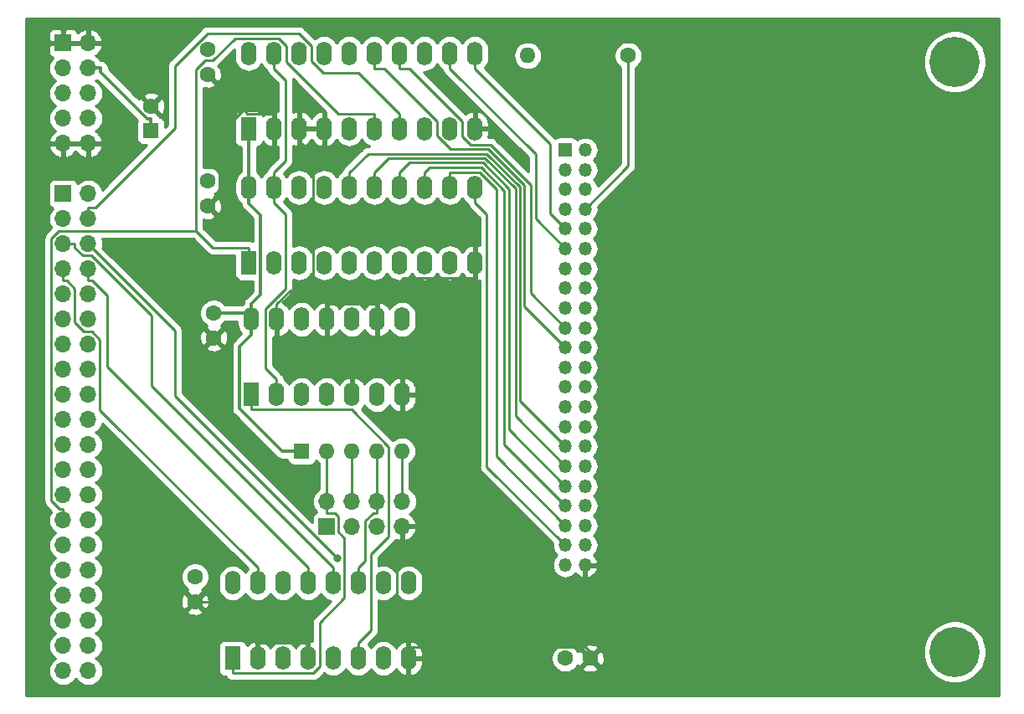
<source format=gbr>
G04 #@! TF.GenerationSoftware,KiCad,Pcbnew,(5.1.4)-1*
G04 #@! TF.CreationDate,2021-06-28T11:39:02+03:00*
G04 #@! TF.ProjectId,FLASHv2,464c4153-4876-4322-9e6b-696361645f70,rev?*
G04 #@! TF.SameCoordinates,Original*
G04 #@! TF.FileFunction,Copper,L2,Bot*
G04 #@! TF.FilePolarity,Positive*
%FSLAX46Y46*%
G04 Gerber Fmt 4.6, Leading zero omitted, Abs format (unit mm)*
G04 Created by KiCad (PCBNEW (5.1.4)-1) date 2021-06-28 11:39:02*
%MOMM*%
%LPD*%
G04 APERTURE LIST*
%ADD10R,1.700000X1.700000*%
%ADD11O,1.700000X1.700000*%
%ADD12R,1.600000X1.600000*%
%ADD13C,1.600000*%
%ADD14R,1.350000X1.350000*%
%ADD15O,1.350000X1.350000*%
%ADD16O,1.600000X1.600000*%
%ADD17R,1.600000X2.400000*%
%ADD18O,1.600000X2.400000*%
%ADD19C,5.080000*%
%ADD20C,0.800000*%
%ADD21C,0.375000*%
%ADD22C,0.250000*%
%ADD23C,0.254000*%
G04 APERTURE END LIST*
D10*
X106045000Y-68580000D03*
D11*
X108585000Y-68580000D03*
X106045000Y-71120000D03*
X108585000Y-71120000D03*
X106045000Y-73660000D03*
X108585000Y-73660000D03*
X106045000Y-76200000D03*
X108585000Y-76200000D03*
X106045000Y-78740000D03*
X108585000Y-78740000D03*
D12*
X114935000Y-77470000D03*
D13*
X114935000Y-74970000D03*
X121285000Y-95885000D03*
X121285000Y-98385000D03*
X119380000Y-122555000D03*
X119380000Y-125055000D03*
X120650000Y-71715000D03*
X120650000Y-69215000D03*
X120650000Y-82550000D03*
X120650000Y-85050000D03*
X159345000Y-130810000D03*
X156845000Y-130810000D03*
D10*
X132715000Y-117475000D03*
D11*
X132715000Y-114935000D03*
X135255000Y-117475000D03*
X135255000Y-114935000D03*
X137795000Y-117475000D03*
X137795000Y-114935000D03*
X140335000Y-117475000D03*
X140335000Y-114935000D03*
D10*
X106045000Y-83820000D03*
D11*
X108585000Y-83820000D03*
X106045000Y-86360000D03*
X108585000Y-86360000D03*
X106045000Y-88900000D03*
X108585000Y-88900000D03*
X106045000Y-91440000D03*
X108585000Y-91440000D03*
X106045000Y-93980000D03*
X108585000Y-93980000D03*
X106045000Y-96520000D03*
X108585000Y-96520000D03*
X106045000Y-99060000D03*
X108585000Y-99060000D03*
X106045000Y-101600000D03*
X108585000Y-101600000D03*
X106045000Y-104140000D03*
X108585000Y-104140000D03*
X106045000Y-106680000D03*
X108585000Y-106680000D03*
X106045000Y-109220000D03*
X108585000Y-109220000D03*
X106045000Y-111760000D03*
X108585000Y-111760000D03*
X106045000Y-114300000D03*
X108585000Y-114300000D03*
X106045000Y-116840000D03*
X108585000Y-116840000D03*
X106045000Y-119380000D03*
X108585000Y-119380000D03*
X106045000Y-121920000D03*
X108585000Y-121920000D03*
X106045000Y-124460000D03*
X108585000Y-124460000D03*
X106045000Y-127000000D03*
X108585000Y-127000000D03*
X106045000Y-129540000D03*
X108585000Y-129540000D03*
X106045000Y-132080000D03*
X108585000Y-132080000D03*
D14*
X156845000Y-79375000D03*
D15*
X158845000Y-79375000D03*
X156845000Y-81375000D03*
X158845000Y-81375000D03*
X156845000Y-83375000D03*
X158845000Y-83375000D03*
X156845000Y-85375000D03*
X158845000Y-85375000D03*
X156845000Y-87375000D03*
X158845000Y-87375000D03*
X156845000Y-89375000D03*
X158845000Y-89375000D03*
X156845000Y-91375000D03*
X158845000Y-91375000D03*
X156845000Y-93375000D03*
X158845000Y-93375000D03*
X156845000Y-95375000D03*
X158845000Y-95375000D03*
X156845000Y-97375000D03*
X158845000Y-97375000D03*
X156845000Y-99375000D03*
X158845000Y-99375000D03*
X156845000Y-101375000D03*
X158845000Y-101375000D03*
X156845000Y-103375000D03*
X158845000Y-103375000D03*
X156845000Y-105375000D03*
X158845000Y-105375000D03*
X156845000Y-107375000D03*
X158845000Y-107375000D03*
X156845000Y-109375000D03*
X158845000Y-109375000D03*
X156845000Y-111375000D03*
X158845000Y-111375000D03*
X156845000Y-113375000D03*
X158845000Y-113375000D03*
X156845000Y-115375000D03*
X158845000Y-115375000D03*
X156845000Y-117375000D03*
X158845000Y-117375000D03*
X156845000Y-119375000D03*
X158845000Y-119375000D03*
X156845000Y-121375000D03*
X158845000Y-121375000D03*
D13*
X163195000Y-69850000D03*
D16*
X153035000Y-69850000D03*
D12*
X130175000Y-109855000D03*
D16*
X132715000Y-109855000D03*
X135255000Y-109855000D03*
X137795000Y-109855000D03*
X140335000Y-109855000D03*
D17*
X125095000Y-104140000D03*
D18*
X140335000Y-96520000D03*
X127635000Y-104140000D03*
X137795000Y-96520000D03*
X130175000Y-104140000D03*
X135255000Y-96520000D03*
X132715000Y-104140000D03*
X132715000Y-96520000D03*
X135255000Y-104140000D03*
X130175000Y-96520000D03*
X137795000Y-104140000D03*
X127635000Y-96520000D03*
X140335000Y-104140000D03*
X125095000Y-96520000D03*
D17*
X123190000Y-130810000D03*
D18*
X140970000Y-123190000D03*
X125730000Y-130810000D03*
X138430000Y-123190000D03*
X128270000Y-130810000D03*
X135890000Y-123190000D03*
X130810000Y-130810000D03*
X133350000Y-123190000D03*
X133350000Y-130810000D03*
X130810000Y-123190000D03*
X135890000Y-130810000D03*
X128270000Y-123190000D03*
X138430000Y-130810000D03*
X125730000Y-123190000D03*
X140970000Y-130810000D03*
X123190000Y-123190000D03*
D17*
X124815000Y-77250000D03*
D18*
X147675000Y-69630000D03*
X127355000Y-77250000D03*
X145135000Y-69630000D03*
X129895000Y-77250000D03*
X142595000Y-69630000D03*
X132435000Y-77250000D03*
X140055000Y-69630000D03*
X134975000Y-77250000D03*
X137515000Y-69630000D03*
X137515000Y-77250000D03*
X134975000Y-69630000D03*
X140055000Y-77250000D03*
X132435000Y-69630000D03*
X142595000Y-77250000D03*
X129895000Y-69630000D03*
X145135000Y-77250000D03*
X127355000Y-69630000D03*
X147675000Y-77250000D03*
X124815000Y-69630000D03*
X124841000Y-83185000D03*
X147701000Y-90805000D03*
X127381000Y-83185000D03*
X145161000Y-90805000D03*
X129921000Y-83185000D03*
X142621000Y-90805000D03*
X132461000Y-83185000D03*
X140081000Y-90805000D03*
X135001000Y-83185000D03*
X137541000Y-90805000D03*
X137541000Y-83185000D03*
X135001000Y-90805000D03*
X140081000Y-83185000D03*
X132461000Y-90805000D03*
X142621000Y-83185000D03*
X129921000Y-90805000D03*
X145161000Y-83185000D03*
X127381000Y-90805000D03*
X147701000Y-83185000D03*
D17*
X124841000Y-90805000D03*
D19*
X196215000Y-70485000D03*
X196215000Y-130175000D03*
D20*
X133774100Y-120710600D03*
D21*
X125095000Y-96520000D02*
X125095000Y-98107800D01*
X125095000Y-98107800D02*
X123907100Y-99295700D01*
X123907100Y-99295700D02*
X123907100Y-105530400D01*
X123907100Y-105530400D02*
X128231700Y-109855000D01*
X128231700Y-109855000D02*
X130175000Y-109855000D01*
X125095000Y-95885000D02*
X125095000Y-96520000D01*
X125095000Y-95726100D02*
X125095000Y-95885000D01*
X125095000Y-95885000D02*
X121285000Y-95885000D01*
X108585000Y-71120000D02*
X109822800Y-71120000D01*
X114935000Y-77470000D02*
X114935000Y-76282200D01*
X114935000Y-76282200D02*
X114563800Y-76282200D01*
X114563800Y-76282200D02*
X109822800Y-71541200D01*
X109822800Y-71541200D02*
X109822800Y-71120000D01*
X125095000Y-95726100D02*
X125095000Y-94932200D01*
X124841000Y-83185000D02*
X124841000Y-84772800D01*
X125095000Y-94932200D02*
X126028800Y-93998400D01*
X126028800Y-93998400D02*
X126028800Y-85960600D01*
X126028800Y-85960600D02*
X124841000Y-84772800D01*
X124815000Y-77250000D02*
X124815000Y-78837800D01*
X124815000Y-78837800D02*
X124841000Y-78863800D01*
X124841000Y-78863800D02*
X124841000Y-83185000D01*
D22*
X137795000Y-94994700D02*
X132715000Y-94994700D01*
X137795000Y-95107300D02*
X137795000Y-94994700D01*
X137795000Y-96520000D02*
X137795000Y-95107300D01*
X129895000Y-77250000D02*
X129895000Y-78775300D01*
X131322300Y-79888000D02*
X132435000Y-78775300D01*
X131322300Y-93602000D02*
X131322300Y-79888000D01*
X131322300Y-79888000D02*
X130209600Y-78775300D01*
X130209600Y-78775300D02*
X129895000Y-78775300D01*
X131322300Y-93602000D02*
X132715000Y-94994700D01*
X127635000Y-94994700D02*
X129027700Y-93602000D01*
X129027700Y-93602000D02*
X131322300Y-93602000D01*
X132435000Y-77250000D02*
X132435000Y-78775300D01*
X158845000Y-129673100D02*
X159345000Y-130173100D01*
X159345000Y-130173100D02*
X159345000Y-130810000D01*
X140970000Y-130047300D02*
X141344200Y-129673100D01*
X141344200Y-129673100D02*
X158845000Y-129673100D01*
X158845000Y-122375300D02*
X158845000Y-129673100D01*
X140970000Y-130047300D02*
X140970000Y-129284700D01*
X140970000Y-130810000D02*
X140970000Y-130047300D01*
X147701000Y-90805000D02*
X147701000Y-92330300D01*
X147701000Y-92330300D02*
X140459400Y-92330300D01*
X140459400Y-92330300D02*
X137795000Y-94994700D01*
X130810000Y-130810000D02*
X130810000Y-129284700D01*
X130810000Y-129284700D02*
X125842600Y-129284700D01*
X125842600Y-129284700D02*
X125730000Y-129397300D01*
X137795000Y-100074700D02*
X140335000Y-102614700D01*
X137795000Y-96520000D02*
X137795000Y-100074700D01*
X137795000Y-100074700D02*
X135255000Y-102614700D01*
X135255000Y-104140000D02*
X135255000Y-102614700D01*
X140335000Y-104140000D02*
X140335000Y-102614700D01*
X127635000Y-96520000D02*
X127635000Y-94994700D01*
X132715000Y-96520000D02*
X132715000Y-94994700D01*
X124269300Y-75334300D02*
X120650000Y-71715000D01*
X127355000Y-75724700D02*
X124659700Y-75724700D01*
X124659700Y-75724700D02*
X124269300Y-75334300D01*
X120650000Y-85050000D02*
X121825600Y-83874400D01*
X121825600Y-83874400D02*
X121825600Y-77778000D01*
X121825600Y-77778000D02*
X124269300Y-75334300D01*
X119380000Y-125055000D02*
X121387700Y-125055000D01*
X121387700Y-125055000D02*
X125730000Y-129397300D01*
X158845000Y-121375000D02*
X158845000Y-122375300D01*
X125730000Y-130810000D02*
X125730000Y-129397300D01*
X140335000Y-117475000D02*
X140335000Y-118650300D01*
X140970000Y-129284700D02*
X139831000Y-128145700D01*
X139831000Y-128145700D02*
X139831000Y-119154300D01*
X139831000Y-119154300D02*
X140335000Y-118650300D01*
X127355000Y-77250000D02*
X127355000Y-75724700D01*
X132715000Y-114935000D02*
X132715000Y-116110300D01*
X123190000Y-130810000D02*
X123190000Y-132335300D01*
X123190000Y-132335300D02*
X131324900Y-132335300D01*
X131324900Y-132335300D02*
X132006100Y-131654100D01*
X132006100Y-131654100D02*
X132006100Y-127174800D01*
X132006100Y-127174800D02*
X134499900Y-124681000D01*
X134499900Y-124681000D02*
X134499900Y-118620100D01*
X134499900Y-118620100D02*
X133890300Y-118010500D01*
X133890300Y-118010500D02*
X133890300Y-116477500D01*
X133890300Y-116477500D02*
X133523100Y-116110300D01*
X133523100Y-116110300D02*
X132715000Y-116110300D01*
X132715000Y-109855000D02*
X132715000Y-114935000D01*
X135255000Y-109855000D02*
X135255000Y-114935000D01*
X137795000Y-109855000D02*
X137795000Y-114935000D01*
X137795000Y-114935000D02*
X137795000Y-116110300D01*
X135890000Y-123190000D02*
X135890000Y-121664700D01*
X135890000Y-121664700D02*
X136619700Y-120935000D01*
X136619700Y-120935000D02*
X136619700Y-116918200D01*
X136619700Y-116918200D02*
X137427600Y-116110300D01*
X137427600Y-116110300D02*
X137795000Y-116110300D01*
X140335000Y-109855000D02*
X140335000Y-114935000D01*
X108585000Y-86360000D02*
X108585000Y-85184700D01*
X140055000Y-77250000D02*
X140055000Y-75724700D01*
X140055000Y-75724700D02*
X135906200Y-71575900D01*
X135906200Y-71575900D02*
X132313900Y-71575900D01*
X132313900Y-71575900D02*
X131165000Y-70427000D01*
X131165000Y-70427000D02*
X131165000Y-68876000D01*
X131165000Y-68876000D02*
X129878500Y-67589500D01*
X129878500Y-67589500D02*
X120637400Y-67589500D01*
X120637400Y-67589500D02*
X117351200Y-70875700D01*
X117351200Y-70875700D02*
X117351200Y-77153100D01*
X117351200Y-77153100D02*
X109319600Y-85184700D01*
X109319600Y-85184700D02*
X108585000Y-85184700D01*
X133350000Y-121664700D02*
X114951200Y-103265900D01*
X114951200Y-103265900D02*
X114951200Y-96139800D01*
X114951200Y-96139800D02*
X108886700Y-90075300D01*
X108886700Y-90075300D02*
X108028200Y-90075300D01*
X108028200Y-90075300D02*
X107220300Y-89267400D01*
X107220300Y-89267400D02*
X107220300Y-88900000D01*
X106045000Y-88900000D02*
X107220300Y-88900000D01*
X133350000Y-123190000D02*
X133350000Y-121664700D01*
X108585000Y-88900000D02*
X117327800Y-97642800D01*
X117327800Y-97642800D02*
X117327800Y-104264300D01*
X117327800Y-104264300D02*
X133774100Y-120710600D01*
X106045000Y-91440000D02*
X106045000Y-92615300D01*
X125730000Y-123190000D02*
X125730000Y-121664700D01*
X125730000Y-121664700D02*
X109760300Y-105695000D01*
X109760300Y-105695000D02*
X109760300Y-98571000D01*
X109760300Y-98571000D02*
X108979300Y-97790000D01*
X108979300Y-97790000D02*
X108167500Y-97790000D01*
X108167500Y-97790000D02*
X107220300Y-96842800D01*
X107220300Y-96842800D02*
X107220300Y-93423200D01*
X107220300Y-93423200D02*
X106412400Y-92615300D01*
X106412400Y-92615300D02*
X106045000Y-92615300D01*
X108585000Y-91440000D02*
X108585000Y-92615300D01*
X130810000Y-123190000D02*
X130810000Y-121664700D01*
X130810000Y-121664700D02*
X110466100Y-101320800D01*
X110466100Y-101320800D02*
X110466100Y-94129100D01*
X110466100Y-94129100D02*
X108952300Y-92615300D01*
X108952300Y-92615300D02*
X108585000Y-92615300D01*
X119517500Y-87630000D02*
X105587100Y-87630000D01*
X105587100Y-87630000D02*
X104869700Y-88347400D01*
X104869700Y-88347400D02*
X104869700Y-114856800D01*
X104869700Y-114856800D02*
X105677600Y-115664700D01*
X105677600Y-115664700D02*
X106045000Y-115664700D01*
X124841000Y-89279700D02*
X121167200Y-89279700D01*
X121167200Y-89279700D02*
X119517500Y-87630000D01*
X119517500Y-87630000D02*
X119517500Y-71209700D01*
X119517500Y-71209700D02*
X120386800Y-70340400D01*
X120386800Y-70340400D02*
X121181500Y-70340400D01*
X121181500Y-70340400D02*
X123437700Y-68084200D01*
X123437700Y-68084200D02*
X127849400Y-68084200D01*
X127849400Y-68084200D02*
X128625000Y-68859800D01*
X128625000Y-68859800D02*
X128625000Y-70446600D01*
X128625000Y-70446600D02*
X133903100Y-75724700D01*
X133903100Y-75724700D02*
X137515000Y-75724700D01*
X106045000Y-116840000D02*
X106045000Y-115664700D01*
X137515000Y-77250000D02*
X137515000Y-75724700D01*
X124841000Y-90805000D02*
X124841000Y-89279700D01*
X147701000Y-83185000D02*
X147701000Y-84710300D01*
X147701000Y-84710300D02*
X148899400Y-85908700D01*
X148899400Y-85908700D02*
X148899400Y-111429400D01*
X148899400Y-111429400D02*
X156845000Y-119375000D01*
X156845000Y-117375000D02*
X149863300Y-110393300D01*
X149863300Y-110393300D02*
X149863300Y-83354700D01*
X149863300Y-83354700D02*
X148168300Y-81659700D01*
X148168300Y-81659700D02*
X145161000Y-81659700D01*
X145161000Y-83185000D02*
X145161000Y-81659700D01*
X142621000Y-81659700D02*
X143086000Y-81194700D01*
X143086000Y-81194700D02*
X148353400Y-81194700D01*
X148353400Y-81194700D02*
X150661000Y-83502300D01*
X150661000Y-83502300D02*
X150661000Y-109191000D01*
X150661000Y-109191000D02*
X156845000Y-115375000D01*
X142621000Y-83185000D02*
X142621000Y-81659700D01*
X140081000Y-81659700D02*
X141055200Y-80685500D01*
X141055200Y-80685500D02*
X148481100Y-80685500D01*
X148481100Y-80685500D02*
X151111300Y-83315700D01*
X151111300Y-83315700D02*
X151111300Y-107641300D01*
X151111300Y-107641300D02*
X156845000Y-113375000D01*
X140081000Y-83185000D02*
X140081000Y-81659700D01*
X137541000Y-81659700D02*
X138965600Y-80235100D01*
X138965600Y-80235100D02*
X148716900Y-80235100D01*
X148716900Y-80235100D02*
X151786700Y-83304900D01*
X151786700Y-83304900D02*
X151786700Y-106316700D01*
X151786700Y-106316700D02*
X156845000Y-111375000D01*
X137541000Y-83185000D02*
X137541000Y-81659700D01*
X135001000Y-81659700D02*
X136895400Y-79765300D01*
X136895400Y-79765300D02*
X148885800Y-79765300D01*
X148885800Y-79765300D02*
X152237000Y-83116500D01*
X152237000Y-83116500D02*
X152237000Y-104767000D01*
X152237000Y-104767000D02*
X156845000Y-109375000D01*
X135001000Y-83185000D02*
X135001000Y-81659700D01*
X137515000Y-69630000D02*
X137515000Y-71155300D01*
X137515000Y-71155300D02*
X138563600Y-71155300D01*
X138563600Y-71155300D02*
X143865000Y-76456700D01*
X143865000Y-76456700D02*
X143865000Y-77974600D01*
X143865000Y-77974600D02*
X145193000Y-79302600D01*
X145193000Y-79302600D02*
X149060000Y-79302600D01*
X149060000Y-79302600D02*
X152687300Y-82929900D01*
X152687300Y-82929900D02*
X152687300Y-95217300D01*
X152687300Y-95217300D02*
X156845000Y-99375000D01*
X156845000Y-97375000D02*
X153362800Y-93892800D01*
X153362800Y-93892800D02*
X153362800Y-82954300D01*
X153362800Y-82954300D02*
X149260700Y-78852200D01*
X149260700Y-78852200D02*
X147217700Y-78852200D01*
X147217700Y-78852200D02*
X146405000Y-78039500D01*
X146405000Y-78039500D02*
X146405000Y-76456700D01*
X146405000Y-76456700D02*
X141103600Y-71155300D01*
X141103600Y-71155300D02*
X140055000Y-71155300D01*
X140055000Y-69630000D02*
X140055000Y-71155300D01*
X145135000Y-71155300D02*
X153813200Y-79833500D01*
X153813200Y-79833500D02*
X153813200Y-86343200D01*
X153813200Y-86343200D02*
X156845000Y-89375000D01*
X145135000Y-69630000D02*
X145135000Y-71155300D01*
X147675000Y-69630000D02*
X147675000Y-71155300D01*
X147675000Y-71155300D02*
X155281100Y-78761400D01*
X155281100Y-78761400D02*
X155281100Y-85811100D01*
X155281100Y-85811100D02*
X156845000Y-87375000D01*
X127635000Y-104140000D02*
X127635000Y-102614700D01*
X127381000Y-83185000D02*
X127381000Y-84710300D01*
X127381000Y-84710300D02*
X128530400Y-85859700D01*
X128530400Y-85859700D02*
X128530400Y-93424400D01*
X128530400Y-93424400D02*
X126509700Y-95445100D01*
X126509700Y-95445100D02*
X126509700Y-101489400D01*
X126509700Y-101489400D02*
X127635000Y-102614700D01*
X127381000Y-82422300D02*
X127381000Y-83185000D01*
X127381000Y-82422300D02*
X127381000Y-81659700D01*
X127355000Y-69630000D02*
X127355000Y-71155300D01*
X127381000Y-81659700D02*
X128528400Y-80512300D01*
X128528400Y-80512300D02*
X128528400Y-72328700D01*
X128528400Y-72328700D02*
X127355000Y-71155300D01*
X125095000Y-104140000D02*
X125095000Y-105665300D01*
X135890000Y-130810000D02*
X135890000Y-129284700D01*
X135890000Y-129284700D02*
X137160000Y-128014700D01*
X137160000Y-128014700D02*
X137160000Y-120308600D01*
X137160000Y-120308600D02*
X138985300Y-118483300D01*
X138985300Y-118483300D02*
X138985300Y-109407500D01*
X138985300Y-109407500D02*
X135243100Y-105665300D01*
X135243100Y-105665300D02*
X125095000Y-105665300D01*
X163195000Y-69850000D02*
X163195000Y-81025000D01*
X163195000Y-81025000D02*
X158845000Y-85375000D01*
D23*
G36*
X200635000Y-134595000D02*
G01*
X102260000Y-134595000D01*
X102260000Y-88347400D01*
X104106024Y-88347400D01*
X104109700Y-88384722D01*
X104109701Y-114819467D01*
X104106024Y-114856800D01*
X104120698Y-115005785D01*
X104164154Y-115149046D01*
X104234726Y-115281076D01*
X104300563Y-115361298D01*
X104329700Y-115396801D01*
X104358698Y-115420599D01*
X104869559Y-115931461D01*
X104804294Y-116010986D01*
X104666401Y-116268966D01*
X104581487Y-116548889D01*
X104552815Y-116840000D01*
X104581487Y-117131111D01*
X104666401Y-117411034D01*
X104804294Y-117669014D01*
X104989866Y-117895134D01*
X105215986Y-118080706D01*
X105270791Y-118110000D01*
X105215986Y-118139294D01*
X104989866Y-118324866D01*
X104804294Y-118550986D01*
X104666401Y-118808966D01*
X104581487Y-119088889D01*
X104552815Y-119380000D01*
X104581487Y-119671111D01*
X104666401Y-119951034D01*
X104804294Y-120209014D01*
X104989866Y-120435134D01*
X105215986Y-120620706D01*
X105270791Y-120650000D01*
X105215986Y-120679294D01*
X104989866Y-120864866D01*
X104804294Y-121090986D01*
X104666401Y-121348966D01*
X104581487Y-121628889D01*
X104552815Y-121920000D01*
X104581487Y-122211111D01*
X104666401Y-122491034D01*
X104804294Y-122749014D01*
X104989866Y-122975134D01*
X105215986Y-123160706D01*
X105270791Y-123190000D01*
X105215986Y-123219294D01*
X104989866Y-123404866D01*
X104804294Y-123630986D01*
X104666401Y-123888966D01*
X104581487Y-124168889D01*
X104552815Y-124460000D01*
X104581487Y-124751111D01*
X104666401Y-125031034D01*
X104804294Y-125289014D01*
X104989866Y-125515134D01*
X105215986Y-125700706D01*
X105270791Y-125730000D01*
X105215986Y-125759294D01*
X104989866Y-125944866D01*
X104804294Y-126170986D01*
X104666401Y-126428966D01*
X104581487Y-126708889D01*
X104552815Y-127000000D01*
X104581487Y-127291111D01*
X104666401Y-127571034D01*
X104804294Y-127829014D01*
X104989866Y-128055134D01*
X105215986Y-128240706D01*
X105270791Y-128270000D01*
X105215986Y-128299294D01*
X104989866Y-128484866D01*
X104804294Y-128710986D01*
X104666401Y-128968966D01*
X104581487Y-129248889D01*
X104552815Y-129540000D01*
X104581487Y-129831111D01*
X104666401Y-130111034D01*
X104804294Y-130369014D01*
X104989866Y-130595134D01*
X105215986Y-130780706D01*
X105270791Y-130810000D01*
X105215986Y-130839294D01*
X104989866Y-131024866D01*
X104804294Y-131250986D01*
X104666401Y-131508966D01*
X104581487Y-131788889D01*
X104552815Y-132080000D01*
X104581487Y-132371111D01*
X104666401Y-132651034D01*
X104804294Y-132909014D01*
X104989866Y-133135134D01*
X105215986Y-133320706D01*
X105473966Y-133458599D01*
X105753889Y-133543513D01*
X105972050Y-133565000D01*
X106117950Y-133565000D01*
X106336111Y-133543513D01*
X106616034Y-133458599D01*
X106874014Y-133320706D01*
X107100134Y-133135134D01*
X107285706Y-132909014D01*
X107315000Y-132854209D01*
X107344294Y-132909014D01*
X107529866Y-133135134D01*
X107755986Y-133320706D01*
X108013966Y-133458599D01*
X108293889Y-133543513D01*
X108512050Y-133565000D01*
X108657950Y-133565000D01*
X108876111Y-133543513D01*
X109156034Y-133458599D01*
X109414014Y-133320706D01*
X109640134Y-133135134D01*
X109825706Y-132909014D01*
X109963599Y-132651034D01*
X110048513Y-132371111D01*
X110077185Y-132080000D01*
X110048513Y-131788889D01*
X109963599Y-131508966D01*
X109825706Y-131250986D01*
X109640134Y-131024866D01*
X109414014Y-130839294D01*
X109359209Y-130810000D01*
X109414014Y-130780706D01*
X109640134Y-130595134D01*
X109825706Y-130369014D01*
X109963599Y-130111034D01*
X110048513Y-129831111D01*
X110077185Y-129540000D01*
X110048513Y-129248889D01*
X109963599Y-128968966D01*
X109825706Y-128710986D01*
X109640134Y-128484866D01*
X109414014Y-128299294D01*
X109359209Y-128270000D01*
X109414014Y-128240706D01*
X109640134Y-128055134D01*
X109825706Y-127829014D01*
X109963599Y-127571034D01*
X110048513Y-127291111D01*
X110077185Y-127000000D01*
X110048513Y-126708889D01*
X109963599Y-126428966D01*
X109825706Y-126170986D01*
X109724530Y-126047702D01*
X118566903Y-126047702D01*
X118638486Y-126291671D01*
X118893996Y-126412571D01*
X119168184Y-126481300D01*
X119450512Y-126495217D01*
X119730130Y-126453787D01*
X119996292Y-126358603D01*
X120121514Y-126291671D01*
X120193097Y-126047702D01*
X119380000Y-125234605D01*
X118566903Y-126047702D01*
X109724530Y-126047702D01*
X109640134Y-125944866D01*
X109414014Y-125759294D01*
X109359209Y-125730000D01*
X109414014Y-125700706D01*
X109640134Y-125515134D01*
X109825706Y-125289014D01*
X109913099Y-125125512D01*
X117939783Y-125125512D01*
X117981213Y-125405130D01*
X118076397Y-125671292D01*
X118143329Y-125796514D01*
X118387298Y-125868097D01*
X119200395Y-125055000D01*
X119559605Y-125055000D01*
X120372702Y-125868097D01*
X120616671Y-125796514D01*
X120737571Y-125541004D01*
X120806300Y-125266816D01*
X120820217Y-124984488D01*
X120778787Y-124704870D01*
X120683603Y-124438708D01*
X120616671Y-124313486D01*
X120372702Y-124241903D01*
X119559605Y-125055000D01*
X119200395Y-125055000D01*
X118387298Y-124241903D01*
X118143329Y-124313486D01*
X118022429Y-124568996D01*
X117953700Y-124843184D01*
X117939783Y-125125512D01*
X109913099Y-125125512D01*
X109963599Y-125031034D01*
X110048513Y-124751111D01*
X110077185Y-124460000D01*
X110048513Y-124168889D01*
X109963599Y-123888966D01*
X109825706Y-123630986D01*
X109640134Y-123404866D01*
X109414014Y-123219294D01*
X109359209Y-123190000D01*
X109414014Y-123160706D01*
X109640134Y-122975134D01*
X109825706Y-122749014D01*
X109963599Y-122491034D01*
X109987068Y-122413665D01*
X117945000Y-122413665D01*
X117945000Y-122696335D01*
X118000147Y-122973574D01*
X118108320Y-123234727D01*
X118265363Y-123469759D01*
X118465241Y-123669637D01*
X118665869Y-123803692D01*
X118638486Y-123818329D01*
X118566903Y-124062298D01*
X119380000Y-124875395D01*
X120193097Y-124062298D01*
X120121514Y-123818329D01*
X120092659Y-123804676D01*
X120294759Y-123669637D01*
X120494637Y-123469759D01*
X120651680Y-123234727D01*
X120759853Y-122973574D01*
X120815000Y-122696335D01*
X120815000Y-122413665D01*
X120759853Y-122136426D01*
X120651680Y-121875273D01*
X120494637Y-121640241D01*
X120294759Y-121440363D01*
X120059727Y-121283320D01*
X119798574Y-121175147D01*
X119521335Y-121120000D01*
X119238665Y-121120000D01*
X118961426Y-121175147D01*
X118700273Y-121283320D01*
X118465241Y-121440363D01*
X118265363Y-121640241D01*
X118108320Y-121875273D01*
X118000147Y-122136426D01*
X117945000Y-122413665D01*
X109987068Y-122413665D01*
X110048513Y-122211111D01*
X110077185Y-121920000D01*
X110048513Y-121628889D01*
X109963599Y-121348966D01*
X109825706Y-121090986D01*
X109640134Y-120864866D01*
X109414014Y-120679294D01*
X109359209Y-120650000D01*
X109414014Y-120620706D01*
X109640134Y-120435134D01*
X109825706Y-120209014D01*
X109963599Y-119951034D01*
X110048513Y-119671111D01*
X110077185Y-119380000D01*
X110048513Y-119088889D01*
X109963599Y-118808966D01*
X109825706Y-118550986D01*
X109640134Y-118324866D01*
X109414014Y-118139294D01*
X109359209Y-118110000D01*
X109414014Y-118080706D01*
X109640134Y-117895134D01*
X109825706Y-117669014D01*
X109963599Y-117411034D01*
X110048513Y-117131111D01*
X110077185Y-116840000D01*
X110048513Y-116548889D01*
X109963599Y-116268966D01*
X109825706Y-116010986D01*
X109640134Y-115784866D01*
X109414014Y-115599294D01*
X109359209Y-115570000D01*
X109414014Y-115540706D01*
X109640134Y-115355134D01*
X109825706Y-115129014D01*
X109963599Y-114871034D01*
X110048513Y-114591111D01*
X110077185Y-114300000D01*
X110048513Y-114008889D01*
X109963599Y-113728966D01*
X109825706Y-113470986D01*
X109640134Y-113244866D01*
X109414014Y-113059294D01*
X109359209Y-113030000D01*
X109414014Y-113000706D01*
X109640134Y-112815134D01*
X109825706Y-112589014D01*
X109963599Y-112331034D01*
X110048513Y-112051111D01*
X110077185Y-111760000D01*
X110048513Y-111468889D01*
X109963599Y-111188966D01*
X109825706Y-110930986D01*
X109640134Y-110704866D01*
X109414014Y-110519294D01*
X109359209Y-110490000D01*
X109414014Y-110460706D01*
X109640134Y-110275134D01*
X109825706Y-110049014D01*
X109963599Y-109791034D01*
X110048513Y-109511111D01*
X110077185Y-109220000D01*
X110048513Y-108928889D01*
X109963599Y-108648966D01*
X109825706Y-108390986D01*
X109640134Y-108164866D01*
X109414014Y-107979294D01*
X109359209Y-107950000D01*
X109414014Y-107920706D01*
X109640134Y-107735134D01*
X109825706Y-107509014D01*
X109963599Y-107251034D01*
X110028287Y-107037788D01*
X124738128Y-121747630D01*
X124710392Y-121770393D01*
X124531068Y-121988900D01*
X124460000Y-122121858D01*
X124388932Y-121988899D01*
X124209607Y-121770392D01*
X123991100Y-121591068D01*
X123741807Y-121457818D01*
X123471308Y-121375764D01*
X123190000Y-121348057D01*
X122908691Y-121375764D01*
X122638192Y-121457818D01*
X122388899Y-121591068D01*
X122170392Y-121770393D01*
X121991068Y-121988900D01*
X121857818Y-122238193D01*
X121775764Y-122508692D01*
X121755000Y-122719509D01*
X121755000Y-123660492D01*
X121775764Y-123871309D01*
X121857818Y-124141808D01*
X121991068Y-124391101D01*
X122170393Y-124609608D01*
X122388900Y-124788932D01*
X122638193Y-124922182D01*
X122908692Y-125004236D01*
X123190000Y-125031943D01*
X123471309Y-125004236D01*
X123741808Y-124922182D01*
X123991101Y-124788932D01*
X124209608Y-124609608D01*
X124388932Y-124391101D01*
X124460000Y-124258142D01*
X124531068Y-124391101D01*
X124710393Y-124609608D01*
X124928900Y-124788932D01*
X125178193Y-124922182D01*
X125448692Y-125004236D01*
X125730000Y-125031943D01*
X126011309Y-125004236D01*
X126281808Y-124922182D01*
X126531101Y-124788932D01*
X126749608Y-124609608D01*
X126928932Y-124391101D01*
X127000000Y-124258142D01*
X127071068Y-124391101D01*
X127250393Y-124609608D01*
X127468900Y-124788932D01*
X127718193Y-124922182D01*
X127988692Y-125004236D01*
X128270000Y-125031943D01*
X128551309Y-125004236D01*
X128821808Y-124922182D01*
X129071101Y-124788932D01*
X129289608Y-124609608D01*
X129468932Y-124391101D01*
X129540000Y-124258142D01*
X129611068Y-124391101D01*
X129790393Y-124609608D01*
X130008900Y-124788932D01*
X130258193Y-124922182D01*
X130528692Y-125004236D01*
X130810000Y-125031943D01*
X131091309Y-125004236D01*
X131361808Y-124922182D01*
X131611101Y-124788932D01*
X131829608Y-124609608D01*
X132008932Y-124391101D01*
X132080000Y-124258142D01*
X132151068Y-124391101D01*
X132330393Y-124609608D01*
X132548900Y-124788932D01*
X132798193Y-124922182D01*
X133068692Y-125004236D01*
X133098888Y-125007210D01*
X131495098Y-126611001D01*
X131466100Y-126634799D01*
X131442302Y-126663797D01*
X131442301Y-126663798D01*
X131371126Y-126750524D01*
X131300554Y-126882554D01*
X131270280Y-126982358D01*
X131264929Y-127000000D01*
X131257098Y-127025815D01*
X131242424Y-127174800D01*
X131246101Y-127212132D01*
X131246101Y-129037457D01*
X131241818Y-129035633D01*
X131159039Y-129018096D01*
X130937000Y-129140085D01*
X130937000Y-130683000D01*
X130957000Y-130683000D01*
X130957000Y-130937000D01*
X130937000Y-130937000D01*
X130937000Y-130957000D01*
X130683000Y-130957000D01*
X130683000Y-130937000D01*
X130663000Y-130937000D01*
X130663000Y-130683000D01*
X130683000Y-130683000D01*
X130683000Y-129140085D01*
X130460961Y-129018096D01*
X130378182Y-129035633D01*
X130118354Y-129146285D01*
X129885105Y-129305500D01*
X129687399Y-129507161D01*
X129537265Y-129736741D01*
X129468932Y-129608899D01*
X129289607Y-129390392D01*
X129071100Y-129211068D01*
X128821807Y-129077818D01*
X128551308Y-128995764D01*
X128270000Y-128968057D01*
X127988691Y-128995764D01*
X127718192Y-129077818D01*
X127468899Y-129211068D01*
X127250392Y-129390393D01*
X127071068Y-129608900D01*
X127002735Y-129736742D01*
X126852601Y-129507161D01*
X126654895Y-129305500D01*
X126421646Y-129146285D01*
X126161818Y-129035633D01*
X126079039Y-129018096D01*
X125857000Y-129140085D01*
X125857000Y-130683000D01*
X125877000Y-130683000D01*
X125877000Y-130937000D01*
X125857000Y-130937000D01*
X125857000Y-130957000D01*
X125603000Y-130957000D01*
X125603000Y-130937000D01*
X125583000Y-130937000D01*
X125583000Y-130683000D01*
X125603000Y-130683000D01*
X125603000Y-129140085D01*
X125380961Y-129018096D01*
X125298182Y-129035633D01*
X125038354Y-129146285D01*
X124805105Y-129305500D01*
X124616981Y-129497387D01*
X124615812Y-129485518D01*
X124579502Y-129365820D01*
X124520537Y-129255506D01*
X124441185Y-129158815D01*
X124344494Y-129079463D01*
X124234180Y-129020498D01*
X124114482Y-128984188D01*
X123990000Y-128971928D01*
X122390000Y-128971928D01*
X122265518Y-128984188D01*
X122145820Y-129020498D01*
X122035506Y-129079463D01*
X121938815Y-129158815D01*
X121859463Y-129255506D01*
X121800498Y-129365820D01*
X121764188Y-129485518D01*
X121751928Y-129610000D01*
X121751928Y-132010000D01*
X121764188Y-132134482D01*
X121800498Y-132254180D01*
X121859463Y-132364494D01*
X121938815Y-132461185D01*
X122035506Y-132540537D01*
X122145820Y-132599502D01*
X122265518Y-132635812D01*
X122390000Y-132648072D01*
X122495425Y-132648072D01*
X122555026Y-132759576D01*
X122649999Y-132875301D01*
X122765724Y-132970274D01*
X122897753Y-133040846D01*
X123041014Y-133084303D01*
X123152667Y-133095300D01*
X123190000Y-133098977D01*
X123227333Y-133095300D01*
X131287578Y-133095300D01*
X131324900Y-133098976D01*
X131362222Y-133095300D01*
X131362233Y-133095300D01*
X131473886Y-133084303D01*
X131617147Y-133040846D01*
X131749176Y-132970274D01*
X131864901Y-132875301D01*
X131888703Y-132846298D01*
X132426511Y-132308490D01*
X132548900Y-132408932D01*
X132798193Y-132542182D01*
X133068692Y-132624236D01*
X133350000Y-132651943D01*
X133631309Y-132624236D01*
X133901808Y-132542182D01*
X134151101Y-132408932D01*
X134369608Y-132229608D01*
X134548932Y-132011101D01*
X134620000Y-131878142D01*
X134691068Y-132011101D01*
X134870393Y-132229608D01*
X135088900Y-132408932D01*
X135338193Y-132542182D01*
X135608692Y-132624236D01*
X135890000Y-132651943D01*
X136171309Y-132624236D01*
X136441808Y-132542182D01*
X136691101Y-132408932D01*
X136909608Y-132229608D01*
X137088932Y-132011101D01*
X137160000Y-131878142D01*
X137231068Y-132011101D01*
X137410393Y-132229608D01*
X137628900Y-132408932D01*
X137878193Y-132542182D01*
X138148692Y-132624236D01*
X138430000Y-132651943D01*
X138711309Y-132624236D01*
X138981808Y-132542182D01*
X139231101Y-132408932D01*
X139449608Y-132229608D01*
X139628932Y-132011101D01*
X139697265Y-131883259D01*
X139847399Y-132112839D01*
X140045105Y-132314500D01*
X140278354Y-132473715D01*
X140538182Y-132584367D01*
X140620961Y-132601904D01*
X140843000Y-132479915D01*
X140843000Y-130937000D01*
X141097000Y-130937000D01*
X141097000Y-132479915D01*
X141319039Y-132601904D01*
X141401818Y-132584367D01*
X141661646Y-132473715D01*
X141894895Y-132314500D01*
X142092601Y-132112839D01*
X142247166Y-131876483D01*
X142352650Y-131614514D01*
X142405000Y-131337000D01*
X142405000Y-130937000D01*
X141097000Y-130937000D01*
X140843000Y-130937000D01*
X140823000Y-130937000D01*
X140823000Y-130683000D01*
X140843000Y-130683000D01*
X140843000Y-129140085D01*
X141097000Y-129140085D01*
X141097000Y-130683000D01*
X142405000Y-130683000D01*
X142405000Y-130668665D01*
X155410000Y-130668665D01*
X155410000Y-130951335D01*
X155465147Y-131228574D01*
X155573320Y-131489727D01*
X155730363Y-131724759D01*
X155930241Y-131924637D01*
X156165273Y-132081680D01*
X156426426Y-132189853D01*
X156703665Y-132245000D01*
X156986335Y-132245000D01*
X157263574Y-132189853D01*
X157524727Y-132081680D01*
X157759759Y-131924637D01*
X157881694Y-131802702D01*
X158531903Y-131802702D01*
X158603486Y-132046671D01*
X158858996Y-132167571D01*
X159133184Y-132236300D01*
X159415512Y-132250217D01*
X159695130Y-132208787D01*
X159961292Y-132113603D01*
X160086514Y-132046671D01*
X160158097Y-131802702D01*
X159345000Y-130989605D01*
X158531903Y-131802702D01*
X157881694Y-131802702D01*
X157959637Y-131724759D01*
X158093692Y-131524131D01*
X158108329Y-131551514D01*
X158352298Y-131623097D01*
X159165395Y-130810000D01*
X159524605Y-130810000D01*
X160337702Y-131623097D01*
X160581671Y-131551514D01*
X160702571Y-131296004D01*
X160771300Y-131021816D01*
X160785217Y-130739488D01*
X160743787Y-130459870D01*
X160648603Y-130193708D01*
X160581671Y-130068486D01*
X160337702Y-129996903D01*
X159524605Y-130810000D01*
X159165395Y-130810000D01*
X158352298Y-129996903D01*
X158108329Y-130068486D01*
X158094676Y-130097341D01*
X157959637Y-129895241D01*
X157881694Y-129817298D01*
X158531903Y-129817298D01*
X159345000Y-130630395D01*
X160113105Y-129862290D01*
X193040000Y-129862290D01*
X193040000Y-130487710D01*
X193162014Y-131101113D01*
X193401352Y-131678926D01*
X193748817Y-132198944D01*
X194191056Y-132641183D01*
X194711074Y-132988648D01*
X195288887Y-133227986D01*
X195902290Y-133350000D01*
X196527710Y-133350000D01*
X197141113Y-133227986D01*
X197718926Y-132988648D01*
X198238944Y-132641183D01*
X198681183Y-132198944D01*
X199028648Y-131678926D01*
X199267986Y-131101113D01*
X199390000Y-130487710D01*
X199390000Y-129862290D01*
X199267986Y-129248887D01*
X199028648Y-128671074D01*
X198681183Y-128151056D01*
X198238944Y-127708817D01*
X197718926Y-127361352D01*
X197141113Y-127122014D01*
X196527710Y-127000000D01*
X195902290Y-127000000D01*
X195288887Y-127122014D01*
X194711074Y-127361352D01*
X194191056Y-127708817D01*
X193748817Y-128151056D01*
X193401352Y-128671074D01*
X193162014Y-129248887D01*
X193040000Y-129862290D01*
X160113105Y-129862290D01*
X160158097Y-129817298D01*
X160086514Y-129573329D01*
X159831004Y-129452429D01*
X159556816Y-129383700D01*
X159274488Y-129369783D01*
X158994870Y-129411213D01*
X158728708Y-129506397D01*
X158603486Y-129573329D01*
X158531903Y-129817298D01*
X157881694Y-129817298D01*
X157759759Y-129695363D01*
X157524727Y-129538320D01*
X157263574Y-129430147D01*
X156986335Y-129375000D01*
X156703665Y-129375000D01*
X156426426Y-129430147D01*
X156165273Y-129538320D01*
X155930241Y-129695363D01*
X155730363Y-129895241D01*
X155573320Y-130130273D01*
X155465147Y-130391426D01*
X155410000Y-130668665D01*
X142405000Y-130668665D01*
X142405000Y-130283000D01*
X142352650Y-130005486D01*
X142247166Y-129743517D01*
X142092601Y-129507161D01*
X141894895Y-129305500D01*
X141661646Y-129146285D01*
X141401818Y-129035633D01*
X141319039Y-129018096D01*
X141097000Y-129140085D01*
X140843000Y-129140085D01*
X140620961Y-129018096D01*
X140538182Y-129035633D01*
X140278354Y-129146285D01*
X140045105Y-129305500D01*
X139847399Y-129507161D01*
X139697265Y-129736741D01*
X139628932Y-129608899D01*
X139449607Y-129390392D01*
X139231100Y-129211068D01*
X138981807Y-129077818D01*
X138711308Y-128995764D01*
X138430000Y-128968057D01*
X138148691Y-128995764D01*
X137878192Y-129077818D01*
X137628899Y-129211068D01*
X137410392Y-129390393D01*
X137231068Y-129608900D01*
X137160000Y-129741858D01*
X137088932Y-129608899D01*
X136909607Y-129390392D01*
X136881871Y-129367630D01*
X137671004Y-128578498D01*
X137700001Y-128554701D01*
X137794974Y-128438976D01*
X137865546Y-128306947D01*
X137909003Y-128163686D01*
X137920000Y-128052033D01*
X137920000Y-128052024D01*
X137923676Y-128014701D01*
X137920000Y-127977378D01*
X137920000Y-124934864D01*
X138148692Y-125004236D01*
X138430000Y-125031943D01*
X138711309Y-125004236D01*
X138981808Y-124922182D01*
X139231101Y-124788932D01*
X139449608Y-124609608D01*
X139628932Y-124391101D01*
X139700000Y-124258142D01*
X139771068Y-124391101D01*
X139950393Y-124609608D01*
X140168900Y-124788932D01*
X140418193Y-124922182D01*
X140688692Y-125004236D01*
X140970000Y-125031943D01*
X141251309Y-125004236D01*
X141521808Y-124922182D01*
X141771101Y-124788932D01*
X141989608Y-124609608D01*
X142168932Y-124391101D01*
X142302182Y-124141808D01*
X142384236Y-123871309D01*
X142405000Y-123660491D01*
X142405000Y-122719508D01*
X142384236Y-122508691D01*
X142302182Y-122238192D01*
X142168932Y-121988899D01*
X141989607Y-121770392D01*
X141771100Y-121591068D01*
X141521807Y-121457818D01*
X141251308Y-121375764D01*
X140970000Y-121348057D01*
X140688691Y-121375764D01*
X140418192Y-121457818D01*
X140168899Y-121591068D01*
X139950392Y-121770393D01*
X139771068Y-121988900D01*
X139700000Y-122121858D01*
X139628932Y-121988899D01*
X139449607Y-121770392D01*
X139231100Y-121591068D01*
X138981807Y-121457818D01*
X138711308Y-121375764D01*
X138430000Y-121348057D01*
X138148691Y-121375764D01*
X137920000Y-121445136D01*
X137920000Y-120623401D01*
X139496304Y-119047098D01*
X139525301Y-119023301D01*
X139577251Y-118960000D01*
X139620274Y-118907577D01*
X139678248Y-118799115D01*
X139830901Y-118871825D01*
X139978110Y-118916476D01*
X140208000Y-118795155D01*
X140208000Y-117602000D01*
X140462000Y-117602000D01*
X140462000Y-118795155D01*
X140691890Y-118916476D01*
X140839099Y-118871825D01*
X141101920Y-118746641D01*
X141335269Y-118572588D01*
X141530178Y-118356355D01*
X141679157Y-118106252D01*
X141776481Y-117831891D01*
X141655814Y-117602000D01*
X140462000Y-117602000D01*
X140208000Y-117602000D01*
X140188000Y-117602000D01*
X140188000Y-117348000D01*
X140208000Y-117348000D01*
X140208000Y-117328000D01*
X140462000Y-117328000D01*
X140462000Y-117348000D01*
X141655814Y-117348000D01*
X141776481Y-117118109D01*
X141679157Y-116843748D01*
X141530178Y-116593645D01*
X141335269Y-116377412D01*
X141106244Y-116206584D01*
X141164014Y-116175706D01*
X141390134Y-115990134D01*
X141575706Y-115764014D01*
X141713599Y-115506034D01*
X141798513Y-115226111D01*
X141827185Y-114935000D01*
X141798513Y-114643889D01*
X141713599Y-114363966D01*
X141575706Y-114105986D01*
X141390134Y-113879866D01*
X141164014Y-113694294D01*
X141095000Y-113657405D01*
X141095000Y-111075901D01*
X141136101Y-111053932D01*
X141354608Y-110874608D01*
X141533932Y-110656101D01*
X141667182Y-110406808D01*
X141749236Y-110136309D01*
X141776943Y-109855000D01*
X141749236Y-109573691D01*
X141667182Y-109303192D01*
X141533932Y-109053899D01*
X141354608Y-108835392D01*
X141136101Y-108656068D01*
X140886808Y-108522818D01*
X140616309Y-108440764D01*
X140405492Y-108420000D01*
X140264508Y-108420000D01*
X140053691Y-108440764D01*
X139783192Y-108522818D01*
X139533899Y-108656068D01*
X139410193Y-108757591D01*
X136237918Y-105585317D01*
X136377601Y-105442839D01*
X136527735Y-105213259D01*
X136596068Y-105341101D01*
X136775393Y-105559608D01*
X136993900Y-105738932D01*
X137243193Y-105872182D01*
X137513692Y-105954236D01*
X137795000Y-105981943D01*
X138076309Y-105954236D01*
X138346808Y-105872182D01*
X138596101Y-105738932D01*
X138814608Y-105559608D01*
X138993932Y-105341101D01*
X139062265Y-105213259D01*
X139212399Y-105442839D01*
X139410105Y-105644500D01*
X139643354Y-105803715D01*
X139903182Y-105914367D01*
X139985961Y-105931904D01*
X140208000Y-105809915D01*
X140208000Y-104267000D01*
X140462000Y-104267000D01*
X140462000Y-105809915D01*
X140684039Y-105931904D01*
X140766818Y-105914367D01*
X141026646Y-105803715D01*
X141259895Y-105644500D01*
X141457601Y-105442839D01*
X141612166Y-105206483D01*
X141717650Y-104944514D01*
X141770000Y-104667000D01*
X141770000Y-104267000D01*
X140462000Y-104267000D01*
X140208000Y-104267000D01*
X140188000Y-104267000D01*
X140188000Y-104013000D01*
X140208000Y-104013000D01*
X140208000Y-102470085D01*
X140462000Y-102470085D01*
X140462000Y-104013000D01*
X141770000Y-104013000D01*
X141770000Y-103613000D01*
X141717650Y-103335486D01*
X141612166Y-103073517D01*
X141457601Y-102837161D01*
X141259895Y-102635500D01*
X141026646Y-102476285D01*
X140766818Y-102365633D01*
X140684039Y-102348096D01*
X140462000Y-102470085D01*
X140208000Y-102470085D01*
X139985961Y-102348096D01*
X139903182Y-102365633D01*
X139643354Y-102476285D01*
X139410105Y-102635500D01*
X139212399Y-102837161D01*
X139062265Y-103066741D01*
X138993932Y-102938899D01*
X138814607Y-102720392D01*
X138596100Y-102541068D01*
X138346807Y-102407818D01*
X138076308Y-102325764D01*
X137795000Y-102298057D01*
X137513691Y-102325764D01*
X137243192Y-102407818D01*
X136993899Y-102541068D01*
X136775392Y-102720393D01*
X136596068Y-102938900D01*
X136527735Y-103066742D01*
X136377601Y-102837161D01*
X136179895Y-102635500D01*
X135946646Y-102476285D01*
X135686818Y-102365633D01*
X135604039Y-102348096D01*
X135382000Y-102470085D01*
X135382000Y-104013000D01*
X135402000Y-104013000D01*
X135402000Y-104267000D01*
X135382000Y-104267000D01*
X135382000Y-104287000D01*
X135128000Y-104287000D01*
X135128000Y-104267000D01*
X135108000Y-104267000D01*
X135108000Y-104013000D01*
X135128000Y-104013000D01*
X135128000Y-102470085D01*
X134905961Y-102348096D01*
X134823182Y-102365633D01*
X134563354Y-102476285D01*
X134330105Y-102635500D01*
X134132399Y-102837161D01*
X133982265Y-103066741D01*
X133913932Y-102938899D01*
X133734607Y-102720392D01*
X133516100Y-102541068D01*
X133266807Y-102407818D01*
X132996308Y-102325764D01*
X132715000Y-102298057D01*
X132433691Y-102325764D01*
X132163192Y-102407818D01*
X131913899Y-102541068D01*
X131695392Y-102720393D01*
X131516068Y-102938900D01*
X131445000Y-103071858D01*
X131373932Y-102938899D01*
X131194607Y-102720392D01*
X130976100Y-102541068D01*
X130726807Y-102407818D01*
X130456308Y-102325764D01*
X130175000Y-102298057D01*
X129893691Y-102325764D01*
X129623192Y-102407818D01*
X129373899Y-102541068D01*
X129155392Y-102720393D01*
X128976068Y-102938900D01*
X128905000Y-103071858D01*
X128833932Y-102938899D01*
X128654607Y-102720392D01*
X128436100Y-102541068D01*
X128388942Y-102515862D01*
X128384003Y-102465714D01*
X128340546Y-102322453D01*
X128269974Y-102190424D01*
X128198799Y-102103697D01*
X128175001Y-102074699D01*
X128146003Y-102050901D01*
X127269700Y-101174599D01*
X127269700Y-98308459D01*
X127285961Y-98311904D01*
X127508000Y-98189915D01*
X127508000Y-96647000D01*
X127488000Y-96647000D01*
X127488000Y-96393000D01*
X127508000Y-96393000D01*
X127508000Y-96373000D01*
X127762000Y-96373000D01*
X127762000Y-96393000D01*
X127782000Y-96393000D01*
X127782000Y-96647000D01*
X127762000Y-96647000D01*
X127762000Y-98189915D01*
X127984039Y-98311904D01*
X128066818Y-98294367D01*
X128326646Y-98183715D01*
X128559895Y-98024500D01*
X128757601Y-97822839D01*
X128907735Y-97593259D01*
X128976068Y-97721101D01*
X129155393Y-97939608D01*
X129373900Y-98118932D01*
X129623193Y-98252182D01*
X129893692Y-98334236D01*
X130175000Y-98361943D01*
X130456309Y-98334236D01*
X130726808Y-98252182D01*
X130976101Y-98118932D01*
X131194608Y-97939608D01*
X131373932Y-97721101D01*
X131442265Y-97593259D01*
X131592399Y-97822839D01*
X131790105Y-98024500D01*
X132023354Y-98183715D01*
X132283182Y-98294367D01*
X132365961Y-98311904D01*
X132588000Y-98189915D01*
X132588000Y-96647000D01*
X132568000Y-96647000D01*
X132568000Y-96393000D01*
X132588000Y-96393000D01*
X132588000Y-94850085D01*
X132842000Y-94850085D01*
X132842000Y-96393000D01*
X132862000Y-96393000D01*
X132862000Y-96647000D01*
X132842000Y-96647000D01*
X132842000Y-98189915D01*
X133064039Y-98311904D01*
X133146818Y-98294367D01*
X133406646Y-98183715D01*
X133639895Y-98024500D01*
X133837601Y-97822839D01*
X133987735Y-97593259D01*
X134056068Y-97721101D01*
X134235393Y-97939608D01*
X134453900Y-98118932D01*
X134703193Y-98252182D01*
X134973692Y-98334236D01*
X135255000Y-98361943D01*
X135536309Y-98334236D01*
X135806808Y-98252182D01*
X136056101Y-98118932D01*
X136274608Y-97939608D01*
X136453932Y-97721101D01*
X136522265Y-97593259D01*
X136672399Y-97822839D01*
X136870105Y-98024500D01*
X137103354Y-98183715D01*
X137363182Y-98294367D01*
X137445961Y-98311904D01*
X137668000Y-98189915D01*
X137668000Y-96647000D01*
X137648000Y-96647000D01*
X137648000Y-96393000D01*
X137668000Y-96393000D01*
X137668000Y-94850085D01*
X137922000Y-94850085D01*
X137922000Y-96393000D01*
X137942000Y-96393000D01*
X137942000Y-96647000D01*
X137922000Y-96647000D01*
X137922000Y-98189915D01*
X138144039Y-98311904D01*
X138226818Y-98294367D01*
X138486646Y-98183715D01*
X138719895Y-98024500D01*
X138917601Y-97822839D01*
X139067735Y-97593259D01*
X139136068Y-97721101D01*
X139315393Y-97939608D01*
X139533900Y-98118932D01*
X139783193Y-98252182D01*
X140053692Y-98334236D01*
X140335000Y-98361943D01*
X140616309Y-98334236D01*
X140886808Y-98252182D01*
X141136101Y-98118932D01*
X141354608Y-97939608D01*
X141533932Y-97721101D01*
X141667182Y-97471808D01*
X141749236Y-97201309D01*
X141770000Y-96990491D01*
X141770000Y-96049508D01*
X141749236Y-95838691D01*
X141667182Y-95568192D01*
X141533932Y-95318899D01*
X141354607Y-95100392D01*
X141136100Y-94921068D01*
X140886807Y-94787818D01*
X140616308Y-94705764D01*
X140335000Y-94678057D01*
X140053691Y-94705764D01*
X139783192Y-94787818D01*
X139533899Y-94921068D01*
X139315392Y-95100393D01*
X139136068Y-95318900D01*
X139067735Y-95446742D01*
X138917601Y-95217161D01*
X138719895Y-95015500D01*
X138486646Y-94856285D01*
X138226818Y-94745633D01*
X138144039Y-94728096D01*
X137922000Y-94850085D01*
X137668000Y-94850085D01*
X137445961Y-94728096D01*
X137363182Y-94745633D01*
X137103354Y-94856285D01*
X136870105Y-95015500D01*
X136672399Y-95217161D01*
X136522265Y-95446741D01*
X136453932Y-95318899D01*
X136274607Y-95100392D01*
X136056100Y-94921068D01*
X135806807Y-94787818D01*
X135536308Y-94705764D01*
X135255000Y-94678057D01*
X134973691Y-94705764D01*
X134703192Y-94787818D01*
X134453899Y-94921068D01*
X134235392Y-95100393D01*
X134056068Y-95318900D01*
X133987735Y-95446742D01*
X133837601Y-95217161D01*
X133639895Y-95015500D01*
X133406646Y-94856285D01*
X133146818Y-94745633D01*
X133064039Y-94728096D01*
X132842000Y-94850085D01*
X132588000Y-94850085D01*
X132365961Y-94728096D01*
X132283182Y-94745633D01*
X132023354Y-94856285D01*
X131790105Y-95015500D01*
X131592399Y-95217161D01*
X131442265Y-95446741D01*
X131373932Y-95318899D01*
X131194607Y-95100392D01*
X130976100Y-94921068D01*
X130726807Y-94787818D01*
X130456308Y-94705764D01*
X130175000Y-94678057D01*
X129893691Y-94705764D01*
X129623192Y-94787818D01*
X129373899Y-94921068D01*
X129155392Y-95100393D01*
X128976068Y-95318900D01*
X128907735Y-95446742D01*
X128757601Y-95217161D01*
X128559895Y-95015500D01*
X128326646Y-94856285D01*
X128219112Y-94810490D01*
X129041403Y-93988199D01*
X129070401Y-93964401D01*
X129165374Y-93848676D01*
X129235946Y-93716647D01*
X129279403Y-93573386D01*
X129290400Y-93461733D01*
X129290400Y-93461724D01*
X129294076Y-93424401D01*
X129290400Y-93387078D01*
X129290400Y-92495066D01*
X129369193Y-92537182D01*
X129639692Y-92619236D01*
X129921000Y-92646943D01*
X130202309Y-92619236D01*
X130472808Y-92537182D01*
X130722101Y-92403932D01*
X130940608Y-92224608D01*
X131119932Y-92006101D01*
X131191000Y-91873142D01*
X131262068Y-92006101D01*
X131441393Y-92224608D01*
X131659900Y-92403932D01*
X131909193Y-92537182D01*
X132179692Y-92619236D01*
X132461000Y-92646943D01*
X132742309Y-92619236D01*
X133012808Y-92537182D01*
X133262101Y-92403932D01*
X133480608Y-92224608D01*
X133659932Y-92006101D01*
X133731000Y-91873142D01*
X133802068Y-92006101D01*
X133981393Y-92224608D01*
X134199900Y-92403932D01*
X134449193Y-92537182D01*
X134719692Y-92619236D01*
X135001000Y-92646943D01*
X135282309Y-92619236D01*
X135552808Y-92537182D01*
X135802101Y-92403932D01*
X136020608Y-92224608D01*
X136199932Y-92006101D01*
X136271000Y-91873142D01*
X136342068Y-92006101D01*
X136521393Y-92224608D01*
X136739900Y-92403932D01*
X136989193Y-92537182D01*
X137259692Y-92619236D01*
X137541000Y-92646943D01*
X137822309Y-92619236D01*
X138092808Y-92537182D01*
X138342101Y-92403932D01*
X138560608Y-92224608D01*
X138739932Y-92006101D01*
X138811000Y-91873142D01*
X138882068Y-92006101D01*
X139061393Y-92224608D01*
X139279900Y-92403932D01*
X139529193Y-92537182D01*
X139799692Y-92619236D01*
X140081000Y-92646943D01*
X140362309Y-92619236D01*
X140632808Y-92537182D01*
X140882101Y-92403932D01*
X141100608Y-92224608D01*
X141279932Y-92006101D01*
X141351000Y-91873142D01*
X141422068Y-92006101D01*
X141601393Y-92224608D01*
X141819900Y-92403932D01*
X142069193Y-92537182D01*
X142339692Y-92619236D01*
X142621000Y-92646943D01*
X142902309Y-92619236D01*
X143172808Y-92537182D01*
X143422101Y-92403932D01*
X143640608Y-92224608D01*
X143819932Y-92006101D01*
X143891000Y-91873142D01*
X143962068Y-92006101D01*
X144141393Y-92224608D01*
X144359900Y-92403932D01*
X144609193Y-92537182D01*
X144879692Y-92619236D01*
X145161000Y-92646943D01*
X145442309Y-92619236D01*
X145712808Y-92537182D01*
X145962101Y-92403932D01*
X146180608Y-92224608D01*
X146359932Y-92006101D01*
X146428265Y-91878259D01*
X146578399Y-92107839D01*
X146776105Y-92309500D01*
X147009354Y-92468715D01*
X147269182Y-92579367D01*
X147351961Y-92596904D01*
X147574000Y-92474915D01*
X147574000Y-90932000D01*
X147554000Y-90932000D01*
X147554000Y-90678000D01*
X147574000Y-90678000D01*
X147574000Y-89135085D01*
X147351961Y-89013096D01*
X147269182Y-89030633D01*
X147009354Y-89141285D01*
X146776105Y-89300500D01*
X146578399Y-89502161D01*
X146428265Y-89731741D01*
X146359932Y-89603899D01*
X146180607Y-89385392D01*
X145962100Y-89206068D01*
X145712807Y-89072818D01*
X145442308Y-88990764D01*
X145161000Y-88963057D01*
X144879691Y-88990764D01*
X144609192Y-89072818D01*
X144359899Y-89206068D01*
X144141392Y-89385393D01*
X143962068Y-89603900D01*
X143891000Y-89736858D01*
X143819932Y-89603899D01*
X143640607Y-89385392D01*
X143422100Y-89206068D01*
X143172807Y-89072818D01*
X142902308Y-88990764D01*
X142621000Y-88963057D01*
X142339691Y-88990764D01*
X142069192Y-89072818D01*
X141819899Y-89206068D01*
X141601392Y-89385393D01*
X141422068Y-89603900D01*
X141351000Y-89736858D01*
X141279932Y-89603899D01*
X141100607Y-89385392D01*
X140882100Y-89206068D01*
X140632807Y-89072818D01*
X140362308Y-88990764D01*
X140081000Y-88963057D01*
X139799691Y-88990764D01*
X139529192Y-89072818D01*
X139279899Y-89206068D01*
X139061392Y-89385393D01*
X138882068Y-89603900D01*
X138811000Y-89736858D01*
X138739932Y-89603899D01*
X138560607Y-89385392D01*
X138342100Y-89206068D01*
X138092807Y-89072818D01*
X137822308Y-88990764D01*
X137541000Y-88963057D01*
X137259691Y-88990764D01*
X136989192Y-89072818D01*
X136739899Y-89206068D01*
X136521392Y-89385393D01*
X136342068Y-89603900D01*
X136271000Y-89736858D01*
X136199932Y-89603899D01*
X136020607Y-89385392D01*
X135802100Y-89206068D01*
X135552807Y-89072818D01*
X135282308Y-88990764D01*
X135001000Y-88963057D01*
X134719691Y-88990764D01*
X134449192Y-89072818D01*
X134199899Y-89206068D01*
X133981392Y-89385393D01*
X133802068Y-89603900D01*
X133731000Y-89736858D01*
X133659932Y-89603899D01*
X133480607Y-89385392D01*
X133262100Y-89206068D01*
X133012807Y-89072818D01*
X132742308Y-88990764D01*
X132461000Y-88963057D01*
X132179691Y-88990764D01*
X131909192Y-89072818D01*
X131659899Y-89206068D01*
X131441392Y-89385393D01*
X131262068Y-89603900D01*
X131191000Y-89736858D01*
X131119932Y-89603899D01*
X130940607Y-89385392D01*
X130722100Y-89206068D01*
X130472807Y-89072818D01*
X130202308Y-88990764D01*
X129921000Y-88963057D01*
X129639691Y-88990764D01*
X129369192Y-89072818D01*
X129290400Y-89114933D01*
X129290400Y-85897022D01*
X129294076Y-85859699D01*
X129290400Y-85822376D01*
X129290400Y-85822367D01*
X129279403Y-85710714D01*
X129235946Y-85567453D01*
X129191566Y-85484425D01*
X129165374Y-85435423D01*
X129094199Y-85348697D01*
X129070401Y-85319699D01*
X129041404Y-85295902D01*
X128372872Y-84627370D01*
X128400608Y-84604608D01*
X128579932Y-84386101D01*
X128651000Y-84253142D01*
X128722068Y-84386101D01*
X128901393Y-84604608D01*
X129119900Y-84783932D01*
X129369193Y-84917182D01*
X129639692Y-84999236D01*
X129921000Y-85026943D01*
X130202309Y-84999236D01*
X130472808Y-84917182D01*
X130722101Y-84783932D01*
X130940608Y-84604608D01*
X131119932Y-84386101D01*
X131191000Y-84253142D01*
X131262068Y-84386101D01*
X131441393Y-84604608D01*
X131659900Y-84783932D01*
X131909193Y-84917182D01*
X132179692Y-84999236D01*
X132461000Y-85026943D01*
X132742309Y-84999236D01*
X133012808Y-84917182D01*
X133262101Y-84783932D01*
X133480608Y-84604608D01*
X133659932Y-84386101D01*
X133731000Y-84253142D01*
X133802068Y-84386101D01*
X133981393Y-84604608D01*
X134199900Y-84783932D01*
X134449193Y-84917182D01*
X134719692Y-84999236D01*
X135001000Y-85026943D01*
X135282309Y-84999236D01*
X135552808Y-84917182D01*
X135802101Y-84783932D01*
X136020608Y-84604608D01*
X136199932Y-84386101D01*
X136271000Y-84253142D01*
X136342068Y-84386101D01*
X136521393Y-84604608D01*
X136739900Y-84783932D01*
X136989193Y-84917182D01*
X137259692Y-84999236D01*
X137541000Y-85026943D01*
X137822309Y-84999236D01*
X138092808Y-84917182D01*
X138342101Y-84783932D01*
X138560608Y-84604608D01*
X138739932Y-84386101D01*
X138811000Y-84253142D01*
X138882068Y-84386101D01*
X139061393Y-84604608D01*
X139279900Y-84783932D01*
X139529193Y-84917182D01*
X139799692Y-84999236D01*
X140081000Y-85026943D01*
X140362309Y-84999236D01*
X140632808Y-84917182D01*
X140882101Y-84783932D01*
X141100608Y-84604608D01*
X141279932Y-84386101D01*
X141351000Y-84253142D01*
X141422068Y-84386101D01*
X141601393Y-84604608D01*
X141819900Y-84783932D01*
X142069193Y-84917182D01*
X142339692Y-84999236D01*
X142621000Y-85026943D01*
X142902309Y-84999236D01*
X143172808Y-84917182D01*
X143422101Y-84783932D01*
X143640608Y-84604608D01*
X143819932Y-84386101D01*
X143891000Y-84253142D01*
X143962068Y-84386101D01*
X144141393Y-84604608D01*
X144359900Y-84783932D01*
X144609193Y-84917182D01*
X144879692Y-84999236D01*
X145161000Y-85026943D01*
X145442309Y-84999236D01*
X145712808Y-84917182D01*
X145962101Y-84783932D01*
X146180608Y-84604608D01*
X146359932Y-84386101D01*
X146431000Y-84253142D01*
X146502068Y-84386101D01*
X146681393Y-84604608D01*
X146899900Y-84783932D01*
X146947059Y-84809139D01*
X146951998Y-84859286D01*
X146962059Y-84892453D01*
X146995454Y-85002546D01*
X147066026Y-85134576D01*
X147122307Y-85203154D01*
X147161000Y-85250301D01*
X147189998Y-85274099D01*
X148139400Y-86223502D01*
X148139400Y-89033436D01*
X148132818Y-89030633D01*
X148050039Y-89013096D01*
X147828000Y-89135085D01*
X147828000Y-90678000D01*
X147848000Y-90678000D01*
X147848000Y-90932000D01*
X147828000Y-90932000D01*
X147828000Y-92474915D01*
X148050039Y-92596904D01*
X148132818Y-92579367D01*
X148139400Y-92576564D01*
X148139401Y-111392067D01*
X148135724Y-111429400D01*
X148150398Y-111578385D01*
X148193854Y-111721646D01*
X148264426Y-111853676D01*
X148335601Y-111940402D01*
X148359400Y-111969401D01*
X148388398Y-111993199D01*
X155550318Y-119155120D01*
X155528662Y-119375000D01*
X155553955Y-119631805D01*
X155628862Y-119878741D01*
X155750505Y-120106318D01*
X155914208Y-120305792D01*
X155998539Y-120375000D01*
X155914208Y-120444208D01*
X155750505Y-120643682D01*
X155628862Y-120871259D01*
X155553955Y-121118195D01*
X155528662Y-121375000D01*
X155553955Y-121631805D01*
X155628862Y-121878741D01*
X155750505Y-122106318D01*
X155914208Y-122305792D01*
X156113682Y-122469495D01*
X156341259Y-122591138D01*
X156588195Y-122666045D01*
X156780649Y-122685000D01*
X156909351Y-122685000D01*
X157101805Y-122666045D01*
X157348741Y-122591138D01*
X157576318Y-122469495D01*
X157775792Y-122305792D01*
X157846941Y-122219096D01*
X157866697Y-122246227D01*
X158055463Y-122420344D01*
X158274570Y-122554289D01*
X158515599Y-122642915D01*
X158718000Y-122520085D01*
X158718000Y-121502000D01*
X158972000Y-121502000D01*
X158972000Y-122520085D01*
X159174401Y-122642915D01*
X159415430Y-122554289D01*
X159634537Y-122420344D01*
X159823303Y-122246227D01*
X159974473Y-122038629D01*
X160082238Y-121805528D01*
X160112910Y-121704400D01*
X159989224Y-121502000D01*
X158972000Y-121502000D01*
X158718000Y-121502000D01*
X158698000Y-121502000D01*
X158698000Y-121248000D01*
X158718000Y-121248000D01*
X158718000Y-121228000D01*
X158972000Y-121228000D01*
X158972000Y-121248000D01*
X159989224Y-121248000D01*
X160112910Y-121045600D01*
X160082238Y-120944472D01*
X159974473Y-120711371D01*
X159823303Y-120503773D01*
X159687352Y-120378372D01*
X159775792Y-120305792D01*
X159939495Y-120106318D01*
X160061138Y-119878741D01*
X160136045Y-119631805D01*
X160161338Y-119375000D01*
X160136045Y-119118195D01*
X160061138Y-118871259D01*
X159939495Y-118643682D01*
X159775792Y-118444208D01*
X159691461Y-118375000D01*
X159775792Y-118305792D01*
X159939495Y-118106318D01*
X160061138Y-117878741D01*
X160136045Y-117631805D01*
X160161338Y-117375000D01*
X160136045Y-117118195D01*
X160061138Y-116871259D01*
X159939495Y-116643682D01*
X159775792Y-116444208D01*
X159691461Y-116375000D01*
X159775792Y-116305792D01*
X159939495Y-116106318D01*
X160061138Y-115878741D01*
X160136045Y-115631805D01*
X160161338Y-115375000D01*
X160136045Y-115118195D01*
X160061138Y-114871259D01*
X159939495Y-114643682D01*
X159775792Y-114444208D01*
X159691461Y-114375000D01*
X159775792Y-114305792D01*
X159939495Y-114106318D01*
X160061138Y-113878741D01*
X160136045Y-113631805D01*
X160161338Y-113375000D01*
X160136045Y-113118195D01*
X160061138Y-112871259D01*
X159939495Y-112643682D01*
X159775792Y-112444208D01*
X159691461Y-112375000D01*
X159775792Y-112305792D01*
X159939495Y-112106318D01*
X160061138Y-111878741D01*
X160136045Y-111631805D01*
X160161338Y-111375000D01*
X160136045Y-111118195D01*
X160061138Y-110871259D01*
X159939495Y-110643682D01*
X159775792Y-110444208D01*
X159691461Y-110375000D01*
X159775792Y-110305792D01*
X159939495Y-110106318D01*
X160061138Y-109878741D01*
X160136045Y-109631805D01*
X160161338Y-109375000D01*
X160136045Y-109118195D01*
X160061138Y-108871259D01*
X159939495Y-108643682D01*
X159775792Y-108444208D01*
X159691461Y-108375000D01*
X159775792Y-108305792D01*
X159939495Y-108106318D01*
X160061138Y-107878741D01*
X160136045Y-107631805D01*
X160161338Y-107375000D01*
X160136045Y-107118195D01*
X160061138Y-106871259D01*
X159939495Y-106643682D01*
X159775792Y-106444208D01*
X159691461Y-106375000D01*
X159775792Y-106305792D01*
X159939495Y-106106318D01*
X160061138Y-105878741D01*
X160136045Y-105631805D01*
X160161338Y-105375000D01*
X160136045Y-105118195D01*
X160061138Y-104871259D01*
X159939495Y-104643682D01*
X159775792Y-104444208D01*
X159691461Y-104375000D01*
X159775792Y-104305792D01*
X159939495Y-104106318D01*
X160061138Y-103878741D01*
X160136045Y-103631805D01*
X160161338Y-103375000D01*
X160136045Y-103118195D01*
X160061138Y-102871259D01*
X159939495Y-102643682D01*
X159775792Y-102444208D01*
X159691461Y-102375000D01*
X159775792Y-102305792D01*
X159939495Y-102106318D01*
X160061138Y-101878741D01*
X160136045Y-101631805D01*
X160161338Y-101375000D01*
X160136045Y-101118195D01*
X160061138Y-100871259D01*
X159939495Y-100643682D01*
X159775792Y-100444208D01*
X159691461Y-100375000D01*
X159775792Y-100305792D01*
X159939495Y-100106318D01*
X160061138Y-99878741D01*
X160136045Y-99631805D01*
X160161338Y-99375000D01*
X160136045Y-99118195D01*
X160061138Y-98871259D01*
X159939495Y-98643682D01*
X159775792Y-98444208D01*
X159691461Y-98375000D01*
X159775792Y-98305792D01*
X159939495Y-98106318D01*
X160061138Y-97878741D01*
X160136045Y-97631805D01*
X160161338Y-97375000D01*
X160136045Y-97118195D01*
X160061138Y-96871259D01*
X159939495Y-96643682D01*
X159775792Y-96444208D01*
X159691461Y-96375000D01*
X159775792Y-96305792D01*
X159939495Y-96106318D01*
X160061138Y-95878741D01*
X160136045Y-95631805D01*
X160161338Y-95375000D01*
X160136045Y-95118195D01*
X160061138Y-94871259D01*
X159939495Y-94643682D01*
X159775792Y-94444208D01*
X159691461Y-94375000D01*
X159775792Y-94305792D01*
X159939495Y-94106318D01*
X160061138Y-93878741D01*
X160136045Y-93631805D01*
X160161338Y-93375000D01*
X160136045Y-93118195D01*
X160061138Y-92871259D01*
X159939495Y-92643682D01*
X159775792Y-92444208D01*
X159691461Y-92375000D01*
X159775792Y-92305792D01*
X159939495Y-92106318D01*
X160061138Y-91878741D01*
X160136045Y-91631805D01*
X160161338Y-91375000D01*
X160136045Y-91118195D01*
X160061138Y-90871259D01*
X159939495Y-90643682D01*
X159775792Y-90444208D01*
X159691461Y-90375000D01*
X159775792Y-90305792D01*
X159939495Y-90106318D01*
X160061138Y-89878741D01*
X160136045Y-89631805D01*
X160161338Y-89375000D01*
X160136045Y-89118195D01*
X160061138Y-88871259D01*
X159939495Y-88643682D01*
X159775792Y-88444208D01*
X159691461Y-88375000D01*
X159775792Y-88305792D01*
X159939495Y-88106318D01*
X160061138Y-87878741D01*
X160136045Y-87631805D01*
X160161338Y-87375000D01*
X160136045Y-87118195D01*
X160061138Y-86871259D01*
X159939495Y-86643682D01*
X159775792Y-86444208D01*
X159691461Y-86375000D01*
X159775792Y-86305792D01*
X159939495Y-86106318D01*
X160061138Y-85878741D01*
X160136045Y-85631805D01*
X160161338Y-85375000D01*
X160139682Y-85155119D01*
X163706003Y-81588799D01*
X163735001Y-81565001D01*
X163761332Y-81532917D01*
X163829974Y-81449277D01*
X163900546Y-81317247D01*
X163930698Y-81217846D01*
X163944003Y-81173986D01*
X163955000Y-81062333D01*
X163955000Y-81062323D01*
X163958676Y-81025000D01*
X163955000Y-80987678D01*
X163955000Y-71068043D01*
X164109759Y-70964637D01*
X164309637Y-70764759D01*
X164466680Y-70529727D01*
X164574853Y-70268574D01*
X164594005Y-70172290D01*
X193040000Y-70172290D01*
X193040000Y-70797710D01*
X193162014Y-71411113D01*
X193401352Y-71988926D01*
X193748817Y-72508944D01*
X194191056Y-72951183D01*
X194711074Y-73298648D01*
X195288887Y-73537986D01*
X195902290Y-73660000D01*
X196527710Y-73660000D01*
X197141113Y-73537986D01*
X197718926Y-73298648D01*
X198238944Y-72951183D01*
X198681183Y-72508944D01*
X199028648Y-71988926D01*
X199267986Y-71411113D01*
X199390000Y-70797710D01*
X199390000Y-70172290D01*
X199267986Y-69558887D01*
X199028648Y-68981074D01*
X198681183Y-68461056D01*
X198238944Y-68018817D01*
X197718926Y-67671352D01*
X197141113Y-67432014D01*
X196527710Y-67310000D01*
X195902290Y-67310000D01*
X195288887Y-67432014D01*
X194711074Y-67671352D01*
X194191056Y-68018817D01*
X193748817Y-68461056D01*
X193401352Y-68981074D01*
X193162014Y-69558887D01*
X193040000Y-70172290D01*
X164594005Y-70172290D01*
X164630000Y-69991335D01*
X164630000Y-69708665D01*
X164574853Y-69431426D01*
X164466680Y-69170273D01*
X164309637Y-68935241D01*
X164109759Y-68735363D01*
X163874727Y-68578320D01*
X163613574Y-68470147D01*
X163336335Y-68415000D01*
X163053665Y-68415000D01*
X162776426Y-68470147D01*
X162515273Y-68578320D01*
X162280241Y-68735363D01*
X162080363Y-68935241D01*
X161923320Y-69170273D01*
X161815147Y-69431426D01*
X161760000Y-69708665D01*
X161760000Y-69991335D01*
X161815147Y-70268574D01*
X161923320Y-70529727D01*
X162080363Y-70764759D01*
X162280241Y-70964637D01*
X162435000Y-71068043D01*
X162435001Y-80710197D01*
X160110666Y-83034532D01*
X160061138Y-82871259D01*
X159939495Y-82643682D01*
X159775792Y-82444208D01*
X159691461Y-82375000D01*
X159775792Y-82305792D01*
X159939495Y-82106318D01*
X160061138Y-81878741D01*
X160136045Y-81631805D01*
X160161338Y-81375000D01*
X160136045Y-81118195D01*
X160061138Y-80871259D01*
X159939495Y-80643682D01*
X159775792Y-80444208D01*
X159691461Y-80375000D01*
X159775792Y-80305792D01*
X159939495Y-80106318D01*
X160061138Y-79878741D01*
X160136045Y-79631805D01*
X160161338Y-79375000D01*
X160136045Y-79118195D01*
X160061138Y-78871259D01*
X159939495Y-78643682D01*
X159775792Y-78444208D01*
X159576318Y-78280505D01*
X159348741Y-78158862D01*
X159101805Y-78083955D01*
X158909351Y-78065000D01*
X158780649Y-78065000D01*
X158588195Y-78083955D01*
X158341259Y-78158862D01*
X158113682Y-78280505D01*
X158044074Y-78337631D01*
X157971185Y-78248815D01*
X157874494Y-78169463D01*
X157764180Y-78110498D01*
X157644482Y-78074188D01*
X157520000Y-78061928D01*
X156170000Y-78061928D01*
X156045518Y-78074188D01*
X155925820Y-78110498D01*
X155815506Y-78169463D01*
X155787197Y-78192695D01*
X148666872Y-71072371D01*
X148694608Y-71049608D01*
X148873932Y-70831101D01*
X149007182Y-70581808D01*
X149089236Y-70311309D01*
X149110000Y-70100491D01*
X149110000Y-69850000D01*
X151593057Y-69850000D01*
X151620764Y-70131309D01*
X151702818Y-70401808D01*
X151836068Y-70651101D01*
X152015392Y-70869608D01*
X152233899Y-71048932D01*
X152483192Y-71182182D01*
X152753691Y-71264236D01*
X152964508Y-71285000D01*
X153105492Y-71285000D01*
X153316309Y-71264236D01*
X153586808Y-71182182D01*
X153836101Y-71048932D01*
X154054608Y-70869608D01*
X154233932Y-70651101D01*
X154367182Y-70401808D01*
X154449236Y-70131309D01*
X154476943Y-69850000D01*
X154449236Y-69568691D01*
X154367182Y-69298192D01*
X154233932Y-69048899D01*
X154054608Y-68830392D01*
X153836101Y-68651068D01*
X153586808Y-68517818D01*
X153316309Y-68435764D01*
X153105492Y-68415000D01*
X152964508Y-68415000D01*
X152753691Y-68435764D01*
X152483192Y-68517818D01*
X152233899Y-68651068D01*
X152015392Y-68830392D01*
X151836068Y-69048899D01*
X151702818Y-69298192D01*
X151620764Y-69568691D01*
X151593057Y-69850000D01*
X149110000Y-69850000D01*
X149110000Y-69159508D01*
X149089236Y-68948691D01*
X149007182Y-68678192D01*
X148873932Y-68428899D01*
X148694607Y-68210392D01*
X148476100Y-68031068D01*
X148226807Y-67897818D01*
X147956308Y-67815764D01*
X147675000Y-67788057D01*
X147393691Y-67815764D01*
X147123192Y-67897818D01*
X146873899Y-68031068D01*
X146655392Y-68210393D01*
X146476068Y-68428900D01*
X146405000Y-68561858D01*
X146333932Y-68428899D01*
X146154607Y-68210392D01*
X145936100Y-68031068D01*
X145686807Y-67897818D01*
X145416308Y-67815764D01*
X145135000Y-67788057D01*
X144853691Y-67815764D01*
X144583192Y-67897818D01*
X144333899Y-68031068D01*
X144115392Y-68210393D01*
X143936068Y-68428900D01*
X143865000Y-68561858D01*
X143793932Y-68428899D01*
X143614607Y-68210392D01*
X143396100Y-68031068D01*
X143146807Y-67897818D01*
X142876308Y-67815764D01*
X142595000Y-67788057D01*
X142313691Y-67815764D01*
X142043192Y-67897818D01*
X141793899Y-68031068D01*
X141575392Y-68210393D01*
X141396068Y-68428900D01*
X141325000Y-68561858D01*
X141253932Y-68428899D01*
X141074607Y-68210392D01*
X140856100Y-68031068D01*
X140606807Y-67897818D01*
X140336308Y-67815764D01*
X140055000Y-67788057D01*
X139773691Y-67815764D01*
X139503192Y-67897818D01*
X139253899Y-68031068D01*
X139035392Y-68210393D01*
X138856068Y-68428900D01*
X138785000Y-68561858D01*
X138713932Y-68428899D01*
X138534607Y-68210392D01*
X138316100Y-68031068D01*
X138066807Y-67897818D01*
X137796308Y-67815764D01*
X137515000Y-67788057D01*
X137233691Y-67815764D01*
X136963192Y-67897818D01*
X136713899Y-68031068D01*
X136495392Y-68210393D01*
X136316068Y-68428900D01*
X136245000Y-68561858D01*
X136173932Y-68428899D01*
X135994607Y-68210392D01*
X135776100Y-68031068D01*
X135526807Y-67897818D01*
X135256308Y-67815764D01*
X134975000Y-67788057D01*
X134693691Y-67815764D01*
X134423192Y-67897818D01*
X134173899Y-68031068D01*
X133955392Y-68210393D01*
X133776068Y-68428900D01*
X133705000Y-68561858D01*
X133633932Y-68428899D01*
X133454607Y-68210392D01*
X133236100Y-68031068D01*
X132986807Y-67897818D01*
X132716308Y-67815764D01*
X132435000Y-67788057D01*
X132153691Y-67815764D01*
X131883192Y-67897818D01*
X131633899Y-68031068D01*
X131502614Y-68138812D01*
X130442304Y-67078503D01*
X130418501Y-67049499D01*
X130302776Y-66954526D01*
X130170747Y-66883954D01*
X130027486Y-66840497D01*
X129915833Y-66829500D01*
X129915822Y-66829500D01*
X129878500Y-66825824D01*
X129841178Y-66829500D01*
X120674733Y-66829500D01*
X120637400Y-66825823D01*
X120600067Y-66829500D01*
X120488414Y-66840497D01*
X120345153Y-66883954D01*
X120213124Y-66954526D01*
X120097399Y-67049499D01*
X120073601Y-67078497D01*
X116840203Y-70311896D01*
X116811199Y-70335699D01*
X116765303Y-70391624D01*
X116716226Y-70451424D01*
X116664088Y-70548966D01*
X116645654Y-70583454D01*
X116602197Y-70726715D01*
X116591200Y-70838368D01*
X116591200Y-70838378D01*
X116587524Y-70875700D01*
X116591200Y-70913023D01*
X116591201Y-76838297D01*
X116373072Y-77056426D01*
X116373072Y-76670000D01*
X116360812Y-76545518D01*
X116324502Y-76425820D01*
X116265537Y-76315506D01*
X116186185Y-76218815D01*
X116089494Y-76139463D01*
X115979180Y-76080498D01*
X115859482Y-76044188D01*
X115735000Y-76031928D01*
X115727785Y-76031928D01*
X115748097Y-75962702D01*
X115637997Y-75852602D01*
X115622192Y-75823033D01*
X115519409Y-75697791D01*
X115394167Y-75595008D01*
X115364598Y-75579203D01*
X114935000Y-75149605D01*
X114920858Y-75163748D01*
X114741253Y-74984143D01*
X114755395Y-74970000D01*
X115114605Y-74970000D01*
X115927702Y-75783097D01*
X116171671Y-75711514D01*
X116292571Y-75456004D01*
X116361300Y-75181816D01*
X116375217Y-74899488D01*
X116333787Y-74619870D01*
X116238603Y-74353708D01*
X116171671Y-74228486D01*
X115927702Y-74156903D01*
X115114605Y-74970000D01*
X114755395Y-74970000D01*
X113942298Y-74156903D01*
X113698329Y-74228486D01*
X113690282Y-74245492D01*
X113422088Y-73977298D01*
X114121903Y-73977298D01*
X114935000Y-74790395D01*
X115748097Y-73977298D01*
X115676514Y-73733329D01*
X115421004Y-73612429D01*
X115146816Y-73543700D01*
X114864488Y-73529783D01*
X114584870Y-73571213D01*
X114318708Y-73666397D01*
X114193486Y-73733329D01*
X114121903Y-73977298D01*
X113422088Y-73977298D01*
X110645300Y-71200510D01*
X110645300Y-71160398D01*
X110649279Y-71120000D01*
X110633398Y-70958762D01*
X110586367Y-70803720D01*
X110509992Y-70660833D01*
X110407209Y-70535591D01*
X110281967Y-70432808D01*
X110139080Y-70356433D01*
X109984038Y-70309402D01*
X109863198Y-70297500D01*
X109827298Y-70293964D01*
X109825706Y-70290986D01*
X109640134Y-70064866D01*
X109414014Y-69879294D01*
X109349477Y-69844799D01*
X109466355Y-69775178D01*
X109682588Y-69580269D01*
X109856641Y-69346920D01*
X109981825Y-69084099D01*
X110026476Y-68936890D01*
X109905155Y-68707000D01*
X108712000Y-68707000D01*
X108712000Y-68727000D01*
X108458000Y-68727000D01*
X108458000Y-68707000D01*
X106172000Y-68707000D01*
X106172000Y-68727000D01*
X105918000Y-68727000D01*
X105918000Y-68707000D01*
X104718750Y-68707000D01*
X104560000Y-68865750D01*
X104556928Y-69430000D01*
X104569188Y-69554482D01*
X104605498Y-69674180D01*
X104664463Y-69784494D01*
X104743815Y-69881185D01*
X104840506Y-69960537D01*
X104950820Y-70019502D01*
X105019687Y-70040393D01*
X104989866Y-70064866D01*
X104804294Y-70290986D01*
X104666401Y-70548966D01*
X104581487Y-70828889D01*
X104552815Y-71120000D01*
X104581487Y-71411111D01*
X104666401Y-71691034D01*
X104804294Y-71949014D01*
X104989866Y-72175134D01*
X105215986Y-72360706D01*
X105270791Y-72390000D01*
X105215986Y-72419294D01*
X104989866Y-72604866D01*
X104804294Y-72830986D01*
X104666401Y-73088966D01*
X104581487Y-73368889D01*
X104552815Y-73660000D01*
X104581487Y-73951111D01*
X104666401Y-74231034D01*
X104804294Y-74489014D01*
X104989866Y-74715134D01*
X105215986Y-74900706D01*
X105270791Y-74930000D01*
X105215986Y-74959294D01*
X104989866Y-75144866D01*
X104804294Y-75370986D01*
X104666401Y-75628966D01*
X104581487Y-75908889D01*
X104552815Y-76200000D01*
X104581487Y-76491111D01*
X104666401Y-76771034D01*
X104804294Y-77029014D01*
X104989866Y-77255134D01*
X105215986Y-77440706D01*
X105280523Y-77475201D01*
X105163645Y-77544822D01*
X104947412Y-77739731D01*
X104773359Y-77973080D01*
X104648175Y-78235901D01*
X104603524Y-78383110D01*
X104724845Y-78613000D01*
X105918000Y-78613000D01*
X105918000Y-78593000D01*
X106172000Y-78593000D01*
X106172000Y-78613000D01*
X108458000Y-78613000D01*
X108458000Y-78593000D01*
X108712000Y-78593000D01*
X108712000Y-78613000D01*
X109905155Y-78613000D01*
X110026476Y-78383110D01*
X109981825Y-78235901D01*
X109856641Y-77973080D01*
X109682588Y-77739731D01*
X109466355Y-77544822D01*
X109349477Y-77475201D01*
X109414014Y-77440706D01*
X109640134Y-77255134D01*
X109825706Y-77029014D01*
X109963599Y-76771034D01*
X110048513Y-76491111D01*
X110077185Y-76200000D01*
X110048513Y-75908889D01*
X109963599Y-75628966D01*
X109825706Y-75370986D01*
X109640134Y-75144866D01*
X109414014Y-74959294D01*
X109359209Y-74930000D01*
X109414014Y-74900706D01*
X109640134Y-74715134D01*
X109825706Y-74489014D01*
X109963599Y-74231034D01*
X110048513Y-73951111D01*
X110077185Y-73660000D01*
X110048513Y-73368889D01*
X109963599Y-73088966D01*
X109825706Y-72830986D01*
X109640134Y-72604866D01*
X109414014Y-72419294D01*
X109359209Y-72390000D01*
X109414014Y-72360706D01*
X109449771Y-72331361D01*
X113545203Y-76426793D01*
X113509188Y-76545518D01*
X113496928Y-76670000D01*
X113496928Y-78270000D01*
X113509188Y-78394482D01*
X113545498Y-78514180D01*
X113604463Y-78624494D01*
X113683815Y-78721185D01*
X113780506Y-78800537D01*
X113890820Y-78859502D01*
X114010518Y-78895812D01*
X114135000Y-78908072D01*
X114521426Y-78908072D01*
X110014089Y-83415410D01*
X109963599Y-83248966D01*
X109825706Y-82990986D01*
X109640134Y-82764866D01*
X109414014Y-82579294D01*
X109156034Y-82441401D01*
X108876111Y-82356487D01*
X108657950Y-82335000D01*
X108512050Y-82335000D01*
X108293889Y-82356487D01*
X108013966Y-82441401D01*
X107755986Y-82579294D01*
X107529866Y-82764866D01*
X107505393Y-82794687D01*
X107484502Y-82725820D01*
X107425537Y-82615506D01*
X107346185Y-82518815D01*
X107249494Y-82439463D01*
X107139180Y-82380498D01*
X107019482Y-82344188D01*
X106895000Y-82331928D01*
X105195000Y-82331928D01*
X105070518Y-82344188D01*
X104950820Y-82380498D01*
X104840506Y-82439463D01*
X104743815Y-82518815D01*
X104664463Y-82615506D01*
X104605498Y-82725820D01*
X104569188Y-82845518D01*
X104556928Y-82970000D01*
X104556928Y-84670000D01*
X104569188Y-84794482D01*
X104605498Y-84914180D01*
X104664463Y-85024494D01*
X104743815Y-85121185D01*
X104840506Y-85200537D01*
X104950820Y-85259502D01*
X105019687Y-85280393D01*
X104989866Y-85304866D01*
X104804294Y-85530986D01*
X104666401Y-85788966D01*
X104581487Y-86068889D01*
X104552815Y-86360000D01*
X104581487Y-86651111D01*
X104666401Y-86931034D01*
X104804294Y-87189014D01*
X104871452Y-87270846D01*
X104358702Y-87783597D01*
X104329699Y-87807399D01*
X104298951Y-87844866D01*
X104234726Y-87923124D01*
X104164624Y-88054275D01*
X104164154Y-88055154D01*
X104120697Y-88198415D01*
X104109700Y-88310068D01*
X104109700Y-88310078D01*
X104106024Y-88347400D01*
X102260000Y-88347400D01*
X102260000Y-79096890D01*
X104603524Y-79096890D01*
X104648175Y-79244099D01*
X104773359Y-79506920D01*
X104947412Y-79740269D01*
X105163645Y-79935178D01*
X105413748Y-80084157D01*
X105688109Y-80181481D01*
X105918000Y-80060814D01*
X105918000Y-78867000D01*
X106172000Y-78867000D01*
X106172000Y-80060814D01*
X106401891Y-80181481D01*
X106676252Y-80084157D01*
X106926355Y-79935178D01*
X107142588Y-79740269D01*
X107315000Y-79509120D01*
X107487412Y-79740269D01*
X107703645Y-79935178D01*
X107953748Y-80084157D01*
X108228109Y-80181481D01*
X108458000Y-80060814D01*
X108458000Y-78867000D01*
X108712000Y-78867000D01*
X108712000Y-80060814D01*
X108941891Y-80181481D01*
X109216252Y-80084157D01*
X109466355Y-79935178D01*
X109682588Y-79740269D01*
X109856641Y-79506920D01*
X109981825Y-79244099D01*
X110026476Y-79096890D01*
X109905155Y-78867000D01*
X108712000Y-78867000D01*
X108458000Y-78867000D01*
X106172000Y-78867000D01*
X105918000Y-78867000D01*
X104724845Y-78867000D01*
X104603524Y-79096890D01*
X102260000Y-79096890D01*
X102260000Y-67730000D01*
X104556928Y-67730000D01*
X104560000Y-68294250D01*
X104718750Y-68453000D01*
X105918000Y-68453000D01*
X105918000Y-67253750D01*
X106172000Y-67253750D01*
X106172000Y-68453000D01*
X108458000Y-68453000D01*
X108458000Y-67259186D01*
X108712000Y-67259186D01*
X108712000Y-68453000D01*
X109905155Y-68453000D01*
X110026476Y-68223110D01*
X109981825Y-68075901D01*
X109856641Y-67813080D01*
X109682588Y-67579731D01*
X109466355Y-67384822D01*
X109216252Y-67235843D01*
X108941891Y-67138519D01*
X108712000Y-67259186D01*
X108458000Y-67259186D01*
X108228109Y-67138519D01*
X107953748Y-67235843D01*
X107703645Y-67384822D01*
X107507498Y-67561626D01*
X107484502Y-67485820D01*
X107425537Y-67375506D01*
X107346185Y-67278815D01*
X107249494Y-67199463D01*
X107139180Y-67140498D01*
X107019482Y-67104188D01*
X106895000Y-67091928D01*
X106330750Y-67095000D01*
X106172000Y-67253750D01*
X105918000Y-67253750D01*
X105759250Y-67095000D01*
X105195000Y-67091928D01*
X105070518Y-67104188D01*
X104950820Y-67140498D01*
X104840506Y-67199463D01*
X104743815Y-67278815D01*
X104664463Y-67375506D01*
X104605498Y-67485820D01*
X104569188Y-67605518D01*
X104556928Y-67730000D01*
X102260000Y-67730000D01*
X102260000Y-66065000D01*
X200635001Y-66065000D01*
X200635000Y-134595000D01*
X200635000Y-134595000D01*
G37*
X200635000Y-134595000D02*
X102260000Y-134595000D01*
X102260000Y-88347400D01*
X104106024Y-88347400D01*
X104109700Y-88384722D01*
X104109701Y-114819467D01*
X104106024Y-114856800D01*
X104120698Y-115005785D01*
X104164154Y-115149046D01*
X104234726Y-115281076D01*
X104300563Y-115361298D01*
X104329700Y-115396801D01*
X104358698Y-115420599D01*
X104869559Y-115931461D01*
X104804294Y-116010986D01*
X104666401Y-116268966D01*
X104581487Y-116548889D01*
X104552815Y-116840000D01*
X104581487Y-117131111D01*
X104666401Y-117411034D01*
X104804294Y-117669014D01*
X104989866Y-117895134D01*
X105215986Y-118080706D01*
X105270791Y-118110000D01*
X105215986Y-118139294D01*
X104989866Y-118324866D01*
X104804294Y-118550986D01*
X104666401Y-118808966D01*
X104581487Y-119088889D01*
X104552815Y-119380000D01*
X104581487Y-119671111D01*
X104666401Y-119951034D01*
X104804294Y-120209014D01*
X104989866Y-120435134D01*
X105215986Y-120620706D01*
X105270791Y-120650000D01*
X105215986Y-120679294D01*
X104989866Y-120864866D01*
X104804294Y-121090986D01*
X104666401Y-121348966D01*
X104581487Y-121628889D01*
X104552815Y-121920000D01*
X104581487Y-122211111D01*
X104666401Y-122491034D01*
X104804294Y-122749014D01*
X104989866Y-122975134D01*
X105215986Y-123160706D01*
X105270791Y-123190000D01*
X105215986Y-123219294D01*
X104989866Y-123404866D01*
X104804294Y-123630986D01*
X104666401Y-123888966D01*
X104581487Y-124168889D01*
X104552815Y-124460000D01*
X104581487Y-124751111D01*
X104666401Y-125031034D01*
X104804294Y-125289014D01*
X104989866Y-125515134D01*
X105215986Y-125700706D01*
X105270791Y-125730000D01*
X105215986Y-125759294D01*
X104989866Y-125944866D01*
X104804294Y-126170986D01*
X104666401Y-126428966D01*
X104581487Y-126708889D01*
X104552815Y-127000000D01*
X104581487Y-127291111D01*
X104666401Y-127571034D01*
X104804294Y-127829014D01*
X104989866Y-128055134D01*
X105215986Y-128240706D01*
X105270791Y-128270000D01*
X105215986Y-128299294D01*
X104989866Y-128484866D01*
X104804294Y-128710986D01*
X104666401Y-128968966D01*
X104581487Y-129248889D01*
X104552815Y-129540000D01*
X104581487Y-129831111D01*
X104666401Y-130111034D01*
X104804294Y-130369014D01*
X104989866Y-130595134D01*
X105215986Y-130780706D01*
X105270791Y-130810000D01*
X105215986Y-130839294D01*
X104989866Y-131024866D01*
X104804294Y-131250986D01*
X104666401Y-131508966D01*
X104581487Y-131788889D01*
X104552815Y-132080000D01*
X104581487Y-132371111D01*
X104666401Y-132651034D01*
X104804294Y-132909014D01*
X104989866Y-133135134D01*
X105215986Y-133320706D01*
X105473966Y-133458599D01*
X105753889Y-133543513D01*
X105972050Y-133565000D01*
X106117950Y-133565000D01*
X106336111Y-133543513D01*
X106616034Y-133458599D01*
X106874014Y-133320706D01*
X107100134Y-133135134D01*
X107285706Y-132909014D01*
X107315000Y-132854209D01*
X107344294Y-132909014D01*
X107529866Y-133135134D01*
X107755986Y-133320706D01*
X108013966Y-133458599D01*
X108293889Y-133543513D01*
X108512050Y-133565000D01*
X108657950Y-133565000D01*
X108876111Y-133543513D01*
X109156034Y-133458599D01*
X109414014Y-133320706D01*
X109640134Y-133135134D01*
X109825706Y-132909014D01*
X109963599Y-132651034D01*
X110048513Y-132371111D01*
X110077185Y-132080000D01*
X110048513Y-131788889D01*
X109963599Y-131508966D01*
X109825706Y-131250986D01*
X109640134Y-131024866D01*
X109414014Y-130839294D01*
X109359209Y-130810000D01*
X109414014Y-130780706D01*
X109640134Y-130595134D01*
X109825706Y-130369014D01*
X109963599Y-130111034D01*
X110048513Y-129831111D01*
X110077185Y-129540000D01*
X110048513Y-129248889D01*
X109963599Y-128968966D01*
X109825706Y-128710986D01*
X109640134Y-128484866D01*
X109414014Y-128299294D01*
X109359209Y-128270000D01*
X109414014Y-128240706D01*
X109640134Y-128055134D01*
X109825706Y-127829014D01*
X109963599Y-127571034D01*
X110048513Y-127291111D01*
X110077185Y-127000000D01*
X110048513Y-126708889D01*
X109963599Y-126428966D01*
X109825706Y-126170986D01*
X109724530Y-126047702D01*
X118566903Y-126047702D01*
X118638486Y-126291671D01*
X118893996Y-126412571D01*
X119168184Y-126481300D01*
X119450512Y-126495217D01*
X119730130Y-126453787D01*
X119996292Y-126358603D01*
X120121514Y-126291671D01*
X120193097Y-126047702D01*
X119380000Y-125234605D01*
X118566903Y-126047702D01*
X109724530Y-126047702D01*
X109640134Y-125944866D01*
X109414014Y-125759294D01*
X109359209Y-125730000D01*
X109414014Y-125700706D01*
X109640134Y-125515134D01*
X109825706Y-125289014D01*
X109913099Y-125125512D01*
X117939783Y-125125512D01*
X117981213Y-125405130D01*
X118076397Y-125671292D01*
X118143329Y-125796514D01*
X118387298Y-125868097D01*
X119200395Y-125055000D01*
X119559605Y-125055000D01*
X120372702Y-125868097D01*
X120616671Y-125796514D01*
X120737571Y-125541004D01*
X120806300Y-125266816D01*
X120820217Y-124984488D01*
X120778787Y-124704870D01*
X120683603Y-124438708D01*
X120616671Y-124313486D01*
X120372702Y-124241903D01*
X119559605Y-125055000D01*
X119200395Y-125055000D01*
X118387298Y-124241903D01*
X118143329Y-124313486D01*
X118022429Y-124568996D01*
X117953700Y-124843184D01*
X117939783Y-125125512D01*
X109913099Y-125125512D01*
X109963599Y-125031034D01*
X110048513Y-124751111D01*
X110077185Y-124460000D01*
X110048513Y-124168889D01*
X109963599Y-123888966D01*
X109825706Y-123630986D01*
X109640134Y-123404866D01*
X109414014Y-123219294D01*
X109359209Y-123190000D01*
X109414014Y-123160706D01*
X109640134Y-122975134D01*
X109825706Y-122749014D01*
X109963599Y-122491034D01*
X109987068Y-122413665D01*
X117945000Y-122413665D01*
X117945000Y-122696335D01*
X118000147Y-122973574D01*
X118108320Y-123234727D01*
X118265363Y-123469759D01*
X118465241Y-123669637D01*
X118665869Y-123803692D01*
X118638486Y-123818329D01*
X118566903Y-124062298D01*
X119380000Y-124875395D01*
X120193097Y-124062298D01*
X120121514Y-123818329D01*
X120092659Y-123804676D01*
X120294759Y-123669637D01*
X120494637Y-123469759D01*
X120651680Y-123234727D01*
X120759853Y-122973574D01*
X120815000Y-122696335D01*
X120815000Y-122413665D01*
X120759853Y-122136426D01*
X120651680Y-121875273D01*
X120494637Y-121640241D01*
X120294759Y-121440363D01*
X120059727Y-121283320D01*
X119798574Y-121175147D01*
X119521335Y-121120000D01*
X119238665Y-121120000D01*
X118961426Y-121175147D01*
X118700273Y-121283320D01*
X118465241Y-121440363D01*
X118265363Y-121640241D01*
X118108320Y-121875273D01*
X118000147Y-122136426D01*
X117945000Y-122413665D01*
X109987068Y-122413665D01*
X110048513Y-122211111D01*
X110077185Y-121920000D01*
X110048513Y-121628889D01*
X109963599Y-121348966D01*
X109825706Y-121090986D01*
X109640134Y-120864866D01*
X109414014Y-120679294D01*
X109359209Y-120650000D01*
X109414014Y-120620706D01*
X109640134Y-120435134D01*
X109825706Y-120209014D01*
X109963599Y-119951034D01*
X110048513Y-119671111D01*
X110077185Y-119380000D01*
X110048513Y-119088889D01*
X109963599Y-118808966D01*
X109825706Y-118550986D01*
X109640134Y-118324866D01*
X109414014Y-118139294D01*
X109359209Y-118110000D01*
X109414014Y-118080706D01*
X109640134Y-117895134D01*
X109825706Y-117669014D01*
X109963599Y-117411034D01*
X110048513Y-117131111D01*
X110077185Y-116840000D01*
X110048513Y-116548889D01*
X109963599Y-116268966D01*
X109825706Y-116010986D01*
X109640134Y-115784866D01*
X109414014Y-115599294D01*
X109359209Y-115570000D01*
X109414014Y-115540706D01*
X109640134Y-115355134D01*
X109825706Y-115129014D01*
X109963599Y-114871034D01*
X110048513Y-114591111D01*
X110077185Y-114300000D01*
X110048513Y-114008889D01*
X109963599Y-113728966D01*
X109825706Y-113470986D01*
X109640134Y-113244866D01*
X109414014Y-113059294D01*
X109359209Y-113030000D01*
X109414014Y-113000706D01*
X109640134Y-112815134D01*
X109825706Y-112589014D01*
X109963599Y-112331034D01*
X110048513Y-112051111D01*
X110077185Y-111760000D01*
X110048513Y-111468889D01*
X109963599Y-111188966D01*
X109825706Y-110930986D01*
X109640134Y-110704866D01*
X109414014Y-110519294D01*
X109359209Y-110490000D01*
X109414014Y-110460706D01*
X109640134Y-110275134D01*
X109825706Y-110049014D01*
X109963599Y-109791034D01*
X110048513Y-109511111D01*
X110077185Y-109220000D01*
X110048513Y-108928889D01*
X109963599Y-108648966D01*
X109825706Y-108390986D01*
X109640134Y-108164866D01*
X109414014Y-107979294D01*
X109359209Y-107950000D01*
X109414014Y-107920706D01*
X109640134Y-107735134D01*
X109825706Y-107509014D01*
X109963599Y-107251034D01*
X110028287Y-107037788D01*
X124738128Y-121747630D01*
X124710392Y-121770393D01*
X124531068Y-121988900D01*
X124460000Y-122121858D01*
X124388932Y-121988899D01*
X124209607Y-121770392D01*
X123991100Y-121591068D01*
X123741807Y-121457818D01*
X123471308Y-121375764D01*
X123190000Y-121348057D01*
X122908691Y-121375764D01*
X122638192Y-121457818D01*
X122388899Y-121591068D01*
X122170392Y-121770393D01*
X121991068Y-121988900D01*
X121857818Y-122238193D01*
X121775764Y-122508692D01*
X121755000Y-122719509D01*
X121755000Y-123660492D01*
X121775764Y-123871309D01*
X121857818Y-124141808D01*
X121991068Y-124391101D01*
X122170393Y-124609608D01*
X122388900Y-124788932D01*
X122638193Y-124922182D01*
X122908692Y-125004236D01*
X123190000Y-125031943D01*
X123471309Y-125004236D01*
X123741808Y-124922182D01*
X123991101Y-124788932D01*
X124209608Y-124609608D01*
X124388932Y-124391101D01*
X124460000Y-124258142D01*
X124531068Y-124391101D01*
X124710393Y-124609608D01*
X124928900Y-124788932D01*
X125178193Y-124922182D01*
X125448692Y-125004236D01*
X125730000Y-125031943D01*
X126011309Y-125004236D01*
X126281808Y-124922182D01*
X126531101Y-124788932D01*
X126749608Y-124609608D01*
X126928932Y-124391101D01*
X127000000Y-124258142D01*
X127071068Y-124391101D01*
X127250393Y-124609608D01*
X127468900Y-124788932D01*
X127718193Y-124922182D01*
X127988692Y-125004236D01*
X128270000Y-125031943D01*
X128551309Y-125004236D01*
X128821808Y-124922182D01*
X129071101Y-124788932D01*
X129289608Y-124609608D01*
X129468932Y-124391101D01*
X129540000Y-124258142D01*
X129611068Y-124391101D01*
X129790393Y-124609608D01*
X130008900Y-124788932D01*
X130258193Y-124922182D01*
X130528692Y-125004236D01*
X130810000Y-125031943D01*
X131091309Y-125004236D01*
X131361808Y-124922182D01*
X131611101Y-124788932D01*
X131829608Y-124609608D01*
X132008932Y-124391101D01*
X132080000Y-124258142D01*
X132151068Y-124391101D01*
X132330393Y-124609608D01*
X132548900Y-124788932D01*
X132798193Y-124922182D01*
X133068692Y-125004236D01*
X133098888Y-125007210D01*
X131495098Y-126611001D01*
X131466100Y-126634799D01*
X131442302Y-126663797D01*
X131442301Y-126663798D01*
X131371126Y-126750524D01*
X131300554Y-126882554D01*
X131270280Y-126982358D01*
X131264929Y-127000000D01*
X131257098Y-127025815D01*
X131242424Y-127174800D01*
X131246101Y-127212132D01*
X131246101Y-129037457D01*
X131241818Y-129035633D01*
X131159039Y-129018096D01*
X130937000Y-129140085D01*
X130937000Y-130683000D01*
X130957000Y-130683000D01*
X130957000Y-130937000D01*
X130937000Y-130937000D01*
X130937000Y-130957000D01*
X130683000Y-130957000D01*
X130683000Y-130937000D01*
X130663000Y-130937000D01*
X130663000Y-130683000D01*
X130683000Y-130683000D01*
X130683000Y-129140085D01*
X130460961Y-129018096D01*
X130378182Y-129035633D01*
X130118354Y-129146285D01*
X129885105Y-129305500D01*
X129687399Y-129507161D01*
X129537265Y-129736741D01*
X129468932Y-129608899D01*
X129289607Y-129390392D01*
X129071100Y-129211068D01*
X128821807Y-129077818D01*
X128551308Y-128995764D01*
X128270000Y-128968057D01*
X127988691Y-128995764D01*
X127718192Y-129077818D01*
X127468899Y-129211068D01*
X127250392Y-129390393D01*
X127071068Y-129608900D01*
X127002735Y-129736742D01*
X126852601Y-129507161D01*
X126654895Y-129305500D01*
X126421646Y-129146285D01*
X126161818Y-129035633D01*
X126079039Y-129018096D01*
X125857000Y-129140085D01*
X125857000Y-130683000D01*
X125877000Y-130683000D01*
X125877000Y-130937000D01*
X125857000Y-130937000D01*
X125857000Y-130957000D01*
X125603000Y-130957000D01*
X125603000Y-130937000D01*
X125583000Y-130937000D01*
X125583000Y-130683000D01*
X125603000Y-130683000D01*
X125603000Y-129140085D01*
X125380961Y-129018096D01*
X125298182Y-129035633D01*
X125038354Y-129146285D01*
X124805105Y-129305500D01*
X124616981Y-129497387D01*
X124615812Y-129485518D01*
X124579502Y-129365820D01*
X124520537Y-129255506D01*
X124441185Y-129158815D01*
X124344494Y-129079463D01*
X124234180Y-129020498D01*
X124114482Y-128984188D01*
X123990000Y-128971928D01*
X122390000Y-128971928D01*
X122265518Y-128984188D01*
X122145820Y-129020498D01*
X122035506Y-129079463D01*
X121938815Y-129158815D01*
X121859463Y-129255506D01*
X121800498Y-129365820D01*
X121764188Y-129485518D01*
X121751928Y-129610000D01*
X121751928Y-132010000D01*
X121764188Y-132134482D01*
X121800498Y-132254180D01*
X121859463Y-132364494D01*
X121938815Y-132461185D01*
X122035506Y-132540537D01*
X122145820Y-132599502D01*
X122265518Y-132635812D01*
X122390000Y-132648072D01*
X122495425Y-132648072D01*
X122555026Y-132759576D01*
X122649999Y-132875301D01*
X122765724Y-132970274D01*
X122897753Y-133040846D01*
X123041014Y-133084303D01*
X123152667Y-133095300D01*
X123190000Y-133098977D01*
X123227333Y-133095300D01*
X131287578Y-133095300D01*
X131324900Y-133098976D01*
X131362222Y-133095300D01*
X131362233Y-133095300D01*
X131473886Y-133084303D01*
X131617147Y-133040846D01*
X131749176Y-132970274D01*
X131864901Y-132875301D01*
X131888703Y-132846298D01*
X132426511Y-132308490D01*
X132548900Y-132408932D01*
X132798193Y-132542182D01*
X133068692Y-132624236D01*
X133350000Y-132651943D01*
X133631309Y-132624236D01*
X133901808Y-132542182D01*
X134151101Y-132408932D01*
X134369608Y-132229608D01*
X134548932Y-132011101D01*
X134620000Y-131878142D01*
X134691068Y-132011101D01*
X134870393Y-132229608D01*
X135088900Y-132408932D01*
X135338193Y-132542182D01*
X135608692Y-132624236D01*
X135890000Y-132651943D01*
X136171309Y-132624236D01*
X136441808Y-132542182D01*
X136691101Y-132408932D01*
X136909608Y-132229608D01*
X137088932Y-132011101D01*
X137160000Y-131878142D01*
X137231068Y-132011101D01*
X137410393Y-132229608D01*
X137628900Y-132408932D01*
X137878193Y-132542182D01*
X138148692Y-132624236D01*
X138430000Y-132651943D01*
X138711309Y-132624236D01*
X138981808Y-132542182D01*
X139231101Y-132408932D01*
X139449608Y-132229608D01*
X139628932Y-132011101D01*
X139697265Y-131883259D01*
X139847399Y-132112839D01*
X140045105Y-132314500D01*
X140278354Y-132473715D01*
X140538182Y-132584367D01*
X140620961Y-132601904D01*
X140843000Y-132479915D01*
X140843000Y-130937000D01*
X141097000Y-130937000D01*
X141097000Y-132479915D01*
X141319039Y-132601904D01*
X141401818Y-132584367D01*
X141661646Y-132473715D01*
X141894895Y-132314500D01*
X142092601Y-132112839D01*
X142247166Y-131876483D01*
X142352650Y-131614514D01*
X142405000Y-131337000D01*
X142405000Y-130937000D01*
X141097000Y-130937000D01*
X140843000Y-130937000D01*
X140823000Y-130937000D01*
X140823000Y-130683000D01*
X140843000Y-130683000D01*
X140843000Y-129140085D01*
X141097000Y-129140085D01*
X141097000Y-130683000D01*
X142405000Y-130683000D01*
X142405000Y-130668665D01*
X155410000Y-130668665D01*
X155410000Y-130951335D01*
X155465147Y-131228574D01*
X155573320Y-131489727D01*
X155730363Y-131724759D01*
X155930241Y-131924637D01*
X156165273Y-132081680D01*
X156426426Y-132189853D01*
X156703665Y-132245000D01*
X156986335Y-132245000D01*
X157263574Y-132189853D01*
X157524727Y-132081680D01*
X157759759Y-131924637D01*
X157881694Y-131802702D01*
X158531903Y-131802702D01*
X158603486Y-132046671D01*
X158858996Y-132167571D01*
X159133184Y-132236300D01*
X159415512Y-132250217D01*
X159695130Y-132208787D01*
X159961292Y-132113603D01*
X160086514Y-132046671D01*
X160158097Y-131802702D01*
X159345000Y-130989605D01*
X158531903Y-131802702D01*
X157881694Y-131802702D01*
X157959637Y-131724759D01*
X158093692Y-131524131D01*
X158108329Y-131551514D01*
X158352298Y-131623097D01*
X159165395Y-130810000D01*
X159524605Y-130810000D01*
X160337702Y-131623097D01*
X160581671Y-131551514D01*
X160702571Y-131296004D01*
X160771300Y-131021816D01*
X160785217Y-130739488D01*
X160743787Y-130459870D01*
X160648603Y-130193708D01*
X160581671Y-130068486D01*
X160337702Y-129996903D01*
X159524605Y-130810000D01*
X159165395Y-130810000D01*
X158352298Y-129996903D01*
X158108329Y-130068486D01*
X158094676Y-130097341D01*
X157959637Y-129895241D01*
X157881694Y-129817298D01*
X158531903Y-129817298D01*
X159345000Y-130630395D01*
X160113105Y-129862290D01*
X193040000Y-129862290D01*
X193040000Y-130487710D01*
X193162014Y-131101113D01*
X193401352Y-131678926D01*
X193748817Y-132198944D01*
X194191056Y-132641183D01*
X194711074Y-132988648D01*
X195288887Y-133227986D01*
X195902290Y-133350000D01*
X196527710Y-133350000D01*
X197141113Y-133227986D01*
X197718926Y-132988648D01*
X198238944Y-132641183D01*
X198681183Y-132198944D01*
X199028648Y-131678926D01*
X199267986Y-131101113D01*
X199390000Y-130487710D01*
X199390000Y-129862290D01*
X199267986Y-129248887D01*
X199028648Y-128671074D01*
X198681183Y-128151056D01*
X198238944Y-127708817D01*
X197718926Y-127361352D01*
X197141113Y-127122014D01*
X196527710Y-127000000D01*
X195902290Y-127000000D01*
X195288887Y-127122014D01*
X194711074Y-127361352D01*
X194191056Y-127708817D01*
X193748817Y-128151056D01*
X193401352Y-128671074D01*
X193162014Y-129248887D01*
X193040000Y-129862290D01*
X160113105Y-129862290D01*
X160158097Y-129817298D01*
X160086514Y-129573329D01*
X159831004Y-129452429D01*
X159556816Y-129383700D01*
X159274488Y-129369783D01*
X158994870Y-129411213D01*
X158728708Y-129506397D01*
X158603486Y-129573329D01*
X158531903Y-129817298D01*
X157881694Y-129817298D01*
X157759759Y-129695363D01*
X157524727Y-129538320D01*
X157263574Y-129430147D01*
X156986335Y-129375000D01*
X156703665Y-129375000D01*
X156426426Y-129430147D01*
X156165273Y-129538320D01*
X155930241Y-129695363D01*
X155730363Y-129895241D01*
X155573320Y-130130273D01*
X155465147Y-130391426D01*
X155410000Y-130668665D01*
X142405000Y-130668665D01*
X142405000Y-130283000D01*
X142352650Y-130005486D01*
X142247166Y-129743517D01*
X142092601Y-129507161D01*
X141894895Y-129305500D01*
X141661646Y-129146285D01*
X141401818Y-129035633D01*
X141319039Y-129018096D01*
X141097000Y-129140085D01*
X140843000Y-129140085D01*
X140620961Y-129018096D01*
X140538182Y-129035633D01*
X140278354Y-129146285D01*
X140045105Y-129305500D01*
X139847399Y-129507161D01*
X139697265Y-129736741D01*
X139628932Y-129608899D01*
X139449607Y-129390392D01*
X139231100Y-129211068D01*
X138981807Y-129077818D01*
X138711308Y-128995764D01*
X138430000Y-128968057D01*
X138148691Y-128995764D01*
X137878192Y-129077818D01*
X137628899Y-129211068D01*
X137410392Y-129390393D01*
X137231068Y-129608900D01*
X137160000Y-129741858D01*
X137088932Y-129608899D01*
X136909607Y-129390392D01*
X136881871Y-129367630D01*
X137671004Y-128578498D01*
X137700001Y-128554701D01*
X137794974Y-128438976D01*
X137865546Y-128306947D01*
X137909003Y-128163686D01*
X137920000Y-128052033D01*
X137920000Y-128052024D01*
X137923676Y-128014701D01*
X137920000Y-127977378D01*
X137920000Y-124934864D01*
X138148692Y-125004236D01*
X138430000Y-125031943D01*
X138711309Y-125004236D01*
X138981808Y-124922182D01*
X139231101Y-124788932D01*
X139449608Y-124609608D01*
X139628932Y-124391101D01*
X139700000Y-124258142D01*
X139771068Y-124391101D01*
X139950393Y-124609608D01*
X140168900Y-124788932D01*
X140418193Y-124922182D01*
X140688692Y-125004236D01*
X140970000Y-125031943D01*
X141251309Y-125004236D01*
X141521808Y-124922182D01*
X141771101Y-124788932D01*
X141989608Y-124609608D01*
X142168932Y-124391101D01*
X142302182Y-124141808D01*
X142384236Y-123871309D01*
X142405000Y-123660491D01*
X142405000Y-122719508D01*
X142384236Y-122508691D01*
X142302182Y-122238192D01*
X142168932Y-121988899D01*
X141989607Y-121770392D01*
X141771100Y-121591068D01*
X141521807Y-121457818D01*
X141251308Y-121375764D01*
X140970000Y-121348057D01*
X140688691Y-121375764D01*
X140418192Y-121457818D01*
X140168899Y-121591068D01*
X139950392Y-121770393D01*
X139771068Y-121988900D01*
X139700000Y-122121858D01*
X139628932Y-121988899D01*
X139449607Y-121770392D01*
X139231100Y-121591068D01*
X138981807Y-121457818D01*
X138711308Y-121375764D01*
X138430000Y-121348057D01*
X138148691Y-121375764D01*
X137920000Y-121445136D01*
X137920000Y-120623401D01*
X139496304Y-119047098D01*
X139525301Y-119023301D01*
X139577251Y-118960000D01*
X139620274Y-118907577D01*
X139678248Y-118799115D01*
X139830901Y-118871825D01*
X139978110Y-118916476D01*
X140208000Y-118795155D01*
X140208000Y-117602000D01*
X140462000Y-117602000D01*
X140462000Y-118795155D01*
X140691890Y-118916476D01*
X140839099Y-118871825D01*
X141101920Y-118746641D01*
X141335269Y-118572588D01*
X141530178Y-118356355D01*
X141679157Y-118106252D01*
X141776481Y-117831891D01*
X141655814Y-117602000D01*
X140462000Y-117602000D01*
X140208000Y-117602000D01*
X140188000Y-117602000D01*
X140188000Y-117348000D01*
X140208000Y-117348000D01*
X140208000Y-117328000D01*
X140462000Y-117328000D01*
X140462000Y-117348000D01*
X141655814Y-117348000D01*
X141776481Y-117118109D01*
X141679157Y-116843748D01*
X141530178Y-116593645D01*
X141335269Y-116377412D01*
X141106244Y-116206584D01*
X141164014Y-116175706D01*
X141390134Y-115990134D01*
X141575706Y-115764014D01*
X141713599Y-115506034D01*
X141798513Y-115226111D01*
X141827185Y-114935000D01*
X141798513Y-114643889D01*
X141713599Y-114363966D01*
X141575706Y-114105986D01*
X141390134Y-113879866D01*
X141164014Y-113694294D01*
X141095000Y-113657405D01*
X141095000Y-111075901D01*
X141136101Y-111053932D01*
X141354608Y-110874608D01*
X141533932Y-110656101D01*
X141667182Y-110406808D01*
X141749236Y-110136309D01*
X141776943Y-109855000D01*
X141749236Y-109573691D01*
X141667182Y-109303192D01*
X141533932Y-109053899D01*
X141354608Y-108835392D01*
X141136101Y-108656068D01*
X140886808Y-108522818D01*
X140616309Y-108440764D01*
X140405492Y-108420000D01*
X140264508Y-108420000D01*
X140053691Y-108440764D01*
X139783192Y-108522818D01*
X139533899Y-108656068D01*
X139410193Y-108757591D01*
X136237918Y-105585317D01*
X136377601Y-105442839D01*
X136527735Y-105213259D01*
X136596068Y-105341101D01*
X136775393Y-105559608D01*
X136993900Y-105738932D01*
X137243193Y-105872182D01*
X137513692Y-105954236D01*
X137795000Y-105981943D01*
X138076309Y-105954236D01*
X138346808Y-105872182D01*
X138596101Y-105738932D01*
X138814608Y-105559608D01*
X138993932Y-105341101D01*
X139062265Y-105213259D01*
X139212399Y-105442839D01*
X139410105Y-105644500D01*
X139643354Y-105803715D01*
X139903182Y-105914367D01*
X139985961Y-105931904D01*
X140208000Y-105809915D01*
X140208000Y-104267000D01*
X140462000Y-104267000D01*
X140462000Y-105809915D01*
X140684039Y-105931904D01*
X140766818Y-105914367D01*
X141026646Y-105803715D01*
X141259895Y-105644500D01*
X141457601Y-105442839D01*
X141612166Y-105206483D01*
X141717650Y-104944514D01*
X141770000Y-104667000D01*
X141770000Y-104267000D01*
X140462000Y-104267000D01*
X140208000Y-104267000D01*
X140188000Y-104267000D01*
X140188000Y-104013000D01*
X140208000Y-104013000D01*
X140208000Y-102470085D01*
X140462000Y-102470085D01*
X140462000Y-104013000D01*
X141770000Y-104013000D01*
X141770000Y-103613000D01*
X141717650Y-103335486D01*
X141612166Y-103073517D01*
X141457601Y-102837161D01*
X141259895Y-102635500D01*
X141026646Y-102476285D01*
X140766818Y-102365633D01*
X140684039Y-102348096D01*
X140462000Y-102470085D01*
X140208000Y-102470085D01*
X139985961Y-102348096D01*
X139903182Y-102365633D01*
X139643354Y-102476285D01*
X139410105Y-102635500D01*
X139212399Y-102837161D01*
X139062265Y-103066741D01*
X138993932Y-102938899D01*
X138814607Y-102720392D01*
X138596100Y-102541068D01*
X138346807Y-102407818D01*
X138076308Y-102325764D01*
X137795000Y-102298057D01*
X137513691Y-102325764D01*
X137243192Y-102407818D01*
X136993899Y-102541068D01*
X136775392Y-102720393D01*
X136596068Y-102938900D01*
X136527735Y-103066742D01*
X136377601Y-102837161D01*
X136179895Y-102635500D01*
X135946646Y-102476285D01*
X135686818Y-102365633D01*
X135604039Y-102348096D01*
X135382000Y-102470085D01*
X135382000Y-104013000D01*
X135402000Y-104013000D01*
X135402000Y-104267000D01*
X135382000Y-104267000D01*
X135382000Y-104287000D01*
X135128000Y-104287000D01*
X135128000Y-104267000D01*
X135108000Y-104267000D01*
X135108000Y-104013000D01*
X135128000Y-104013000D01*
X135128000Y-102470085D01*
X134905961Y-102348096D01*
X134823182Y-102365633D01*
X134563354Y-102476285D01*
X134330105Y-102635500D01*
X134132399Y-102837161D01*
X133982265Y-103066741D01*
X133913932Y-102938899D01*
X133734607Y-102720392D01*
X133516100Y-102541068D01*
X133266807Y-102407818D01*
X132996308Y-102325764D01*
X132715000Y-102298057D01*
X132433691Y-102325764D01*
X132163192Y-102407818D01*
X131913899Y-102541068D01*
X131695392Y-102720393D01*
X131516068Y-102938900D01*
X131445000Y-103071858D01*
X131373932Y-102938899D01*
X131194607Y-102720392D01*
X130976100Y-102541068D01*
X130726807Y-102407818D01*
X130456308Y-102325764D01*
X130175000Y-102298057D01*
X129893691Y-102325764D01*
X129623192Y-102407818D01*
X129373899Y-102541068D01*
X129155392Y-102720393D01*
X128976068Y-102938900D01*
X128905000Y-103071858D01*
X128833932Y-102938899D01*
X128654607Y-102720392D01*
X128436100Y-102541068D01*
X128388942Y-102515862D01*
X128384003Y-102465714D01*
X128340546Y-102322453D01*
X128269974Y-102190424D01*
X128198799Y-102103697D01*
X128175001Y-102074699D01*
X128146003Y-102050901D01*
X127269700Y-101174599D01*
X127269700Y-98308459D01*
X127285961Y-98311904D01*
X127508000Y-98189915D01*
X127508000Y-96647000D01*
X127488000Y-96647000D01*
X127488000Y-96393000D01*
X127508000Y-96393000D01*
X127508000Y-96373000D01*
X127762000Y-96373000D01*
X127762000Y-96393000D01*
X127782000Y-96393000D01*
X127782000Y-96647000D01*
X127762000Y-96647000D01*
X127762000Y-98189915D01*
X127984039Y-98311904D01*
X128066818Y-98294367D01*
X128326646Y-98183715D01*
X128559895Y-98024500D01*
X128757601Y-97822839D01*
X128907735Y-97593259D01*
X128976068Y-97721101D01*
X129155393Y-97939608D01*
X129373900Y-98118932D01*
X129623193Y-98252182D01*
X129893692Y-98334236D01*
X130175000Y-98361943D01*
X130456309Y-98334236D01*
X130726808Y-98252182D01*
X130976101Y-98118932D01*
X131194608Y-97939608D01*
X131373932Y-97721101D01*
X131442265Y-97593259D01*
X131592399Y-97822839D01*
X131790105Y-98024500D01*
X132023354Y-98183715D01*
X132283182Y-98294367D01*
X132365961Y-98311904D01*
X132588000Y-98189915D01*
X132588000Y-96647000D01*
X132568000Y-96647000D01*
X132568000Y-96393000D01*
X132588000Y-96393000D01*
X132588000Y-94850085D01*
X132842000Y-94850085D01*
X132842000Y-96393000D01*
X132862000Y-96393000D01*
X132862000Y-96647000D01*
X132842000Y-96647000D01*
X132842000Y-98189915D01*
X133064039Y-98311904D01*
X133146818Y-98294367D01*
X133406646Y-98183715D01*
X133639895Y-98024500D01*
X133837601Y-97822839D01*
X133987735Y-97593259D01*
X134056068Y-97721101D01*
X134235393Y-97939608D01*
X134453900Y-98118932D01*
X134703193Y-98252182D01*
X134973692Y-98334236D01*
X135255000Y-98361943D01*
X135536309Y-98334236D01*
X135806808Y-98252182D01*
X136056101Y-98118932D01*
X136274608Y-97939608D01*
X136453932Y-97721101D01*
X136522265Y-97593259D01*
X136672399Y-97822839D01*
X136870105Y-98024500D01*
X137103354Y-98183715D01*
X137363182Y-98294367D01*
X137445961Y-98311904D01*
X137668000Y-98189915D01*
X137668000Y-96647000D01*
X137648000Y-96647000D01*
X137648000Y-96393000D01*
X137668000Y-96393000D01*
X137668000Y-94850085D01*
X137922000Y-94850085D01*
X137922000Y-96393000D01*
X137942000Y-96393000D01*
X137942000Y-96647000D01*
X137922000Y-96647000D01*
X137922000Y-98189915D01*
X138144039Y-98311904D01*
X138226818Y-98294367D01*
X138486646Y-98183715D01*
X138719895Y-98024500D01*
X138917601Y-97822839D01*
X139067735Y-97593259D01*
X139136068Y-97721101D01*
X139315393Y-97939608D01*
X139533900Y-98118932D01*
X139783193Y-98252182D01*
X140053692Y-98334236D01*
X140335000Y-98361943D01*
X140616309Y-98334236D01*
X140886808Y-98252182D01*
X141136101Y-98118932D01*
X141354608Y-97939608D01*
X141533932Y-97721101D01*
X141667182Y-97471808D01*
X141749236Y-97201309D01*
X141770000Y-96990491D01*
X141770000Y-96049508D01*
X141749236Y-95838691D01*
X141667182Y-95568192D01*
X141533932Y-95318899D01*
X141354607Y-95100392D01*
X141136100Y-94921068D01*
X140886807Y-94787818D01*
X140616308Y-94705764D01*
X140335000Y-94678057D01*
X140053691Y-94705764D01*
X139783192Y-94787818D01*
X139533899Y-94921068D01*
X139315392Y-95100393D01*
X139136068Y-95318900D01*
X139067735Y-95446742D01*
X138917601Y-95217161D01*
X138719895Y-95015500D01*
X138486646Y-94856285D01*
X138226818Y-94745633D01*
X138144039Y-94728096D01*
X137922000Y-94850085D01*
X137668000Y-94850085D01*
X137445961Y-94728096D01*
X137363182Y-94745633D01*
X137103354Y-94856285D01*
X136870105Y-95015500D01*
X136672399Y-95217161D01*
X136522265Y-95446741D01*
X136453932Y-95318899D01*
X136274607Y-95100392D01*
X136056100Y-94921068D01*
X135806807Y-94787818D01*
X135536308Y-94705764D01*
X135255000Y-94678057D01*
X134973691Y-94705764D01*
X134703192Y-94787818D01*
X134453899Y-94921068D01*
X134235392Y-95100393D01*
X134056068Y-95318900D01*
X133987735Y-95446742D01*
X133837601Y-95217161D01*
X133639895Y-95015500D01*
X133406646Y-94856285D01*
X133146818Y-94745633D01*
X133064039Y-94728096D01*
X132842000Y-94850085D01*
X132588000Y-94850085D01*
X132365961Y-94728096D01*
X132283182Y-94745633D01*
X132023354Y-94856285D01*
X131790105Y-95015500D01*
X131592399Y-95217161D01*
X131442265Y-95446741D01*
X131373932Y-95318899D01*
X131194607Y-95100392D01*
X130976100Y-94921068D01*
X130726807Y-94787818D01*
X130456308Y-94705764D01*
X130175000Y-94678057D01*
X129893691Y-94705764D01*
X129623192Y-94787818D01*
X129373899Y-94921068D01*
X129155392Y-95100393D01*
X128976068Y-95318900D01*
X128907735Y-95446742D01*
X128757601Y-95217161D01*
X128559895Y-95015500D01*
X128326646Y-94856285D01*
X128219112Y-94810490D01*
X129041403Y-93988199D01*
X129070401Y-93964401D01*
X129165374Y-93848676D01*
X129235946Y-93716647D01*
X129279403Y-93573386D01*
X129290400Y-93461733D01*
X129290400Y-93461724D01*
X129294076Y-93424401D01*
X129290400Y-93387078D01*
X129290400Y-92495066D01*
X129369193Y-92537182D01*
X129639692Y-92619236D01*
X129921000Y-92646943D01*
X130202309Y-92619236D01*
X130472808Y-92537182D01*
X130722101Y-92403932D01*
X130940608Y-92224608D01*
X131119932Y-92006101D01*
X131191000Y-91873142D01*
X131262068Y-92006101D01*
X131441393Y-92224608D01*
X131659900Y-92403932D01*
X131909193Y-92537182D01*
X132179692Y-92619236D01*
X132461000Y-92646943D01*
X132742309Y-92619236D01*
X133012808Y-92537182D01*
X133262101Y-92403932D01*
X133480608Y-92224608D01*
X133659932Y-92006101D01*
X133731000Y-91873142D01*
X133802068Y-92006101D01*
X133981393Y-92224608D01*
X134199900Y-92403932D01*
X134449193Y-92537182D01*
X134719692Y-92619236D01*
X135001000Y-92646943D01*
X135282309Y-92619236D01*
X135552808Y-92537182D01*
X135802101Y-92403932D01*
X136020608Y-92224608D01*
X136199932Y-92006101D01*
X136271000Y-91873142D01*
X136342068Y-92006101D01*
X136521393Y-92224608D01*
X136739900Y-92403932D01*
X136989193Y-92537182D01*
X137259692Y-92619236D01*
X137541000Y-92646943D01*
X137822309Y-92619236D01*
X138092808Y-92537182D01*
X138342101Y-92403932D01*
X138560608Y-92224608D01*
X138739932Y-92006101D01*
X138811000Y-91873142D01*
X138882068Y-92006101D01*
X139061393Y-92224608D01*
X139279900Y-92403932D01*
X139529193Y-92537182D01*
X139799692Y-92619236D01*
X140081000Y-92646943D01*
X140362309Y-92619236D01*
X140632808Y-92537182D01*
X140882101Y-92403932D01*
X141100608Y-92224608D01*
X141279932Y-92006101D01*
X141351000Y-91873142D01*
X141422068Y-92006101D01*
X141601393Y-92224608D01*
X141819900Y-92403932D01*
X142069193Y-92537182D01*
X142339692Y-92619236D01*
X142621000Y-92646943D01*
X142902309Y-92619236D01*
X143172808Y-92537182D01*
X143422101Y-92403932D01*
X143640608Y-92224608D01*
X143819932Y-92006101D01*
X143891000Y-91873142D01*
X143962068Y-92006101D01*
X144141393Y-92224608D01*
X144359900Y-92403932D01*
X144609193Y-92537182D01*
X144879692Y-92619236D01*
X145161000Y-92646943D01*
X145442309Y-92619236D01*
X145712808Y-92537182D01*
X145962101Y-92403932D01*
X146180608Y-92224608D01*
X146359932Y-92006101D01*
X146428265Y-91878259D01*
X146578399Y-92107839D01*
X146776105Y-92309500D01*
X147009354Y-92468715D01*
X147269182Y-92579367D01*
X147351961Y-92596904D01*
X147574000Y-92474915D01*
X147574000Y-90932000D01*
X147554000Y-90932000D01*
X147554000Y-90678000D01*
X147574000Y-90678000D01*
X147574000Y-89135085D01*
X147351961Y-89013096D01*
X147269182Y-89030633D01*
X147009354Y-89141285D01*
X146776105Y-89300500D01*
X146578399Y-89502161D01*
X146428265Y-89731741D01*
X146359932Y-89603899D01*
X146180607Y-89385392D01*
X145962100Y-89206068D01*
X145712807Y-89072818D01*
X145442308Y-88990764D01*
X145161000Y-88963057D01*
X144879691Y-88990764D01*
X144609192Y-89072818D01*
X144359899Y-89206068D01*
X144141392Y-89385393D01*
X143962068Y-89603900D01*
X143891000Y-89736858D01*
X143819932Y-89603899D01*
X143640607Y-89385392D01*
X143422100Y-89206068D01*
X143172807Y-89072818D01*
X142902308Y-88990764D01*
X142621000Y-88963057D01*
X142339691Y-88990764D01*
X142069192Y-89072818D01*
X141819899Y-89206068D01*
X141601392Y-89385393D01*
X141422068Y-89603900D01*
X141351000Y-89736858D01*
X141279932Y-89603899D01*
X141100607Y-89385392D01*
X140882100Y-89206068D01*
X140632807Y-89072818D01*
X140362308Y-88990764D01*
X140081000Y-88963057D01*
X139799691Y-88990764D01*
X139529192Y-89072818D01*
X139279899Y-89206068D01*
X139061392Y-89385393D01*
X138882068Y-89603900D01*
X138811000Y-89736858D01*
X138739932Y-89603899D01*
X138560607Y-89385392D01*
X138342100Y-89206068D01*
X138092807Y-89072818D01*
X137822308Y-88990764D01*
X137541000Y-88963057D01*
X137259691Y-88990764D01*
X136989192Y-89072818D01*
X136739899Y-89206068D01*
X136521392Y-89385393D01*
X136342068Y-89603900D01*
X136271000Y-89736858D01*
X136199932Y-89603899D01*
X136020607Y-89385392D01*
X135802100Y-89206068D01*
X135552807Y-89072818D01*
X135282308Y-88990764D01*
X135001000Y-88963057D01*
X134719691Y-88990764D01*
X134449192Y-89072818D01*
X134199899Y-89206068D01*
X133981392Y-89385393D01*
X133802068Y-89603900D01*
X133731000Y-89736858D01*
X133659932Y-89603899D01*
X133480607Y-89385392D01*
X133262100Y-89206068D01*
X133012807Y-89072818D01*
X132742308Y-88990764D01*
X132461000Y-88963057D01*
X132179691Y-88990764D01*
X131909192Y-89072818D01*
X131659899Y-89206068D01*
X131441392Y-89385393D01*
X131262068Y-89603900D01*
X131191000Y-89736858D01*
X131119932Y-89603899D01*
X130940607Y-89385392D01*
X130722100Y-89206068D01*
X130472807Y-89072818D01*
X130202308Y-88990764D01*
X129921000Y-88963057D01*
X129639691Y-88990764D01*
X129369192Y-89072818D01*
X129290400Y-89114933D01*
X129290400Y-85897022D01*
X129294076Y-85859699D01*
X129290400Y-85822376D01*
X129290400Y-85822367D01*
X129279403Y-85710714D01*
X129235946Y-85567453D01*
X129191566Y-85484425D01*
X129165374Y-85435423D01*
X129094199Y-85348697D01*
X129070401Y-85319699D01*
X129041404Y-85295902D01*
X128372872Y-84627370D01*
X128400608Y-84604608D01*
X128579932Y-84386101D01*
X128651000Y-84253142D01*
X128722068Y-84386101D01*
X128901393Y-84604608D01*
X129119900Y-84783932D01*
X129369193Y-84917182D01*
X129639692Y-84999236D01*
X129921000Y-85026943D01*
X130202309Y-84999236D01*
X130472808Y-84917182D01*
X130722101Y-84783932D01*
X130940608Y-84604608D01*
X131119932Y-84386101D01*
X131191000Y-84253142D01*
X131262068Y-84386101D01*
X131441393Y-84604608D01*
X131659900Y-84783932D01*
X131909193Y-84917182D01*
X132179692Y-84999236D01*
X132461000Y-85026943D01*
X132742309Y-84999236D01*
X133012808Y-84917182D01*
X133262101Y-84783932D01*
X133480608Y-84604608D01*
X133659932Y-84386101D01*
X133731000Y-84253142D01*
X133802068Y-84386101D01*
X133981393Y-84604608D01*
X134199900Y-84783932D01*
X134449193Y-84917182D01*
X134719692Y-84999236D01*
X135001000Y-85026943D01*
X135282309Y-84999236D01*
X135552808Y-84917182D01*
X135802101Y-84783932D01*
X136020608Y-84604608D01*
X136199932Y-84386101D01*
X136271000Y-84253142D01*
X136342068Y-84386101D01*
X136521393Y-84604608D01*
X136739900Y-84783932D01*
X136989193Y-84917182D01*
X137259692Y-84999236D01*
X137541000Y-85026943D01*
X137822309Y-84999236D01*
X138092808Y-84917182D01*
X138342101Y-84783932D01*
X138560608Y-84604608D01*
X138739932Y-84386101D01*
X138811000Y-84253142D01*
X138882068Y-84386101D01*
X139061393Y-84604608D01*
X139279900Y-84783932D01*
X139529193Y-84917182D01*
X139799692Y-84999236D01*
X140081000Y-85026943D01*
X140362309Y-84999236D01*
X140632808Y-84917182D01*
X140882101Y-84783932D01*
X141100608Y-84604608D01*
X141279932Y-84386101D01*
X141351000Y-84253142D01*
X141422068Y-84386101D01*
X141601393Y-84604608D01*
X141819900Y-84783932D01*
X142069193Y-84917182D01*
X142339692Y-84999236D01*
X142621000Y-85026943D01*
X142902309Y-84999236D01*
X143172808Y-84917182D01*
X143422101Y-84783932D01*
X143640608Y-84604608D01*
X143819932Y-84386101D01*
X143891000Y-84253142D01*
X143962068Y-84386101D01*
X144141393Y-84604608D01*
X144359900Y-84783932D01*
X144609193Y-84917182D01*
X144879692Y-84999236D01*
X145161000Y-85026943D01*
X145442309Y-84999236D01*
X145712808Y-84917182D01*
X145962101Y-84783932D01*
X146180608Y-84604608D01*
X146359932Y-84386101D01*
X146431000Y-84253142D01*
X146502068Y-84386101D01*
X146681393Y-84604608D01*
X146899900Y-84783932D01*
X146947059Y-84809139D01*
X146951998Y-84859286D01*
X146962059Y-84892453D01*
X146995454Y-85002546D01*
X147066026Y-85134576D01*
X147122307Y-85203154D01*
X147161000Y-85250301D01*
X147189998Y-85274099D01*
X148139400Y-86223502D01*
X148139400Y-89033436D01*
X148132818Y-89030633D01*
X148050039Y-89013096D01*
X147828000Y-89135085D01*
X147828000Y-90678000D01*
X147848000Y-90678000D01*
X147848000Y-90932000D01*
X147828000Y-90932000D01*
X147828000Y-92474915D01*
X148050039Y-92596904D01*
X148132818Y-92579367D01*
X148139400Y-92576564D01*
X148139401Y-111392067D01*
X148135724Y-111429400D01*
X148150398Y-111578385D01*
X148193854Y-111721646D01*
X148264426Y-111853676D01*
X148335601Y-111940402D01*
X148359400Y-111969401D01*
X148388398Y-111993199D01*
X155550318Y-119155120D01*
X155528662Y-119375000D01*
X155553955Y-119631805D01*
X155628862Y-119878741D01*
X155750505Y-120106318D01*
X155914208Y-120305792D01*
X155998539Y-120375000D01*
X155914208Y-120444208D01*
X155750505Y-120643682D01*
X155628862Y-120871259D01*
X155553955Y-121118195D01*
X155528662Y-121375000D01*
X155553955Y-121631805D01*
X155628862Y-121878741D01*
X155750505Y-122106318D01*
X155914208Y-122305792D01*
X156113682Y-122469495D01*
X156341259Y-122591138D01*
X156588195Y-122666045D01*
X156780649Y-122685000D01*
X156909351Y-122685000D01*
X157101805Y-122666045D01*
X157348741Y-122591138D01*
X157576318Y-122469495D01*
X157775792Y-122305792D01*
X157846941Y-122219096D01*
X157866697Y-122246227D01*
X158055463Y-122420344D01*
X158274570Y-122554289D01*
X158515599Y-122642915D01*
X158718000Y-122520085D01*
X158718000Y-121502000D01*
X158972000Y-121502000D01*
X158972000Y-122520085D01*
X159174401Y-122642915D01*
X159415430Y-122554289D01*
X159634537Y-122420344D01*
X159823303Y-122246227D01*
X159974473Y-122038629D01*
X160082238Y-121805528D01*
X160112910Y-121704400D01*
X159989224Y-121502000D01*
X158972000Y-121502000D01*
X158718000Y-121502000D01*
X158698000Y-121502000D01*
X158698000Y-121248000D01*
X158718000Y-121248000D01*
X158718000Y-121228000D01*
X158972000Y-121228000D01*
X158972000Y-121248000D01*
X159989224Y-121248000D01*
X160112910Y-121045600D01*
X160082238Y-120944472D01*
X159974473Y-120711371D01*
X159823303Y-120503773D01*
X159687352Y-120378372D01*
X159775792Y-120305792D01*
X159939495Y-120106318D01*
X160061138Y-119878741D01*
X160136045Y-119631805D01*
X160161338Y-119375000D01*
X160136045Y-119118195D01*
X160061138Y-118871259D01*
X159939495Y-118643682D01*
X159775792Y-118444208D01*
X159691461Y-118375000D01*
X159775792Y-118305792D01*
X159939495Y-118106318D01*
X160061138Y-117878741D01*
X160136045Y-117631805D01*
X160161338Y-117375000D01*
X160136045Y-117118195D01*
X160061138Y-116871259D01*
X159939495Y-116643682D01*
X159775792Y-116444208D01*
X159691461Y-116375000D01*
X159775792Y-116305792D01*
X159939495Y-116106318D01*
X160061138Y-115878741D01*
X160136045Y-115631805D01*
X160161338Y-115375000D01*
X160136045Y-115118195D01*
X160061138Y-114871259D01*
X159939495Y-114643682D01*
X159775792Y-114444208D01*
X159691461Y-114375000D01*
X159775792Y-114305792D01*
X159939495Y-114106318D01*
X160061138Y-113878741D01*
X160136045Y-113631805D01*
X160161338Y-113375000D01*
X160136045Y-113118195D01*
X160061138Y-112871259D01*
X159939495Y-112643682D01*
X159775792Y-112444208D01*
X159691461Y-112375000D01*
X159775792Y-112305792D01*
X159939495Y-112106318D01*
X160061138Y-111878741D01*
X160136045Y-111631805D01*
X160161338Y-111375000D01*
X160136045Y-111118195D01*
X160061138Y-110871259D01*
X159939495Y-110643682D01*
X159775792Y-110444208D01*
X159691461Y-110375000D01*
X159775792Y-110305792D01*
X159939495Y-110106318D01*
X160061138Y-109878741D01*
X160136045Y-109631805D01*
X160161338Y-109375000D01*
X160136045Y-109118195D01*
X160061138Y-108871259D01*
X159939495Y-108643682D01*
X159775792Y-108444208D01*
X159691461Y-108375000D01*
X159775792Y-108305792D01*
X159939495Y-108106318D01*
X160061138Y-107878741D01*
X160136045Y-107631805D01*
X160161338Y-107375000D01*
X160136045Y-107118195D01*
X160061138Y-106871259D01*
X159939495Y-106643682D01*
X159775792Y-106444208D01*
X159691461Y-106375000D01*
X159775792Y-106305792D01*
X159939495Y-106106318D01*
X160061138Y-105878741D01*
X160136045Y-105631805D01*
X160161338Y-105375000D01*
X160136045Y-105118195D01*
X160061138Y-104871259D01*
X159939495Y-104643682D01*
X159775792Y-104444208D01*
X159691461Y-104375000D01*
X159775792Y-104305792D01*
X159939495Y-104106318D01*
X160061138Y-103878741D01*
X160136045Y-103631805D01*
X160161338Y-103375000D01*
X160136045Y-103118195D01*
X160061138Y-102871259D01*
X159939495Y-102643682D01*
X159775792Y-102444208D01*
X159691461Y-102375000D01*
X159775792Y-102305792D01*
X159939495Y-102106318D01*
X160061138Y-101878741D01*
X160136045Y-101631805D01*
X160161338Y-101375000D01*
X160136045Y-101118195D01*
X160061138Y-100871259D01*
X159939495Y-100643682D01*
X159775792Y-100444208D01*
X159691461Y-100375000D01*
X159775792Y-100305792D01*
X159939495Y-100106318D01*
X160061138Y-99878741D01*
X160136045Y-99631805D01*
X160161338Y-99375000D01*
X160136045Y-99118195D01*
X160061138Y-98871259D01*
X159939495Y-98643682D01*
X159775792Y-98444208D01*
X159691461Y-98375000D01*
X159775792Y-98305792D01*
X159939495Y-98106318D01*
X160061138Y-97878741D01*
X160136045Y-97631805D01*
X160161338Y-97375000D01*
X160136045Y-97118195D01*
X160061138Y-96871259D01*
X159939495Y-96643682D01*
X159775792Y-96444208D01*
X159691461Y-96375000D01*
X159775792Y-96305792D01*
X159939495Y-96106318D01*
X160061138Y-95878741D01*
X160136045Y-95631805D01*
X160161338Y-95375000D01*
X160136045Y-95118195D01*
X160061138Y-94871259D01*
X159939495Y-94643682D01*
X159775792Y-94444208D01*
X159691461Y-94375000D01*
X159775792Y-94305792D01*
X159939495Y-94106318D01*
X160061138Y-93878741D01*
X160136045Y-93631805D01*
X160161338Y-93375000D01*
X160136045Y-93118195D01*
X160061138Y-92871259D01*
X159939495Y-92643682D01*
X159775792Y-92444208D01*
X159691461Y-92375000D01*
X159775792Y-92305792D01*
X159939495Y-92106318D01*
X160061138Y-91878741D01*
X160136045Y-91631805D01*
X160161338Y-91375000D01*
X160136045Y-91118195D01*
X160061138Y-90871259D01*
X159939495Y-90643682D01*
X159775792Y-90444208D01*
X159691461Y-90375000D01*
X159775792Y-90305792D01*
X159939495Y-90106318D01*
X160061138Y-89878741D01*
X160136045Y-89631805D01*
X160161338Y-89375000D01*
X160136045Y-89118195D01*
X160061138Y-88871259D01*
X159939495Y-88643682D01*
X159775792Y-88444208D01*
X159691461Y-88375000D01*
X159775792Y-88305792D01*
X159939495Y-88106318D01*
X160061138Y-87878741D01*
X160136045Y-87631805D01*
X160161338Y-87375000D01*
X160136045Y-87118195D01*
X160061138Y-86871259D01*
X159939495Y-86643682D01*
X159775792Y-86444208D01*
X159691461Y-86375000D01*
X159775792Y-86305792D01*
X159939495Y-86106318D01*
X160061138Y-85878741D01*
X160136045Y-85631805D01*
X160161338Y-85375000D01*
X160139682Y-85155119D01*
X163706003Y-81588799D01*
X163735001Y-81565001D01*
X163761332Y-81532917D01*
X163829974Y-81449277D01*
X163900546Y-81317247D01*
X163930698Y-81217846D01*
X163944003Y-81173986D01*
X163955000Y-81062333D01*
X163955000Y-81062323D01*
X163958676Y-81025000D01*
X163955000Y-80987678D01*
X163955000Y-71068043D01*
X164109759Y-70964637D01*
X164309637Y-70764759D01*
X164466680Y-70529727D01*
X164574853Y-70268574D01*
X164594005Y-70172290D01*
X193040000Y-70172290D01*
X193040000Y-70797710D01*
X193162014Y-71411113D01*
X193401352Y-71988926D01*
X193748817Y-72508944D01*
X194191056Y-72951183D01*
X194711074Y-73298648D01*
X195288887Y-73537986D01*
X195902290Y-73660000D01*
X196527710Y-73660000D01*
X197141113Y-73537986D01*
X197718926Y-73298648D01*
X198238944Y-72951183D01*
X198681183Y-72508944D01*
X199028648Y-71988926D01*
X199267986Y-71411113D01*
X199390000Y-70797710D01*
X199390000Y-70172290D01*
X199267986Y-69558887D01*
X199028648Y-68981074D01*
X198681183Y-68461056D01*
X198238944Y-68018817D01*
X197718926Y-67671352D01*
X197141113Y-67432014D01*
X196527710Y-67310000D01*
X195902290Y-67310000D01*
X195288887Y-67432014D01*
X194711074Y-67671352D01*
X194191056Y-68018817D01*
X193748817Y-68461056D01*
X193401352Y-68981074D01*
X193162014Y-69558887D01*
X193040000Y-70172290D01*
X164594005Y-70172290D01*
X164630000Y-69991335D01*
X164630000Y-69708665D01*
X164574853Y-69431426D01*
X164466680Y-69170273D01*
X164309637Y-68935241D01*
X164109759Y-68735363D01*
X163874727Y-68578320D01*
X163613574Y-68470147D01*
X163336335Y-68415000D01*
X163053665Y-68415000D01*
X162776426Y-68470147D01*
X162515273Y-68578320D01*
X162280241Y-68735363D01*
X162080363Y-68935241D01*
X161923320Y-69170273D01*
X161815147Y-69431426D01*
X161760000Y-69708665D01*
X161760000Y-69991335D01*
X161815147Y-70268574D01*
X161923320Y-70529727D01*
X162080363Y-70764759D01*
X162280241Y-70964637D01*
X162435000Y-71068043D01*
X162435001Y-80710197D01*
X160110666Y-83034532D01*
X160061138Y-82871259D01*
X159939495Y-82643682D01*
X159775792Y-82444208D01*
X159691461Y-82375000D01*
X159775792Y-82305792D01*
X159939495Y-82106318D01*
X160061138Y-81878741D01*
X160136045Y-81631805D01*
X160161338Y-81375000D01*
X160136045Y-81118195D01*
X160061138Y-80871259D01*
X159939495Y-80643682D01*
X159775792Y-80444208D01*
X159691461Y-80375000D01*
X159775792Y-80305792D01*
X159939495Y-80106318D01*
X160061138Y-79878741D01*
X160136045Y-79631805D01*
X160161338Y-79375000D01*
X160136045Y-79118195D01*
X160061138Y-78871259D01*
X159939495Y-78643682D01*
X159775792Y-78444208D01*
X159576318Y-78280505D01*
X159348741Y-78158862D01*
X159101805Y-78083955D01*
X158909351Y-78065000D01*
X158780649Y-78065000D01*
X158588195Y-78083955D01*
X158341259Y-78158862D01*
X158113682Y-78280505D01*
X158044074Y-78337631D01*
X157971185Y-78248815D01*
X157874494Y-78169463D01*
X157764180Y-78110498D01*
X157644482Y-78074188D01*
X157520000Y-78061928D01*
X156170000Y-78061928D01*
X156045518Y-78074188D01*
X155925820Y-78110498D01*
X155815506Y-78169463D01*
X155787197Y-78192695D01*
X148666872Y-71072371D01*
X148694608Y-71049608D01*
X148873932Y-70831101D01*
X149007182Y-70581808D01*
X149089236Y-70311309D01*
X149110000Y-70100491D01*
X149110000Y-69850000D01*
X151593057Y-69850000D01*
X151620764Y-70131309D01*
X151702818Y-70401808D01*
X151836068Y-70651101D01*
X152015392Y-70869608D01*
X152233899Y-71048932D01*
X152483192Y-71182182D01*
X152753691Y-71264236D01*
X152964508Y-71285000D01*
X153105492Y-71285000D01*
X153316309Y-71264236D01*
X153586808Y-71182182D01*
X153836101Y-71048932D01*
X154054608Y-70869608D01*
X154233932Y-70651101D01*
X154367182Y-70401808D01*
X154449236Y-70131309D01*
X154476943Y-69850000D01*
X154449236Y-69568691D01*
X154367182Y-69298192D01*
X154233932Y-69048899D01*
X154054608Y-68830392D01*
X153836101Y-68651068D01*
X153586808Y-68517818D01*
X153316309Y-68435764D01*
X153105492Y-68415000D01*
X152964508Y-68415000D01*
X152753691Y-68435764D01*
X152483192Y-68517818D01*
X152233899Y-68651068D01*
X152015392Y-68830392D01*
X151836068Y-69048899D01*
X151702818Y-69298192D01*
X151620764Y-69568691D01*
X151593057Y-69850000D01*
X149110000Y-69850000D01*
X149110000Y-69159508D01*
X149089236Y-68948691D01*
X149007182Y-68678192D01*
X148873932Y-68428899D01*
X148694607Y-68210392D01*
X148476100Y-68031068D01*
X148226807Y-67897818D01*
X147956308Y-67815764D01*
X147675000Y-67788057D01*
X147393691Y-67815764D01*
X147123192Y-67897818D01*
X146873899Y-68031068D01*
X146655392Y-68210393D01*
X146476068Y-68428900D01*
X146405000Y-68561858D01*
X146333932Y-68428899D01*
X146154607Y-68210392D01*
X145936100Y-68031068D01*
X145686807Y-67897818D01*
X145416308Y-67815764D01*
X145135000Y-67788057D01*
X144853691Y-67815764D01*
X144583192Y-67897818D01*
X144333899Y-68031068D01*
X144115392Y-68210393D01*
X143936068Y-68428900D01*
X143865000Y-68561858D01*
X143793932Y-68428899D01*
X143614607Y-68210392D01*
X143396100Y-68031068D01*
X143146807Y-67897818D01*
X142876308Y-67815764D01*
X142595000Y-67788057D01*
X142313691Y-67815764D01*
X142043192Y-67897818D01*
X141793899Y-68031068D01*
X141575392Y-68210393D01*
X141396068Y-68428900D01*
X141325000Y-68561858D01*
X141253932Y-68428899D01*
X141074607Y-68210392D01*
X140856100Y-68031068D01*
X140606807Y-67897818D01*
X140336308Y-67815764D01*
X140055000Y-67788057D01*
X139773691Y-67815764D01*
X139503192Y-67897818D01*
X139253899Y-68031068D01*
X139035392Y-68210393D01*
X138856068Y-68428900D01*
X138785000Y-68561858D01*
X138713932Y-68428899D01*
X138534607Y-68210392D01*
X138316100Y-68031068D01*
X138066807Y-67897818D01*
X137796308Y-67815764D01*
X137515000Y-67788057D01*
X137233691Y-67815764D01*
X136963192Y-67897818D01*
X136713899Y-68031068D01*
X136495392Y-68210393D01*
X136316068Y-68428900D01*
X136245000Y-68561858D01*
X136173932Y-68428899D01*
X135994607Y-68210392D01*
X135776100Y-68031068D01*
X135526807Y-67897818D01*
X135256308Y-67815764D01*
X134975000Y-67788057D01*
X134693691Y-67815764D01*
X134423192Y-67897818D01*
X134173899Y-68031068D01*
X133955392Y-68210393D01*
X133776068Y-68428900D01*
X133705000Y-68561858D01*
X133633932Y-68428899D01*
X133454607Y-68210392D01*
X133236100Y-68031068D01*
X132986807Y-67897818D01*
X132716308Y-67815764D01*
X132435000Y-67788057D01*
X132153691Y-67815764D01*
X131883192Y-67897818D01*
X131633899Y-68031068D01*
X131502614Y-68138812D01*
X130442304Y-67078503D01*
X130418501Y-67049499D01*
X130302776Y-66954526D01*
X130170747Y-66883954D01*
X130027486Y-66840497D01*
X129915833Y-66829500D01*
X129915822Y-66829500D01*
X129878500Y-66825824D01*
X129841178Y-66829500D01*
X120674733Y-66829500D01*
X120637400Y-66825823D01*
X120600067Y-66829500D01*
X120488414Y-66840497D01*
X120345153Y-66883954D01*
X120213124Y-66954526D01*
X120097399Y-67049499D01*
X120073601Y-67078497D01*
X116840203Y-70311896D01*
X116811199Y-70335699D01*
X116765303Y-70391624D01*
X116716226Y-70451424D01*
X116664088Y-70548966D01*
X116645654Y-70583454D01*
X116602197Y-70726715D01*
X116591200Y-70838368D01*
X116591200Y-70838378D01*
X116587524Y-70875700D01*
X116591200Y-70913023D01*
X116591201Y-76838297D01*
X116373072Y-77056426D01*
X116373072Y-76670000D01*
X116360812Y-76545518D01*
X116324502Y-76425820D01*
X116265537Y-76315506D01*
X116186185Y-76218815D01*
X116089494Y-76139463D01*
X115979180Y-76080498D01*
X115859482Y-76044188D01*
X115735000Y-76031928D01*
X115727785Y-76031928D01*
X115748097Y-75962702D01*
X115637997Y-75852602D01*
X115622192Y-75823033D01*
X115519409Y-75697791D01*
X115394167Y-75595008D01*
X115364598Y-75579203D01*
X114935000Y-75149605D01*
X114920858Y-75163748D01*
X114741253Y-74984143D01*
X114755395Y-74970000D01*
X115114605Y-74970000D01*
X115927702Y-75783097D01*
X116171671Y-75711514D01*
X116292571Y-75456004D01*
X116361300Y-75181816D01*
X116375217Y-74899488D01*
X116333787Y-74619870D01*
X116238603Y-74353708D01*
X116171671Y-74228486D01*
X115927702Y-74156903D01*
X115114605Y-74970000D01*
X114755395Y-74970000D01*
X113942298Y-74156903D01*
X113698329Y-74228486D01*
X113690282Y-74245492D01*
X113422088Y-73977298D01*
X114121903Y-73977298D01*
X114935000Y-74790395D01*
X115748097Y-73977298D01*
X115676514Y-73733329D01*
X115421004Y-73612429D01*
X115146816Y-73543700D01*
X114864488Y-73529783D01*
X114584870Y-73571213D01*
X114318708Y-73666397D01*
X114193486Y-73733329D01*
X114121903Y-73977298D01*
X113422088Y-73977298D01*
X110645300Y-71200510D01*
X110645300Y-71160398D01*
X110649279Y-71120000D01*
X110633398Y-70958762D01*
X110586367Y-70803720D01*
X110509992Y-70660833D01*
X110407209Y-70535591D01*
X110281967Y-70432808D01*
X110139080Y-70356433D01*
X109984038Y-70309402D01*
X109863198Y-70297500D01*
X109827298Y-70293964D01*
X109825706Y-70290986D01*
X109640134Y-70064866D01*
X109414014Y-69879294D01*
X109349477Y-69844799D01*
X109466355Y-69775178D01*
X109682588Y-69580269D01*
X109856641Y-69346920D01*
X109981825Y-69084099D01*
X110026476Y-68936890D01*
X109905155Y-68707000D01*
X108712000Y-68707000D01*
X108712000Y-68727000D01*
X108458000Y-68727000D01*
X108458000Y-68707000D01*
X106172000Y-68707000D01*
X106172000Y-68727000D01*
X105918000Y-68727000D01*
X105918000Y-68707000D01*
X104718750Y-68707000D01*
X104560000Y-68865750D01*
X104556928Y-69430000D01*
X104569188Y-69554482D01*
X104605498Y-69674180D01*
X104664463Y-69784494D01*
X104743815Y-69881185D01*
X104840506Y-69960537D01*
X104950820Y-70019502D01*
X105019687Y-70040393D01*
X104989866Y-70064866D01*
X104804294Y-70290986D01*
X104666401Y-70548966D01*
X104581487Y-70828889D01*
X104552815Y-71120000D01*
X104581487Y-71411111D01*
X104666401Y-71691034D01*
X104804294Y-71949014D01*
X104989866Y-72175134D01*
X105215986Y-72360706D01*
X105270791Y-72390000D01*
X105215986Y-72419294D01*
X104989866Y-72604866D01*
X104804294Y-72830986D01*
X104666401Y-73088966D01*
X104581487Y-73368889D01*
X104552815Y-73660000D01*
X104581487Y-73951111D01*
X104666401Y-74231034D01*
X104804294Y-74489014D01*
X104989866Y-74715134D01*
X105215986Y-74900706D01*
X105270791Y-74930000D01*
X105215986Y-74959294D01*
X104989866Y-75144866D01*
X104804294Y-75370986D01*
X104666401Y-75628966D01*
X104581487Y-75908889D01*
X104552815Y-76200000D01*
X104581487Y-76491111D01*
X104666401Y-76771034D01*
X104804294Y-77029014D01*
X104989866Y-77255134D01*
X105215986Y-77440706D01*
X105280523Y-77475201D01*
X105163645Y-77544822D01*
X104947412Y-77739731D01*
X104773359Y-77973080D01*
X104648175Y-78235901D01*
X104603524Y-78383110D01*
X104724845Y-78613000D01*
X105918000Y-78613000D01*
X105918000Y-78593000D01*
X106172000Y-78593000D01*
X106172000Y-78613000D01*
X108458000Y-78613000D01*
X108458000Y-78593000D01*
X108712000Y-78593000D01*
X108712000Y-78613000D01*
X109905155Y-78613000D01*
X110026476Y-78383110D01*
X109981825Y-78235901D01*
X109856641Y-77973080D01*
X109682588Y-77739731D01*
X109466355Y-77544822D01*
X109349477Y-77475201D01*
X109414014Y-77440706D01*
X109640134Y-77255134D01*
X109825706Y-77029014D01*
X109963599Y-76771034D01*
X110048513Y-76491111D01*
X110077185Y-76200000D01*
X110048513Y-75908889D01*
X109963599Y-75628966D01*
X109825706Y-75370986D01*
X109640134Y-75144866D01*
X109414014Y-74959294D01*
X109359209Y-74930000D01*
X109414014Y-74900706D01*
X109640134Y-74715134D01*
X109825706Y-74489014D01*
X109963599Y-74231034D01*
X110048513Y-73951111D01*
X110077185Y-73660000D01*
X110048513Y-73368889D01*
X109963599Y-73088966D01*
X109825706Y-72830986D01*
X109640134Y-72604866D01*
X109414014Y-72419294D01*
X109359209Y-72390000D01*
X109414014Y-72360706D01*
X109449771Y-72331361D01*
X113545203Y-76426793D01*
X113509188Y-76545518D01*
X113496928Y-76670000D01*
X113496928Y-78270000D01*
X113509188Y-78394482D01*
X113545498Y-78514180D01*
X113604463Y-78624494D01*
X113683815Y-78721185D01*
X113780506Y-78800537D01*
X113890820Y-78859502D01*
X114010518Y-78895812D01*
X114135000Y-78908072D01*
X114521426Y-78908072D01*
X110014089Y-83415410D01*
X109963599Y-83248966D01*
X109825706Y-82990986D01*
X109640134Y-82764866D01*
X109414014Y-82579294D01*
X109156034Y-82441401D01*
X108876111Y-82356487D01*
X108657950Y-82335000D01*
X108512050Y-82335000D01*
X108293889Y-82356487D01*
X108013966Y-82441401D01*
X107755986Y-82579294D01*
X107529866Y-82764866D01*
X107505393Y-82794687D01*
X107484502Y-82725820D01*
X107425537Y-82615506D01*
X107346185Y-82518815D01*
X107249494Y-82439463D01*
X107139180Y-82380498D01*
X107019482Y-82344188D01*
X106895000Y-82331928D01*
X105195000Y-82331928D01*
X105070518Y-82344188D01*
X104950820Y-82380498D01*
X104840506Y-82439463D01*
X104743815Y-82518815D01*
X104664463Y-82615506D01*
X104605498Y-82725820D01*
X104569188Y-82845518D01*
X104556928Y-82970000D01*
X104556928Y-84670000D01*
X104569188Y-84794482D01*
X104605498Y-84914180D01*
X104664463Y-85024494D01*
X104743815Y-85121185D01*
X104840506Y-85200537D01*
X104950820Y-85259502D01*
X105019687Y-85280393D01*
X104989866Y-85304866D01*
X104804294Y-85530986D01*
X104666401Y-85788966D01*
X104581487Y-86068889D01*
X104552815Y-86360000D01*
X104581487Y-86651111D01*
X104666401Y-86931034D01*
X104804294Y-87189014D01*
X104871452Y-87270846D01*
X104358702Y-87783597D01*
X104329699Y-87807399D01*
X104298951Y-87844866D01*
X104234726Y-87923124D01*
X104164624Y-88054275D01*
X104164154Y-88055154D01*
X104120697Y-88198415D01*
X104109700Y-88310068D01*
X104109700Y-88310078D01*
X104106024Y-88347400D01*
X102260000Y-88347400D01*
X102260000Y-79096890D01*
X104603524Y-79096890D01*
X104648175Y-79244099D01*
X104773359Y-79506920D01*
X104947412Y-79740269D01*
X105163645Y-79935178D01*
X105413748Y-80084157D01*
X105688109Y-80181481D01*
X105918000Y-80060814D01*
X105918000Y-78867000D01*
X106172000Y-78867000D01*
X106172000Y-80060814D01*
X106401891Y-80181481D01*
X106676252Y-80084157D01*
X106926355Y-79935178D01*
X107142588Y-79740269D01*
X107315000Y-79509120D01*
X107487412Y-79740269D01*
X107703645Y-79935178D01*
X107953748Y-80084157D01*
X108228109Y-80181481D01*
X108458000Y-80060814D01*
X108458000Y-78867000D01*
X108712000Y-78867000D01*
X108712000Y-80060814D01*
X108941891Y-80181481D01*
X109216252Y-80084157D01*
X109466355Y-79935178D01*
X109682588Y-79740269D01*
X109856641Y-79506920D01*
X109981825Y-79244099D01*
X110026476Y-79096890D01*
X109905155Y-78867000D01*
X108712000Y-78867000D01*
X108458000Y-78867000D01*
X106172000Y-78867000D01*
X105918000Y-78867000D01*
X104724845Y-78867000D01*
X104603524Y-79096890D01*
X102260000Y-79096890D01*
X102260000Y-67730000D01*
X104556928Y-67730000D01*
X104560000Y-68294250D01*
X104718750Y-68453000D01*
X105918000Y-68453000D01*
X105918000Y-67253750D01*
X106172000Y-67253750D01*
X106172000Y-68453000D01*
X108458000Y-68453000D01*
X108458000Y-67259186D01*
X108712000Y-67259186D01*
X108712000Y-68453000D01*
X109905155Y-68453000D01*
X110026476Y-68223110D01*
X109981825Y-68075901D01*
X109856641Y-67813080D01*
X109682588Y-67579731D01*
X109466355Y-67384822D01*
X109216252Y-67235843D01*
X108941891Y-67138519D01*
X108712000Y-67259186D01*
X108458000Y-67259186D01*
X108228109Y-67138519D01*
X107953748Y-67235843D01*
X107703645Y-67384822D01*
X107507498Y-67561626D01*
X107484502Y-67485820D01*
X107425537Y-67375506D01*
X107346185Y-67278815D01*
X107249494Y-67199463D01*
X107139180Y-67140498D01*
X107019482Y-67104188D01*
X106895000Y-67091928D01*
X106330750Y-67095000D01*
X106172000Y-67253750D01*
X105918000Y-67253750D01*
X105759250Y-67095000D01*
X105195000Y-67091928D01*
X105070518Y-67104188D01*
X104950820Y-67140498D01*
X104840506Y-67199463D01*
X104743815Y-67278815D01*
X104664463Y-67375506D01*
X104605498Y-67485820D01*
X104569188Y-67605518D01*
X104556928Y-67730000D01*
X102260000Y-67730000D01*
X102260000Y-66065000D01*
X200635001Y-66065000D01*
X200635000Y-134595000D01*
G36*
X132842000Y-117348000D02*
G01*
X132862000Y-117348000D01*
X132862000Y-117602000D01*
X132842000Y-117602000D01*
X132842000Y-117622000D01*
X132588000Y-117622000D01*
X132588000Y-117602000D01*
X132568000Y-117602000D01*
X132568000Y-117348000D01*
X132588000Y-117348000D01*
X132588000Y-117328000D01*
X132842000Y-117328000D01*
X132842000Y-117348000D01*
X132842000Y-117348000D01*
G37*
X132842000Y-117348000D02*
X132862000Y-117348000D01*
X132862000Y-117602000D01*
X132842000Y-117602000D01*
X132842000Y-117622000D01*
X132588000Y-117622000D01*
X132588000Y-117602000D01*
X132568000Y-117602000D01*
X132568000Y-117348000D01*
X132588000Y-117348000D01*
X132588000Y-117328000D01*
X132842000Y-117328000D01*
X132842000Y-117348000D01*
G36*
X135382000Y-117348000D02*
G01*
X135402000Y-117348000D01*
X135402000Y-117602000D01*
X135382000Y-117602000D01*
X135382000Y-117622000D01*
X135128000Y-117622000D01*
X135128000Y-117602000D01*
X135108000Y-117602000D01*
X135108000Y-117348000D01*
X135128000Y-117348000D01*
X135128000Y-117328000D01*
X135382000Y-117328000D01*
X135382000Y-117348000D01*
X135382000Y-117348000D01*
G37*
X135382000Y-117348000D02*
X135402000Y-117348000D01*
X135402000Y-117602000D01*
X135382000Y-117602000D01*
X135382000Y-117622000D01*
X135128000Y-117622000D01*
X135128000Y-117602000D01*
X135108000Y-117602000D01*
X135108000Y-117348000D01*
X135128000Y-117348000D01*
X135128000Y-117328000D01*
X135382000Y-117328000D01*
X135382000Y-117348000D01*
G36*
X137922000Y-117348000D02*
G01*
X137942000Y-117348000D01*
X137942000Y-117602000D01*
X137922000Y-117602000D01*
X137922000Y-117622000D01*
X137668000Y-117622000D01*
X137668000Y-117602000D01*
X137648000Y-117602000D01*
X137648000Y-117348000D01*
X137668000Y-117348000D01*
X137668000Y-117328000D01*
X137922000Y-117328000D01*
X137922000Y-117348000D01*
X137922000Y-117348000D01*
G37*
X137922000Y-117348000D02*
X137942000Y-117348000D01*
X137942000Y-117602000D01*
X137922000Y-117602000D01*
X137922000Y-117622000D01*
X137668000Y-117622000D01*
X137668000Y-117602000D01*
X137648000Y-117602000D01*
X137648000Y-117348000D01*
X137668000Y-117348000D01*
X137668000Y-117328000D01*
X137922000Y-117328000D01*
X137922000Y-117348000D01*
G36*
X120603401Y-89790703D02*
G01*
X120627199Y-89819701D01*
X120656197Y-89843499D01*
X120742923Y-89914674D01*
X120858566Y-89976487D01*
X120874953Y-89985246D01*
X121018214Y-90028703D01*
X121129867Y-90039700D01*
X121129876Y-90039700D01*
X121167199Y-90043376D01*
X121204522Y-90039700D01*
X123402928Y-90039700D01*
X123402928Y-92005000D01*
X123415188Y-92129482D01*
X123451498Y-92249180D01*
X123510463Y-92359494D01*
X123589815Y-92456185D01*
X123686506Y-92535537D01*
X123796820Y-92594502D01*
X123916518Y-92630812D01*
X124041000Y-92643072D01*
X125206300Y-92643072D01*
X125206300Y-93657709D01*
X124541970Y-94322039D01*
X124510592Y-94347791D01*
X124407809Y-94473033D01*
X124390644Y-94505147D01*
X124331433Y-94615921D01*
X124284402Y-94770962D01*
X124268521Y-94932200D01*
X124269405Y-94941170D01*
X124121565Y-95062500D01*
X122461282Y-95062500D01*
X122399637Y-94970241D01*
X122199759Y-94770363D01*
X121964727Y-94613320D01*
X121703574Y-94505147D01*
X121426335Y-94450000D01*
X121143665Y-94450000D01*
X120866426Y-94505147D01*
X120605273Y-94613320D01*
X120370241Y-94770363D01*
X120170363Y-94970241D01*
X120013320Y-95205273D01*
X119905147Y-95466426D01*
X119850000Y-95743665D01*
X119850000Y-96026335D01*
X119905147Y-96303574D01*
X120013320Y-96564727D01*
X120170363Y-96799759D01*
X120370241Y-96999637D01*
X120570869Y-97133692D01*
X120543486Y-97148329D01*
X120471903Y-97392298D01*
X121285000Y-98205395D01*
X122098097Y-97392298D01*
X122026514Y-97148329D01*
X121997659Y-97134676D01*
X122199759Y-96999637D01*
X122399637Y-96799759D01*
X122461282Y-96707500D01*
X123660000Y-96707500D01*
X123660000Y-96990492D01*
X123680764Y-97201309D01*
X123762818Y-97471808D01*
X123896068Y-97721101D01*
X124075393Y-97939608D01*
X124088909Y-97950701D01*
X123354075Y-98685535D01*
X123322691Y-98711291D01*
X123219908Y-98836534D01*
X123176151Y-98918398D01*
X123143533Y-98979421D01*
X123096502Y-99134462D01*
X123080621Y-99295700D01*
X123084600Y-99336098D01*
X123084601Y-105489992D01*
X123080621Y-105530400D01*
X123096502Y-105691638D01*
X123143533Y-105846679D01*
X123156286Y-105870537D01*
X123219909Y-105989567D01*
X123322692Y-106114809D01*
X123354071Y-106140561D01*
X127621539Y-110408030D01*
X127647291Y-110439409D01*
X127772533Y-110542192D01*
X127878063Y-110598599D01*
X127915420Y-110618567D01*
X128070461Y-110665598D01*
X128231700Y-110681479D01*
X128272098Y-110677500D01*
X128739144Y-110677500D01*
X128749188Y-110779482D01*
X128785498Y-110899180D01*
X128844463Y-111009494D01*
X128923815Y-111106185D01*
X129020506Y-111185537D01*
X129130820Y-111244502D01*
X129250518Y-111280812D01*
X129375000Y-111293072D01*
X130975000Y-111293072D01*
X131099482Y-111280812D01*
X131219180Y-111244502D01*
X131329494Y-111185537D01*
X131426185Y-111106185D01*
X131505537Y-111009494D01*
X131564502Y-110899180D01*
X131600812Y-110779482D01*
X131602581Y-110761518D01*
X131695392Y-110874608D01*
X131913899Y-111053932D01*
X131955000Y-111075901D01*
X131955001Y-113657405D01*
X131885986Y-113694294D01*
X131659866Y-113879866D01*
X131474294Y-114105986D01*
X131336401Y-114363966D01*
X131251487Y-114643889D01*
X131222815Y-114935000D01*
X131251487Y-115226111D01*
X131336401Y-115506034D01*
X131474294Y-115764014D01*
X131659866Y-115990134D01*
X131689687Y-116014607D01*
X131620820Y-116035498D01*
X131510506Y-116094463D01*
X131413815Y-116173815D01*
X131334463Y-116270506D01*
X131275498Y-116380820D01*
X131239188Y-116500518D01*
X131226928Y-116625000D01*
X131229466Y-117091164D01*
X118087800Y-103949499D01*
X118087800Y-99377702D01*
X120471903Y-99377702D01*
X120543486Y-99621671D01*
X120798996Y-99742571D01*
X121073184Y-99811300D01*
X121355512Y-99825217D01*
X121635130Y-99783787D01*
X121901292Y-99688603D01*
X122026514Y-99621671D01*
X122098097Y-99377702D01*
X121285000Y-98564605D01*
X120471903Y-99377702D01*
X118087800Y-99377702D01*
X118087800Y-98455512D01*
X119844783Y-98455512D01*
X119886213Y-98735130D01*
X119981397Y-99001292D01*
X120048329Y-99126514D01*
X120292298Y-99198097D01*
X121105395Y-98385000D01*
X121464605Y-98385000D01*
X122277702Y-99198097D01*
X122521671Y-99126514D01*
X122642571Y-98871004D01*
X122711300Y-98596816D01*
X122725217Y-98314488D01*
X122683787Y-98034870D01*
X122588603Y-97768708D01*
X122521671Y-97643486D01*
X122277702Y-97571903D01*
X121464605Y-98385000D01*
X121105395Y-98385000D01*
X120292298Y-97571903D01*
X120048329Y-97643486D01*
X119927429Y-97898996D01*
X119858700Y-98173184D01*
X119844783Y-98455512D01*
X118087800Y-98455512D01*
X118087800Y-97680122D01*
X118091476Y-97642799D01*
X118087800Y-97605476D01*
X118087800Y-97605467D01*
X118076803Y-97493814D01*
X118033346Y-97350553D01*
X117962774Y-97218524D01*
X117867801Y-97102799D01*
X117838804Y-97079002D01*
X110025797Y-89265996D01*
X110048513Y-89191111D01*
X110077185Y-88900000D01*
X110048513Y-88608889D01*
X109982114Y-88390000D01*
X119202699Y-88390000D01*
X120603401Y-89790703D01*
X120603401Y-89790703D01*
G37*
X120603401Y-89790703D02*
X120627199Y-89819701D01*
X120656197Y-89843499D01*
X120742923Y-89914674D01*
X120858566Y-89976487D01*
X120874953Y-89985246D01*
X121018214Y-90028703D01*
X121129867Y-90039700D01*
X121129876Y-90039700D01*
X121167199Y-90043376D01*
X121204522Y-90039700D01*
X123402928Y-90039700D01*
X123402928Y-92005000D01*
X123415188Y-92129482D01*
X123451498Y-92249180D01*
X123510463Y-92359494D01*
X123589815Y-92456185D01*
X123686506Y-92535537D01*
X123796820Y-92594502D01*
X123916518Y-92630812D01*
X124041000Y-92643072D01*
X125206300Y-92643072D01*
X125206300Y-93657709D01*
X124541970Y-94322039D01*
X124510592Y-94347791D01*
X124407809Y-94473033D01*
X124390644Y-94505147D01*
X124331433Y-94615921D01*
X124284402Y-94770962D01*
X124268521Y-94932200D01*
X124269405Y-94941170D01*
X124121565Y-95062500D01*
X122461282Y-95062500D01*
X122399637Y-94970241D01*
X122199759Y-94770363D01*
X121964727Y-94613320D01*
X121703574Y-94505147D01*
X121426335Y-94450000D01*
X121143665Y-94450000D01*
X120866426Y-94505147D01*
X120605273Y-94613320D01*
X120370241Y-94770363D01*
X120170363Y-94970241D01*
X120013320Y-95205273D01*
X119905147Y-95466426D01*
X119850000Y-95743665D01*
X119850000Y-96026335D01*
X119905147Y-96303574D01*
X120013320Y-96564727D01*
X120170363Y-96799759D01*
X120370241Y-96999637D01*
X120570869Y-97133692D01*
X120543486Y-97148329D01*
X120471903Y-97392298D01*
X121285000Y-98205395D01*
X122098097Y-97392298D01*
X122026514Y-97148329D01*
X121997659Y-97134676D01*
X122199759Y-96999637D01*
X122399637Y-96799759D01*
X122461282Y-96707500D01*
X123660000Y-96707500D01*
X123660000Y-96990492D01*
X123680764Y-97201309D01*
X123762818Y-97471808D01*
X123896068Y-97721101D01*
X124075393Y-97939608D01*
X124088909Y-97950701D01*
X123354075Y-98685535D01*
X123322691Y-98711291D01*
X123219908Y-98836534D01*
X123176151Y-98918398D01*
X123143533Y-98979421D01*
X123096502Y-99134462D01*
X123080621Y-99295700D01*
X123084600Y-99336098D01*
X123084601Y-105489992D01*
X123080621Y-105530400D01*
X123096502Y-105691638D01*
X123143533Y-105846679D01*
X123156286Y-105870537D01*
X123219909Y-105989567D01*
X123322692Y-106114809D01*
X123354071Y-106140561D01*
X127621539Y-110408030D01*
X127647291Y-110439409D01*
X127772533Y-110542192D01*
X127878063Y-110598599D01*
X127915420Y-110618567D01*
X128070461Y-110665598D01*
X128231700Y-110681479D01*
X128272098Y-110677500D01*
X128739144Y-110677500D01*
X128749188Y-110779482D01*
X128785498Y-110899180D01*
X128844463Y-111009494D01*
X128923815Y-111106185D01*
X129020506Y-111185537D01*
X129130820Y-111244502D01*
X129250518Y-111280812D01*
X129375000Y-111293072D01*
X130975000Y-111293072D01*
X131099482Y-111280812D01*
X131219180Y-111244502D01*
X131329494Y-111185537D01*
X131426185Y-111106185D01*
X131505537Y-111009494D01*
X131564502Y-110899180D01*
X131600812Y-110779482D01*
X131602581Y-110761518D01*
X131695392Y-110874608D01*
X131913899Y-111053932D01*
X131955000Y-111075901D01*
X131955001Y-113657405D01*
X131885986Y-113694294D01*
X131659866Y-113879866D01*
X131474294Y-114105986D01*
X131336401Y-114363966D01*
X131251487Y-114643889D01*
X131222815Y-114935000D01*
X131251487Y-115226111D01*
X131336401Y-115506034D01*
X131474294Y-115764014D01*
X131659866Y-115990134D01*
X131689687Y-116014607D01*
X131620820Y-116035498D01*
X131510506Y-116094463D01*
X131413815Y-116173815D01*
X131334463Y-116270506D01*
X131275498Y-116380820D01*
X131239188Y-116500518D01*
X131226928Y-116625000D01*
X131229466Y-117091164D01*
X118087800Y-103949499D01*
X118087800Y-99377702D01*
X120471903Y-99377702D01*
X120543486Y-99621671D01*
X120798996Y-99742571D01*
X121073184Y-99811300D01*
X121355512Y-99825217D01*
X121635130Y-99783787D01*
X121901292Y-99688603D01*
X122026514Y-99621671D01*
X122098097Y-99377702D01*
X121285000Y-98564605D01*
X120471903Y-99377702D01*
X118087800Y-99377702D01*
X118087800Y-98455512D01*
X119844783Y-98455512D01*
X119886213Y-98735130D01*
X119981397Y-99001292D01*
X120048329Y-99126514D01*
X120292298Y-99198097D01*
X121105395Y-98385000D01*
X121464605Y-98385000D01*
X122277702Y-99198097D01*
X122521671Y-99126514D01*
X122642571Y-98871004D01*
X122711300Y-98596816D01*
X122725217Y-98314488D01*
X122683787Y-98034870D01*
X122588603Y-97768708D01*
X122521671Y-97643486D01*
X122277702Y-97571903D01*
X121464605Y-98385000D01*
X121105395Y-98385000D01*
X120292298Y-97571903D01*
X120048329Y-97643486D01*
X119927429Y-97898996D01*
X119858700Y-98173184D01*
X119844783Y-98455512D01*
X118087800Y-98455512D01*
X118087800Y-97680122D01*
X118091476Y-97642799D01*
X118087800Y-97605476D01*
X118087800Y-97605467D01*
X118076803Y-97493814D01*
X118033346Y-97350553D01*
X117962774Y-97218524D01*
X117867801Y-97102799D01*
X117838804Y-97079002D01*
X110025797Y-89265996D01*
X110048513Y-89191111D01*
X110077185Y-88900000D01*
X110048513Y-88608889D01*
X109982114Y-88390000D01*
X119202699Y-88390000D01*
X120603401Y-89790703D01*
G36*
X123380000Y-70100492D02*
G01*
X123400764Y-70311309D01*
X123482818Y-70581808D01*
X123616068Y-70831101D01*
X123795393Y-71049608D01*
X124013900Y-71228932D01*
X124263193Y-71362182D01*
X124533692Y-71444236D01*
X124815000Y-71471943D01*
X125096309Y-71444236D01*
X125366808Y-71362182D01*
X125616101Y-71228932D01*
X125834608Y-71049608D01*
X126013932Y-70831101D01*
X126085000Y-70698142D01*
X126156068Y-70831101D01*
X126335393Y-71049608D01*
X126553900Y-71228932D01*
X126601059Y-71254139D01*
X126605574Y-71299976D01*
X126605998Y-71304285D01*
X126649454Y-71447546D01*
X126720026Y-71579576D01*
X126773299Y-71644488D01*
X126815000Y-71695301D01*
X126843998Y-71719099D01*
X127768401Y-72643503D01*
X127768401Y-75471731D01*
X127704039Y-75458096D01*
X127482000Y-75580085D01*
X127482000Y-77123000D01*
X127502000Y-77123000D01*
X127502000Y-77377000D01*
X127482000Y-77377000D01*
X127482000Y-78919915D01*
X127704039Y-79041904D01*
X127768400Y-79028269D01*
X127768400Y-80197498D01*
X126869998Y-81095901D01*
X126841000Y-81119699D01*
X126817202Y-81148697D01*
X126817201Y-81148698D01*
X126746026Y-81235424D01*
X126675454Y-81367454D01*
X126668298Y-81391046D01*
X126631997Y-81510714D01*
X126627058Y-81560861D01*
X126579899Y-81586068D01*
X126361392Y-81765393D01*
X126182068Y-81983900D01*
X126111000Y-82116858D01*
X126039932Y-81983899D01*
X125860607Y-81765392D01*
X125663500Y-81603631D01*
X125663500Y-79083295D01*
X125739482Y-79075812D01*
X125859180Y-79039502D01*
X125969494Y-78980537D01*
X126066185Y-78901185D01*
X126145537Y-78804494D01*
X126204502Y-78694180D01*
X126240812Y-78574482D01*
X126241981Y-78562613D01*
X126430105Y-78754500D01*
X126663354Y-78913715D01*
X126923182Y-79024367D01*
X127005961Y-79041904D01*
X127228000Y-78919915D01*
X127228000Y-77377000D01*
X127208000Y-77377000D01*
X127208000Y-77123000D01*
X127228000Y-77123000D01*
X127228000Y-75580085D01*
X127005961Y-75458096D01*
X126923182Y-75475633D01*
X126663354Y-75586285D01*
X126430105Y-75745500D01*
X126241981Y-75937387D01*
X126240812Y-75925518D01*
X126204502Y-75805820D01*
X126145537Y-75695506D01*
X126066185Y-75598815D01*
X125969494Y-75519463D01*
X125859180Y-75460498D01*
X125739482Y-75424188D01*
X125615000Y-75411928D01*
X124015000Y-75411928D01*
X123890518Y-75424188D01*
X123770820Y-75460498D01*
X123660506Y-75519463D01*
X123563815Y-75598815D01*
X123484463Y-75695506D01*
X123425498Y-75805820D01*
X123389188Y-75925518D01*
X123376928Y-76050000D01*
X123376928Y-78450000D01*
X123389188Y-78574482D01*
X123425498Y-78694180D01*
X123484463Y-78804494D01*
X123563815Y-78901185D01*
X123660506Y-78980537D01*
X123770820Y-79039502D01*
X123890518Y-79075812D01*
X124015000Y-79088072D01*
X124018500Y-79088072D01*
X124018501Y-81603629D01*
X123821392Y-81765393D01*
X123642068Y-81983900D01*
X123508818Y-82233193D01*
X123426764Y-82503692D01*
X123406000Y-82714509D01*
X123406000Y-83655492D01*
X123426764Y-83866309D01*
X123508818Y-84136808D01*
X123642068Y-84386101D01*
X123821393Y-84604608D01*
X124015405Y-84763829D01*
X124014521Y-84772800D01*
X124030402Y-84934038D01*
X124077433Y-85089079D01*
X124101509Y-85134121D01*
X124153809Y-85231967D01*
X124256592Y-85357209D01*
X124287971Y-85382961D01*
X125206301Y-86301292D01*
X125206301Y-88613203D01*
X125133247Y-88574154D01*
X124989986Y-88530697D01*
X124878333Y-88519700D01*
X124841000Y-88516023D01*
X124803667Y-88519700D01*
X121482002Y-88519700D01*
X120277500Y-87315199D01*
X120277500Y-86436022D01*
X120438184Y-86476300D01*
X120720512Y-86490217D01*
X121000130Y-86448787D01*
X121266292Y-86353603D01*
X121391514Y-86286671D01*
X121463097Y-86042702D01*
X120650000Y-85229605D01*
X120635858Y-85243748D01*
X120456253Y-85064143D01*
X120470395Y-85050000D01*
X120829605Y-85050000D01*
X121642702Y-85863097D01*
X121886671Y-85791514D01*
X122007571Y-85536004D01*
X122076300Y-85261816D01*
X122090217Y-84979488D01*
X122048787Y-84699870D01*
X121953603Y-84433708D01*
X121886671Y-84308486D01*
X121642702Y-84236903D01*
X120829605Y-85050000D01*
X120470395Y-85050000D01*
X120456253Y-85035858D01*
X120635858Y-84856253D01*
X120650000Y-84870395D01*
X121463097Y-84057298D01*
X121391514Y-83813329D01*
X121362659Y-83799676D01*
X121564759Y-83664637D01*
X121764637Y-83464759D01*
X121921680Y-83229727D01*
X122029853Y-82968574D01*
X122085000Y-82691335D01*
X122085000Y-82408665D01*
X122029853Y-82131426D01*
X121921680Y-81870273D01*
X121764637Y-81635241D01*
X121564759Y-81435363D01*
X121329727Y-81278320D01*
X121068574Y-81170147D01*
X120791335Y-81115000D01*
X120508665Y-81115000D01*
X120277500Y-81160982D01*
X120277500Y-73101022D01*
X120438184Y-73141300D01*
X120720512Y-73155217D01*
X121000130Y-73113787D01*
X121266292Y-73018603D01*
X121391514Y-72951671D01*
X121463097Y-72707702D01*
X120650000Y-71894605D01*
X120635858Y-71908748D01*
X120456253Y-71729143D01*
X120470395Y-71715000D01*
X120456253Y-71700858D01*
X120635858Y-71521253D01*
X120650000Y-71535395D01*
X120664143Y-71521253D01*
X120843748Y-71700858D01*
X120829605Y-71715000D01*
X121642702Y-72528097D01*
X121886671Y-72456514D01*
X122007571Y-72201004D01*
X122076300Y-71926816D01*
X122090217Y-71644488D01*
X122048787Y-71364870D01*
X121953603Y-71098708D01*
X121886671Y-70973486D01*
X121681448Y-70913272D01*
X121721501Y-70880401D01*
X121745304Y-70851397D01*
X123380000Y-69216702D01*
X123380000Y-70100492D01*
X123380000Y-70100492D01*
G37*
X123380000Y-70100492D02*
X123400764Y-70311309D01*
X123482818Y-70581808D01*
X123616068Y-70831101D01*
X123795393Y-71049608D01*
X124013900Y-71228932D01*
X124263193Y-71362182D01*
X124533692Y-71444236D01*
X124815000Y-71471943D01*
X125096309Y-71444236D01*
X125366808Y-71362182D01*
X125616101Y-71228932D01*
X125834608Y-71049608D01*
X126013932Y-70831101D01*
X126085000Y-70698142D01*
X126156068Y-70831101D01*
X126335393Y-71049608D01*
X126553900Y-71228932D01*
X126601059Y-71254139D01*
X126605574Y-71299976D01*
X126605998Y-71304285D01*
X126649454Y-71447546D01*
X126720026Y-71579576D01*
X126773299Y-71644488D01*
X126815000Y-71695301D01*
X126843998Y-71719099D01*
X127768401Y-72643503D01*
X127768401Y-75471731D01*
X127704039Y-75458096D01*
X127482000Y-75580085D01*
X127482000Y-77123000D01*
X127502000Y-77123000D01*
X127502000Y-77377000D01*
X127482000Y-77377000D01*
X127482000Y-78919915D01*
X127704039Y-79041904D01*
X127768400Y-79028269D01*
X127768400Y-80197498D01*
X126869998Y-81095901D01*
X126841000Y-81119699D01*
X126817202Y-81148697D01*
X126817201Y-81148698D01*
X126746026Y-81235424D01*
X126675454Y-81367454D01*
X126668298Y-81391046D01*
X126631997Y-81510714D01*
X126627058Y-81560861D01*
X126579899Y-81586068D01*
X126361392Y-81765393D01*
X126182068Y-81983900D01*
X126111000Y-82116858D01*
X126039932Y-81983899D01*
X125860607Y-81765392D01*
X125663500Y-81603631D01*
X125663500Y-79083295D01*
X125739482Y-79075812D01*
X125859180Y-79039502D01*
X125969494Y-78980537D01*
X126066185Y-78901185D01*
X126145537Y-78804494D01*
X126204502Y-78694180D01*
X126240812Y-78574482D01*
X126241981Y-78562613D01*
X126430105Y-78754500D01*
X126663354Y-78913715D01*
X126923182Y-79024367D01*
X127005961Y-79041904D01*
X127228000Y-78919915D01*
X127228000Y-77377000D01*
X127208000Y-77377000D01*
X127208000Y-77123000D01*
X127228000Y-77123000D01*
X127228000Y-75580085D01*
X127005961Y-75458096D01*
X126923182Y-75475633D01*
X126663354Y-75586285D01*
X126430105Y-75745500D01*
X126241981Y-75937387D01*
X126240812Y-75925518D01*
X126204502Y-75805820D01*
X126145537Y-75695506D01*
X126066185Y-75598815D01*
X125969494Y-75519463D01*
X125859180Y-75460498D01*
X125739482Y-75424188D01*
X125615000Y-75411928D01*
X124015000Y-75411928D01*
X123890518Y-75424188D01*
X123770820Y-75460498D01*
X123660506Y-75519463D01*
X123563815Y-75598815D01*
X123484463Y-75695506D01*
X123425498Y-75805820D01*
X123389188Y-75925518D01*
X123376928Y-76050000D01*
X123376928Y-78450000D01*
X123389188Y-78574482D01*
X123425498Y-78694180D01*
X123484463Y-78804494D01*
X123563815Y-78901185D01*
X123660506Y-78980537D01*
X123770820Y-79039502D01*
X123890518Y-79075812D01*
X124015000Y-79088072D01*
X124018500Y-79088072D01*
X124018501Y-81603629D01*
X123821392Y-81765393D01*
X123642068Y-81983900D01*
X123508818Y-82233193D01*
X123426764Y-82503692D01*
X123406000Y-82714509D01*
X123406000Y-83655492D01*
X123426764Y-83866309D01*
X123508818Y-84136808D01*
X123642068Y-84386101D01*
X123821393Y-84604608D01*
X124015405Y-84763829D01*
X124014521Y-84772800D01*
X124030402Y-84934038D01*
X124077433Y-85089079D01*
X124101509Y-85134121D01*
X124153809Y-85231967D01*
X124256592Y-85357209D01*
X124287971Y-85382961D01*
X125206301Y-86301292D01*
X125206301Y-88613203D01*
X125133247Y-88574154D01*
X124989986Y-88530697D01*
X124878333Y-88519700D01*
X124841000Y-88516023D01*
X124803667Y-88519700D01*
X121482002Y-88519700D01*
X120277500Y-87315199D01*
X120277500Y-86436022D01*
X120438184Y-86476300D01*
X120720512Y-86490217D01*
X121000130Y-86448787D01*
X121266292Y-86353603D01*
X121391514Y-86286671D01*
X121463097Y-86042702D01*
X120650000Y-85229605D01*
X120635858Y-85243748D01*
X120456253Y-85064143D01*
X120470395Y-85050000D01*
X120829605Y-85050000D01*
X121642702Y-85863097D01*
X121886671Y-85791514D01*
X122007571Y-85536004D01*
X122076300Y-85261816D01*
X122090217Y-84979488D01*
X122048787Y-84699870D01*
X121953603Y-84433708D01*
X121886671Y-84308486D01*
X121642702Y-84236903D01*
X120829605Y-85050000D01*
X120470395Y-85050000D01*
X120456253Y-85035858D01*
X120635858Y-84856253D01*
X120650000Y-84870395D01*
X121463097Y-84057298D01*
X121391514Y-83813329D01*
X121362659Y-83799676D01*
X121564759Y-83664637D01*
X121764637Y-83464759D01*
X121921680Y-83229727D01*
X122029853Y-82968574D01*
X122085000Y-82691335D01*
X122085000Y-82408665D01*
X122029853Y-82131426D01*
X121921680Y-81870273D01*
X121764637Y-81635241D01*
X121564759Y-81435363D01*
X121329727Y-81278320D01*
X121068574Y-81170147D01*
X120791335Y-81115000D01*
X120508665Y-81115000D01*
X120277500Y-81160982D01*
X120277500Y-73101022D01*
X120438184Y-73141300D01*
X120720512Y-73155217D01*
X121000130Y-73113787D01*
X121266292Y-73018603D01*
X121391514Y-72951671D01*
X121463097Y-72707702D01*
X120650000Y-71894605D01*
X120635858Y-71908748D01*
X120456253Y-71729143D01*
X120470395Y-71715000D01*
X120456253Y-71700858D01*
X120635858Y-71521253D01*
X120650000Y-71535395D01*
X120664143Y-71521253D01*
X120843748Y-71700858D01*
X120829605Y-71715000D01*
X121642702Y-72528097D01*
X121886671Y-72456514D01*
X122007571Y-72201004D01*
X122076300Y-71926816D01*
X122090217Y-71644488D01*
X122048787Y-71364870D01*
X121953603Y-71098708D01*
X121886671Y-70973486D01*
X121681448Y-70913272D01*
X121721501Y-70880401D01*
X121745304Y-70851397D01*
X123380000Y-69216702D01*
X123380000Y-70100492D01*
G36*
X132640535Y-75536937D02*
G01*
X132562000Y-75580085D01*
X132562000Y-77123000D01*
X132582000Y-77123000D01*
X132582000Y-77377000D01*
X132562000Y-77377000D01*
X132562000Y-78919915D01*
X132784039Y-79041904D01*
X132866818Y-79024367D01*
X133126646Y-78913715D01*
X133359895Y-78754500D01*
X133557601Y-78552839D01*
X133707735Y-78323259D01*
X133776068Y-78451101D01*
X133955393Y-78669608D01*
X134173900Y-78848932D01*
X134423193Y-78982182D01*
X134693692Y-79064236D01*
X134975000Y-79091943D01*
X135256309Y-79064236D01*
X135526808Y-78982182D01*
X135776101Y-78848932D01*
X135994608Y-78669608D01*
X136173932Y-78451101D01*
X136245000Y-78318142D01*
X136316068Y-78451101D01*
X136495393Y-78669608D01*
X136713900Y-78848932D01*
X136963193Y-78982182D01*
X137039404Y-79005300D01*
X136932722Y-79005300D01*
X136895399Y-79001624D01*
X136858076Y-79005300D01*
X136858067Y-79005300D01*
X136746414Y-79016297D01*
X136603153Y-79059754D01*
X136471124Y-79130326D01*
X136355399Y-79225299D01*
X136331601Y-79254297D01*
X134489998Y-81095901D01*
X134461000Y-81119699D01*
X134437202Y-81148697D01*
X134437201Y-81148698D01*
X134366026Y-81235424D01*
X134295454Y-81367454D01*
X134251998Y-81510715D01*
X134247059Y-81560860D01*
X134199899Y-81586068D01*
X133981392Y-81765393D01*
X133802068Y-81983900D01*
X133731000Y-82116858D01*
X133659932Y-81983899D01*
X133480607Y-81765392D01*
X133262100Y-81586068D01*
X133012807Y-81452818D01*
X132742308Y-81370764D01*
X132461000Y-81343057D01*
X132179691Y-81370764D01*
X131909192Y-81452818D01*
X131659899Y-81586068D01*
X131441392Y-81765393D01*
X131262068Y-81983900D01*
X131191000Y-82116858D01*
X131119932Y-81983899D01*
X130940607Y-81765392D01*
X130722100Y-81586068D01*
X130472807Y-81452818D01*
X130202308Y-81370764D01*
X129921000Y-81343057D01*
X129639691Y-81370764D01*
X129369192Y-81452818D01*
X129119899Y-81586068D01*
X128901392Y-81765393D01*
X128722068Y-81983900D01*
X128651000Y-82116858D01*
X128579932Y-81983899D01*
X128400607Y-81765392D01*
X128372871Y-81742630D01*
X129039404Y-81076098D01*
X129068401Y-81052301D01*
X129163374Y-80936576D01*
X129233946Y-80804547D01*
X129277403Y-80661286D01*
X129288400Y-80549633D01*
X129288400Y-80549625D01*
X129292076Y-80512300D01*
X129288400Y-80474975D01*
X129288400Y-78949933D01*
X129463182Y-79024367D01*
X129545961Y-79041904D01*
X129768000Y-78919915D01*
X129768000Y-77377000D01*
X130022000Y-77377000D01*
X130022000Y-78919915D01*
X130244039Y-79041904D01*
X130326818Y-79024367D01*
X130586646Y-78913715D01*
X130819895Y-78754500D01*
X131017601Y-78552839D01*
X131165000Y-78327441D01*
X131312399Y-78552839D01*
X131510105Y-78754500D01*
X131743354Y-78913715D01*
X132003182Y-79024367D01*
X132085961Y-79041904D01*
X132308000Y-78919915D01*
X132308000Y-77377000D01*
X130022000Y-77377000D01*
X129768000Y-77377000D01*
X129748000Y-77377000D01*
X129748000Y-77123000D01*
X129768000Y-77123000D01*
X129768000Y-75580085D01*
X130022000Y-75580085D01*
X130022000Y-77123000D01*
X132308000Y-77123000D01*
X132308000Y-75580085D01*
X132085961Y-75458096D01*
X132003182Y-75475633D01*
X131743354Y-75586285D01*
X131510105Y-75745500D01*
X131312399Y-75947161D01*
X131165000Y-76172559D01*
X131017601Y-75947161D01*
X130819895Y-75745500D01*
X130586646Y-75586285D01*
X130326818Y-75475633D01*
X130244039Y-75458096D01*
X130022000Y-75580085D01*
X129768000Y-75580085D01*
X129545961Y-75458096D01*
X129463182Y-75475633D01*
X129288400Y-75550067D01*
X129288400Y-72366022D01*
X129292076Y-72328699D01*
X129288400Y-72291376D01*
X129288400Y-72291367D01*
X129277403Y-72179714D01*
X129274830Y-72171231D01*
X132640535Y-75536937D01*
X132640535Y-75536937D01*
G37*
X132640535Y-75536937D02*
X132562000Y-75580085D01*
X132562000Y-77123000D01*
X132582000Y-77123000D01*
X132582000Y-77377000D01*
X132562000Y-77377000D01*
X132562000Y-78919915D01*
X132784039Y-79041904D01*
X132866818Y-79024367D01*
X133126646Y-78913715D01*
X133359895Y-78754500D01*
X133557601Y-78552839D01*
X133707735Y-78323259D01*
X133776068Y-78451101D01*
X133955393Y-78669608D01*
X134173900Y-78848932D01*
X134423193Y-78982182D01*
X134693692Y-79064236D01*
X134975000Y-79091943D01*
X135256309Y-79064236D01*
X135526808Y-78982182D01*
X135776101Y-78848932D01*
X135994608Y-78669608D01*
X136173932Y-78451101D01*
X136245000Y-78318142D01*
X136316068Y-78451101D01*
X136495393Y-78669608D01*
X136713900Y-78848932D01*
X136963193Y-78982182D01*
X137039404Y-79005300D01*
X136932722Y-79005300D01*
X136895399Y-79001624D01*
X136858076Y-79005300D01*
X136858067Y-79005300D01*
X136746414Y-79016297D01*
X136603153Y-79059754D01*
X136471124Y-79130326D01*
X136355399Y-79225299D01*
X136331601Y-79254297D01*
X134489998Y-81095901D01*
X134461000Y-81119699D01*
X134437202Y-81148697D01*
X134437201Y-81148698D01*
X134366026Y-81235424D01*
X134295454Y-81367454D01*
X134251998Y-81510715D01*
X134247059Y-81560860D01*
X134199899Y-81586068D01*
X133981392Y-81765393D01*
X133802068Y-81983900D01*
X133731000Y-82116858D01*
X133659932Y-81983899D01*
X133480607Y-81765392D01*
X133262100Y-81586068D01*
X133012807Y-81452818D01*
X132742308Y-81370764D01*
X132461000Y-81343057D01*
X132179691Y-81370764D01*
X131909192Y-81452818D01*
X131659899Y-81586068D01*
X131441392Y-81765393D01*
X131262068Y-81983900D01*
X131191000Y-82116858D01*
X131119932Y-81983899D01*
X130940607Y-81765392D01*
X130722100Y-81586068D01*
X130472807Y-81452818D01*
X130202308Y-81370764D01*
X129921000Y-81343057D01*
X129639691Y-81370764D01*
X129369192Y-81452818D01*
X129119899Y-81586068D01*
X128901392Y-81765393D01*
X128722068Y-81983900D01*
X128651000Y-82116858D01*
X128579932Y-81983899D01*
X128400607Y-81765392D01*
X128372871Y-81742630D01*
X129039404Y-81076098D01*
X129068401Y-81052301D01*
X129163374Y-80936576D01*
X129233946Y-80804547D01*
X129277403Y-80661286D01*
X129288400Y-80549633D01*
X129288400Y-80549625D01*
X129292076Y-80512300D01*
X129288400Y-80474975D01*
X129288400Y-78949933D01*
X129463182Y-79024367D01*
X129545961Y-79041904D01*
X129768000Y-78919915D01*
X129768000Y-77377000D01*
X130022000Y-77377000D01*
X130022000Y-78919915D01*
X130244039Y-79041904D01*
X130326818Y-79024367D01*
X130586646Y-78913715D01*
X130819895Y-78754500D01*
X131017601Y-78552839D01*
X131165000Y-78327441D01*
X131312399Y-78552839D01*
X131510105Y-78754500D01*
X131743354Y-78913715D01*
X132003182Y-79024367D01*
X132085961Y-79041904D01*
X132308000Y-78919915D01*
X132308000Y-77377000D01*
X130022000Y-77377000D01*
X129768000Y-77377000D01*
X129748000Y-77377000D01*
X129748000Y-77123000D01*
X129768000Y-77123000D01*
X129768000Y-75580085D01*
X130022000Y-75580085D01*
X130022000Y-77123000D01*
X132308000Y-77123000D01*
X132308000Y-75580085D01*
X132085961Y-75458096D01*
X132003182Y-75475633D01*
X131743354Y-75586285D01*
X131510105Y-75745500D01*
X131312399Y-75947161D01*
X131165000Y-76172559D01*
X131017601Y-75947161D01*
X130819895Y-75745500D01*
X130586646Y-75586285D01*
X130326818Y-75475633D01*
X130244039Y-75458096D01*
X130022000Y-75580085D01*
X129768000Y-75580085D01*
X129545961Y-75458096D01*
X129463182Y-75475633D01*
X129288400Y-75550067D01*
X129288400Y-72366022D01*
X129292076Y-72328699D01*
X129288400Y-72291376D01*
X129288400Y-72291367D01*
X129277403Y-72179714D01*
X129274830Y-72171231D01*
X132640535Y-75536937D01*
G36*
X143936068Y-70831101D02*
G01*
X144115393Y-71049608D01*
X144333900Y-71228932D01*
X144381059Y-71254139D01*
X144385574Y-71299976D01*
X144385998Y-71304285D01*
X144429454Y-71447546D01*
X144500026Y-71579576D01*
X144553299Y-71644488D01*
X144595000Y-71695301D01*
X144623998Y-71719099D01*
X153053200Y-80148302D01*
X153053200Y-81569898D01*
X149824504Y-78341203D01*
X149800701Y-78312199D01*
X149684976Y-78217226D01*
X149552947Y-78146654D01*
X149409686Y-78103197D01*
X149298033Y-78092200D01*
X149298022Y-78092200D01*
X149260700Y-78088524D01*
X149223378Y-78092200D01*
X149042475Y-78092200D01*
X149057650Y-78054514D01*
X149110000Y-77777000D01*
X149110000Y-77377000D01*
X147802000Y-77377000D01*
X147802000Y-77397000D01*
X147548000Y-77397000D01*
X147548000Y-77377000D01*
X147528000Y-77377000D01*
X147528000Y-77123000D01*
X147548000Y-77123000D01*
X147548000Y-75580085D01*
X147802000Y-75580085D01*
X147802000Y-77123000D01*
X149110000Y-77123000D01*
X149110000Y-76723000D01*
X149057650Y-76445486D01*
X148952166Y-76183517D01*
X148797601Y-75947161D01*
X148599895Y-75745500D01*
X148366646Y-75586285D01*
X148106818Y-75475633D01*
X148024039Y-75458096D01*
X147802000Y-75580085D01*
X147548000Y-75580085D01*
X147325961Y-75458096D01*
X147243182Y-75475633D01*
X146983354Y-75586285D01*
X146761098Y-75737996D01*
X142484124Y-71461022D01*
X142595000Y-71471943D01*
X142876309Y-71444236D01*
X143146808Y-71362182D01*
X143396101Y-71228932D01*
X143614608Y-71049608D01*
X143793932Y-70831101D01*
X143865000Y-70698142D01*
X143936068Y-70831101D01*
X143936068Y-70831101D01*
G37*
X143936068Y-70831101D02*
X144115393Y-71049608D01*
X144333900Y-71228932D01*
X144381059Y-71254139D01*
X144385574Y-71299976D01*
X144385998Y-71304285D01*
X144429454Y-71447546D01*
X144500026Y-71579576D01*
X144553299Y-71644488D01*
X144595000Y-71695301D01*
X144623998Y-71719099D01*
X153053200Y-80148302D01*
X153053200Y-81569898D01*
X149824504Y-78341203D01*
X149800701Y-78312199D01*
X149684976Y-78217226D01*
X149552947Y-78146654D01*
X149409686Y-78103197D01*
X149298033Y-78092200D01*
X149298022Y-78092200D01*
X149260700Y-78088524D01*
X149223378Y-78092200D01*
X149042475Y-78092200D01*
X149057650Y-78054514D01*
X149110000Y-77777000D01*
X149110000Y-77377000D01*
X147802000Y-77377000D01*
X147802000Y-77397000D01*
X147548000Y-77397000D01*
X147548000Y-77377000D01*
X147528000Y-77377000D01*
X147528000Y-77123000D01*
X147548000Y-77123000D01*
X147548000Y-75580085D01*
X147802000Y-75580085D01*
X147802000Y-77123000D01*
X149110000Y-77123000D01*
X149110000Y-76723000D01*
X149057650Y-76445486D01*
X148952166Y-76183517D01*
X148797601Y-75947161D01*
X148599895Y-75745500D01*
X148366646Y-75586285D01*
X148106818Y-75475633D01*
X148024039Y-75458096D01*
X147802000Y-75580085D01*
X147548000Y-75580085D01*
X147325961Y-75458096D01*
X147243182Y-75475633D01*
X146983354Y-75586285D01*
X146761098Y-75737996D01*
X142484124Y-71461022D01*
X142595000Y-71471943D01*
X142876309Y-71444236D01*
X143146808Y-71362182D01*
X143396101Y-71228932D01*
X143614608Y-71049608D01*
X143793932Y-70831101D01*
X143865000Y-70698142D01*
X143936068Y-70831101D01*
M02*

</source>
